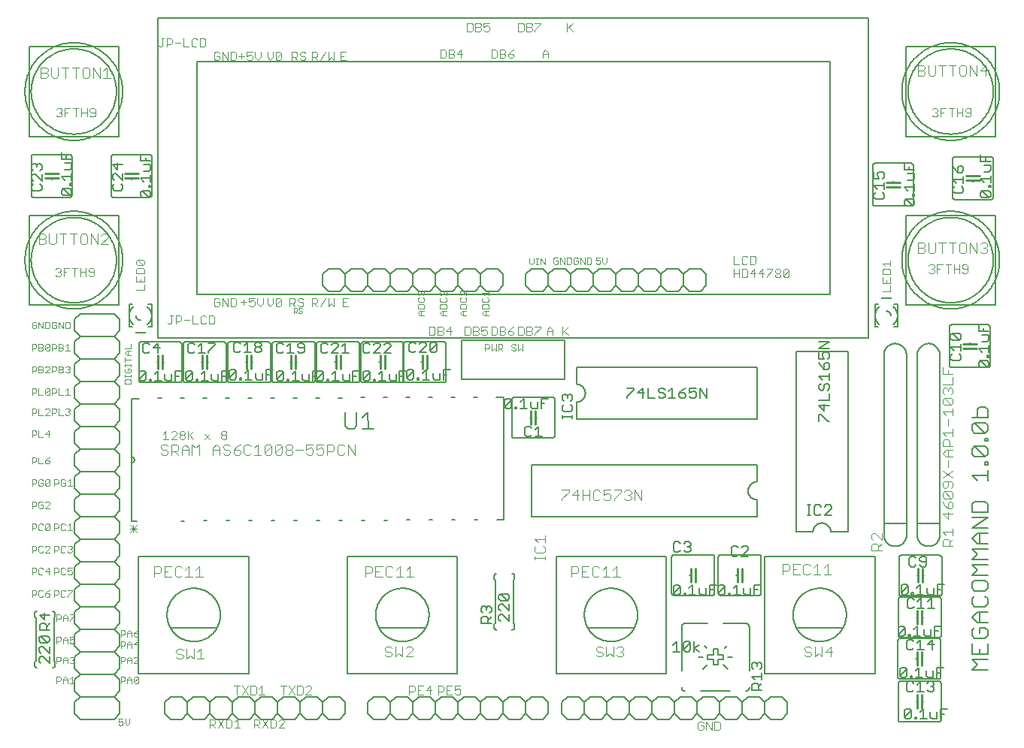
<source format=gto>
G75*
%MOIN*%
%OFA0B0*%
%FSLAX25Y25*%
%IPPOS*%
%LPD*%
%AMOC8*
5,1,8,0,0,1.08239X$1,22.5*
%
%ADD10C,0.00400*%
%ADD11C,0.00300*%
%ADD12C,0.00600*%
%ADD13C,0.00200*%
%ADD14C,0.00800*%
%ADD15C,0.00500*%
%ADD16R,0.05000X0.00500*%
%ADD17C,0.01000*%
D10*
X0068081Y0033369D02*
X0068848Y0032602D01*
X0070383Y0032602D01*
X0071150Y0033369D01*
X0071150Y0034136D01*
X0070383Y0034904D01*
X0068848Y0034904D01*
X0068081Y0035671D01*
X0068081Y0036438D01*
X0068848Y0037205D01*
X0070383Y0037205D01*
X0071150Y0036438D01*
X0072685Y0037205D02*
X0072685Y0032602D01*
X0074220Y0034136D01*
X0075754Y0032602D01*
X0075754Y0037205D01*
X0077289Y0035671D02*
X0078824Y0037205D01*
X0078824Y0032602D01*
X0080358Y0032602D02*
X0077289Y0032602D01*
X0076687Y0069098D02*
X0079756Y0069098D01*
X0078221Y0069098D02*
X0078221Y0073702D01*
X0076687Y0072167D01*
X0075152Y0069098D02*
X0072083Y0069098D01*
X0073617Y0069098D02*
X0073617Y0073702D01*
X0072083Y0072167D01*
X0070548Y0072934D02*
X0069781Y0073702D01*
X0068246Y0073702D01*
X0067479Y0072934D01*
X0067479Y0069865D01*
X0068246Y0069098D01*
X0069781Y0069098D01*
X0070548Y0069865D01*
X0065944Y0069098D02*
X0062875Y0069098D01*
X0062875Y0073702D01*
X0065944Y0073702D01*
X0064409Y0071400D02*
X0062875Y0071400D01*
X0061340Y0071400D02*
X0060573Y0070632D01*
X0058271Y0070632D01*
X0058271Y0069098D02*
X0058271Y0073702D01*
X0060573Y0073702D01*
X0061340Y0072934D01*
X0061340Y0071400D01*
X0061991Y0123231D02*
X0061224Y0123999D01*
X0061991Y0123231D02*
X0063526Y0123231D01*
X0064293Y0123999D01*
X0064293Y0124766D01*
X0063526Y0125533D01*
X0061991Y0125533D01*
X0061224Y0126301D01*
X0061224Y0127068D01*
X0061991Y0127835D01*
X0063526Y0127835D01*
X0064293Y0127068D01*
X0065828Y0127835D02*
X0068130Y0127835D01*
X0068897Y0127068D01*
X0068897Y0125533D01*
X0068130Y0124766D01*
X0065828Y0124766D01*
X0067362Y0124766D02*
X0068897Y0123231D01*
X0070431Y0123231D02*
X0070431Y0126301D01*
X0071966Y0127835D01*
X0073501Y0126301D01*
X0073501Y0123231D01*
X0075035Y0123231D02*
X0075035Y0127835D01*
X0076570Y0126301D01*
X0078105Y0127835D01*
X0078105Y0123231D01*
X0073501Y0125533D02*
X0070431Y0125533D01*
X0065828Y0123231D02*
X0065828Y0127835D01*
X0084243Y0126301D02*
X0085778Y0127835D01*
X0087313Y0126301D01*
X0087313Y0123231D01*
X0088847Y0123999D02*
X0089614Y0123231D01*
X0091149Y0123231D01*
X0091916Y0123999D01*
X0091916Y0124766D01*
X0091149Y0125533D01*
X0089614Y0125533D01*
X0088847Y0126301D01*
X0088847Y0127068D01*
X0089614Y0127835D01*
X0091149Y0127835D01*
X0091916Y0127068D01*
X0093451Y0125533D02*
X0095753Y0125533D01*
X0096520Y0124766D01*
X0096520Y0123999D01*
X0095753Y0123231D01*
X0094218Y0123231D01*
X0093451Y0123999D01*
X0093451Y0125533D01*
X0094986Y0127068D01*
X0096520Y0127835D01*
X0098055Y0127068D02*
X0098055Y0123999D01*
X0098822Y0123231D01*
X0100357Y0123231D01*
X0101124Y0123999D01*
X0102659Y0123231D02*
X0105728Y0123231D01*
X0104194Y0123231D02*
X0104194Y0127835D01*
X0102659Y0126301D01*
X0101124Y0127068D02*
X0100357Y0127835D01*
X0098822Y0127835D01*
X0098055Y0127068D01*
X0107263Y0127068D02*
X0108030Y0127835D01*
X0109565Y0127835D01*
X0110332Y0127068D01*
X0107263Y0123999D01*
X0108030Y0123231D01*
X0109565Y0123231D01*
X0110332Y0123999D01*
X0110332Y0127068D01*
X0111867Y0127068D02*
X0112634Y0127835D01*
X0114169Y0127835D01*
X0114936Y0127068D01*
X0111867Y0123999D01*
X0112634Y0123231D01*
X0114169Y0123231D01*
X0114936Y0123999D01*
X0114936Y0127068D01*
X0116471Y0127068D02*
X0116471Y0126301D01*
X0117238Y0125533D01*
X0118773Y0125533D01*
X0119540Y0124766D01*
X0119540Y0123999D01*
X0118773Y0123231D01*
X0117238Y0123231D01*
X0116471Y0123999D01*
X0116471Y0124766D01*
X0117238Y0125533D01*
X0118773Y0125533D02*
X0119540Y0126301D01*
X0119540Y0127068D01*
X0118773Y0127835D01*
X0117238Y0127835D01*
X0116471Y0127068D01*
X0111867Y0127068D02*
X0111867Y0123999D01*
X0107263Y0123999D02*
X0107263Y0127068D01*
X0121075Y0125533D02*
X0124144Y0125533D01*
X0125679Y0125533D02*
X0127213Y0126301D01*
X0127981Y0126301D01*
X0128748Y0125533D01*
X0128748Y0123999D01*
X0127981Y0123231D01*
X0126446Y0123231D01*
X0125679Y0123999D01*
X0125679Y0125533D02*
X0125679Y0127835D01*
X0128748Y0127835D01*
X0130282Y0127835D02*
X0130282Y0125533D01*
X0131817Y0126301D01*
X0132584Y0126301D01*
X0133352Y0125533D01*
X0133352Y0123999D01*
X0132584Y0123231D01*
X0131050Y0123231D01*
X0130282Y0123999D01*
X0130282Y0127835D02*
X0133352Y0127835D01*
X0134886Y0127835D02*
X0137188Y0127835D01*
X0137956Y0127068D01*
X0137956Y0125533D01*
X0137188Y0124766D01*
X0134886Y0124766D01*
X0134886Y0123231D02*
X0134886Y0127835D01*
X0139490Y0127068D02*
X0139490Y0123999D01*
X0140258Y0123231D01*
X0141792Y0123231D01*
X0142560Y0123999D01*
X0144094Y0123231D02*
X0144094Y0127835D01*
X0147164Y0123231D01*
X0147164Y0127835D01*
X0142560Y0127068D02*
X0141792Y0127835D01*
X0140258Y0127835D01*
X0139490Y0127068D01*
X0151775Y0073702D02*
X0154077Y0073702D01*
X0154844Y0072934D01*
X0154844Y0071400D01*
X0154077Y0070632D01*
X0151775Y0070632D01*
X0151775Y0069098D02*
X0151775Y0073702D01*
X0156379Y0073702D02*
X0156379Y0069098D01*
X0159448Y0069098D01*
X0160983Y0069865D02*
X0161750Y0069098D01*
X0163285Y0069098D01*
X0164052Y0069865D01*
X0165587Y0069098D02*
X0168656Y0069098D01*
X0170191Y0069098D02*
X0173260Y0069098D01*
X0171725Y0069098D02*
X0171725Y0073702D01*
X0170191Y0072167D01*
X0167121Y0073702D02*
X0167121Y0069098D01*
X0165587Y0072167D02*
X0167121Y0073702D01*
X0164052Y0072934D02*
X0163285Y0073702D01*
X0161750Y0073702D01*
X0160983Y0072934D01*
X0160983Y0069865D01*
X0157913Y0071400D02*
X0156379Y0071400D01*
X0156379Y0073702D02*
X0159448Y0073702D01*
X0161368Y0038190D02*
X0160601Y0037422D01*
X0160601Y0036655D01*
X0161368Y0035888D01*
X0162903Y0035888D01*
X0163670Y0035120D01*
X0163670Y0034353D01*
X0162903Y0033586D01*
X0161368Y0033586D01*
X0160601Y0034353D01*
X0161368Y0038190D02*
X0162903Y0038190D01*
X0163670Y0037422D01*
X0165205Y0038190D02*
X0165205Y0033586D01*
X0166739Y0035120D01*
X0168274Y0033586D01*
X0168274Y0038190D01*
X0169809Y0037422D02*
X0170576Y0038190D01*
X0172111Y0038190D01*
X0172878Y0037422D01*
X0172878Y0036655D01*
X0169809Y0033586D01*
X0172878Y0033586D01*
X0226893Y0076695D02*
X0226893Y0078229D01*
X0226893Y0077462D02*
X0231497Y0077462D01*
X0231497Y0076695D02*
X0231497Y0078229D01*
X0230730Y0079764D02*
X0227660Y0079764D01*
X0226893Y0080531D01*
X0226893Y0082066D01*
X0227660Y0082833D01*
X0228428Y0084368D02*
X0226893Y0085902D01*
X0231497Y0085902D01*
X0231497Y0084368D02*
X0231497Y0087437D01*
X0230730Y0082833D02*
X0231497Y0082066D01*
X0231497Y0080531D01*
X0230730Y0079764D01*
X0243310Y0073702D02*
X0243310Y0069098D01*
X0243310Y0070632D02*
X0245612Y0070632D01*
X0246380Y0071400D01*
X0246380Y0072934D01*
X0245612Y0073702D01*
X0243310Y0073702D01*
X0247914Y0073702D02*
X0247914Y0069098D01*
X0250983Y0069098D01*
X0252518Y0069865D02*
X0252518Y0072934D01*
X0253285Y0073702D01*
X0254820Y0073702D01*
X0255587Y0072934D01*
X0257122Y0072167D02*
X0258657Y0073702D01*
X0258657Y0069098D01*
X0260191Y0069098D02*
X0257122Y0069098D01*
X0255587Y0069865D02*
X0254820Y0069098D01*
X0253285Y0069098D01*
X0252518Y0069865D01*
X0249449Y0071400D02*
X0247914Y0071400D01*
X0247914Y0073702D02*
X0250983Y0073702D01*
X0261726Y0072167D02*
X0263261Y0073702D01*
X0263261Y0069098D01*
X0264795Y0069098D02*
X0261726Y0069098D01*
X0261778Y0038190D02*
X0261778Y0033586D01*
X0260243Y0035120D01*
X0258709Y0033586D01*
X0258709Y0038190D01*
X0257174Y0037422D02*
X0256407Y0038190D01*
X0254872Y0038190D01*
X0254105Y0037422D01*
X0254105Y0036655D01*
X0254872Y0035888D01*
X0256407Y0035888D01*
X0257174Y0035120D01*
X0257174Y0034353D01*
X0256407Y0033586D01*
X0254872Y0033586D01*
X0254105Y0034353D01*
X0263313Y0034353D02*
X0264080Y0033586D01*
X0265615Y0033586D01*
X0266382Y0034353D01*
X0266382Y0035120D01*
X0265615Y0035888D01*
X0264847Y0035888D01*
X0265615Y0035888D02*
X0266382Y0036655D01*
X0266382Y0037422D01*
X0265615Y0038190D01*
X0264080Y0038190D01*
X0263313Y0037422D01*
X0262093Y0102999D02*
X0262093Y0103767D01*
X0265162Y0106836D01*
X0265162Y0107603D01*
X0262093Y0107603D01*
X0260558Y0107603D02*
X0257489Y0107603D01*
X0257489Y0105301D01*
X0259024Y0106068D01*
X0259791Y0106068D01*
X0260558Y0105301D01*
X0260558Y0103767D01*
X0259791Y0102999D01*
X0258256Y0102999D01*
X0257489Y0103767D01*
X0255954Y0103767D02*
X0255187Y0102999D01*
X0253652Y0102999D01*
X0252885Y0103767D01*
X0252885Y0106836D01*
X0253652Y0107603D01*
X0255187Y0107603D01*
X0255954Y0106836D01*
X0251350Y0107603D02*
X0251350Y0102999D01*
X0251350Y0105301D02*
X0248281Y0105301D01*
X0246746Y0105301D02*
X0243677Y0105301D01*
X0245979Y0107603D01*
X0245979Y0102999D01*
X0248281Y0102999D02*
X0248281Y0107603D01*
X0242143Y0107603D02*
X0242143Y0106836D01*
X0239073Y0103767D01*
X0239073Y0102999D01*
X0239073Y0107603D02*
X0242143Y0107603D01*
X0266697Y0106836D02*
X0267464Y0107603D01*
X0268999Y0107603D01*
X0269766Y0106836D01*
X0269766Y0106068D01*
X0268999Y0105301D01*
X0269766Y0104534D01*
X0269766Y0103767D01*
X0268999Y0102999D01*
X0267464Y0102999D01*
X0266697Y0103767D01*
X0268231Y0105301D02*
X0268999Y0105301D01*
X0271301Y0102999D02*
X0271301Y0107603D01*
X0274370Y0102999D01*
X0274370Y0107603D01*
X0336814Y0074686D02*
X0336814Y0070082D01*
X0336814Y0071617D02*
X0339116Y0071617D01*
X0339883Y0072384D01*
X0339883Y0073918D01*
X0339116Y0074686D01*
X0336814Y0074686D01*
X0341418Y0074686D02*
X0341418Y0070082D01*
X0344487Y0070082D01*
X0346022Y0070849D02*
X0346789Y0070082D01*
X0348324Y0070082D01*
X0349091Y0070849D01*
X0350626Y0070082D02*
X0353695Y0070082D01*
X0352161Y0070082D02*
X0352161Y0074686D01*
X0350626Y0073151D01*
X0349091Y0073918D02*
X0348324Y0074686D01*
X0346789Y0074686D01*
X0346022Y0073918D01*
X0346022Y0070849D01*
X0342953Y0072384D02*
X0341418Y0072384D01*
X0341418Y0074686D02*
X0344487Y0074686D01*
X0355230Y0073151D02*
X0356765Y0074686D01*
X0356765Y0070082D01*
X0358299Y0070082D02*
X0355230Y0070082D01*
X0354298Y0038190D02*
X0354298Y0033586D01*
X0352763Y0035120D01*
X0351228Y0033586D01*
X0351228Y0038190D01*
X0349694Y0037422D02*
X0348926Y0038190D01*
X0347392Y0038190D01*
X0346624Y0037422D01*
X0346624Y0036655D01*
X0347392Y0035888D01*
X0348926Y0035888D01*
X0349694Y0035120D01*
X0349694Y0034353D01*
X0348926Y0033586D01*
X0347392Y0033586D01*
X0346624Y0034353D01*
X0355832Y0035888D02*
X0358902Y0035888D01*
X0358134Y0038190D02*
X0355832Y0035888D01*
X0358134Y0033586D02*
X0358134Y0038190D01*
X0376291Y0080835D02*
X0376291Y0083137D01*
X0377058Y0083904D01*
X0378593Y0083904D01*
X0379360Y0083137D01*
X0379360Y0080835D01*
X0379360Y0082369D02*
X0380894Y0083904D01*
X0380894Y0085439D02*
X0377825Y0088508D01*
X0377058Y0088508D01*
X0376291Y0087741D01*
X0376291Y0086206D01*
X0377058Y0085439D01*
X0380894Y0085439D02*
X0380894Y0088508D01*
X0380894Y0080835D02*
X0376291Y0080835D01*
X0407787Y0082803D02*
X0407787Y0085105D01*
X0408554Y0085872D01*
X0410089Y0085872D01*
X0410856Y0085105D01*
X0410856Y0082803D01*
X0412391Y0082803D02*
X0407787Y0082803D01*
X0410856Y0084338D02*
X0412391Y0085872D01*
X0412391Y0087407D02*
X0412391Y0090476D01*
X0412391Y0088942D02*
X0407787Y0088942D01*
X0409321Y0087407D01*
X0410089Y0094688D02*
X0410089Y0097757D01*
X0410089Y0099292D02*
X0410089Y0101594D01*
X0410856Y0102361D01*
X0411623Y0102361D01*
X0412391Y0101594D01*
X0412391Y0100059D01*
X0411623Y0099292D01*
X0410089Y0099292D01*
X0408554Y0100827D01*
X0407787Y0102361D01*
X0408554Y0103896D02*
X0407787Y0104663D01*
X0407787Y0106198D01*
X0408554Y0106965D01*
X0411623Y0103896D01*
X0412391Y0104663D01*
X0412391Y0106198D01*
X0411623Y0106965D01*
X0408554Y0106965D01*
X0408554Y0108500D02*
X0409321Y0108500D01*
X0410089Y0109267D01*
X0410089Y0111569D01*
X0411623Y0111569D02*
X0408554Y0111569D01*
X0407787Y0110802D01*
X0407787Y0109267D01*
X0408554Y0108500D01*
X0411623Y0108500D02*
X0412391Y0109267D01*
X0412391Y0110802D01*
X0411623Y0111569D01*
X0412391Y0113104D02*
X0407787Y0116173D01*
X0410089Y0117708D02*
X0410089Y0120777D01*
X0410089Y0122312D02*
X0410089Y0125381D01*
X0409321Y0125381D02*
X0412391Y0125381D01*
X0412391Y0126916D02*
X0407787Y0126916D01*
X0407787Y0129218D01*
X0408554Y0129985D01*
X0410089Y0129985D01*
X0410856Y0129218D01*
X0410856Y0126916D01*
X0409321Y0125381D02*
X0407787Y0123846D01*
X0409321Y0122312D01*
X0412391Y0122312D01*
X0412391Y0116173D02*
X0407787Y0113104D01*
X0408554Y0103896D02*
X0411623Y0103896D01*
X0412391Y0096990D02*
X0407787Y0096990D01*
X0410089Y0094688D01*
X0409321Y0131520D02*
X0407787Y0133054D01*
X0412391Y0133054D01*
X0412391Y0131520D02*
X0412391Y0134589D01*
X0410089Y0136124D02*
X0410089Y0139193D01*
X0409321Y0140727D02*
X0407787Y0142262D01*
X0412391Y0142262D01*
X0412391Y0140727D02*
X0412391Y0143797D01*
X0411623Y0145331D02*
X0408554Y0148401D01*
X0411623Y0148401D01*
X0412391Y0147633D01*
X0412391Y0146099D01*
X0411623Y0145331D01*
X0408554Y0145331D01*
X0407787Y0146099D01*
X0407787Y0147633D01*
X0408554Y0148401D01*
X0408554Y0149935D02*
X0407787Y0150703D01*
X0407787Y0152237D01*
X0408554Y0153005D01*
X0409321Y0153005D01*
X0410089Y0152237D01*
X0410856Y0153005D01*
X0411623Y0153005D01*
X0412391Y0152237D01*
X0412391Y0150703D01*
X0411623Y0149935D01*
X0410089Y0151470D02*
X0410089Y0152237D01*
X0407787Y0154539D02*
X0412391Y0154539D01*
X0412391Y0157608D01*
X0412391Y0159143D02*
X0407787Y0159143D01*
X0407787Y0162212D01*
X0410089Y0160678D02*
X0410089Y0159143D01*
X0384748Y0195887D02*
X0384748Y0198289D01*
X0384748Y0199571D02*
X0384748Y0201973D01*
X0384748Y0203254D02*
X0384748Y0205055D01*
X0384148Y0205656D01*
X0381745Y0205656D01*
X0381145Y0205055D01*
X0381145Y0203254D01*
X0384748Y0203254D01*
X0382946Y0200772D02*
X0382946Y0199571D01*
X0381145Y0199571D02*
X0384748Y0199571D01*
X0381145Y0199571D02*
X0381145Y0201973D01*
X0382346Y0206937D02*
X0381145Y0208138D01*
X0384748Y0208138D01*
X0384748Y0206937D02*
X0384748Y0209339D01*
X0384748Y0195887D02*
X0381145Y0195887D01*
X0396854Y0212798D02*
X0399155Y0212798D01*
X0399923Y0213566D01*
X0399923Y0214333D01*
X0399155Y0215100D01*
X0396854Y0215100D01*
X0399155Y0215100D02*
X0399923Y0215868D01*
X0399923Y0216635D01*
X0399155Y0217402D01*
X0396854Y0217402D01*
X0396854Y0212798D01*
X0401457Y0213566D02*
X0402225Y0212798D01*
X0403759Y0212798D01*
X0404527Y0213566D01*
X0404527Y0217402D01*
X0406061Y0217402D02*
X0409131Y0217402D01*
X0410665Y0217402D02*
X0413735Y0217402D01*
X0412200Y0217402D02*
X0412200Y0212798D01*
X0415269Y0213566D02*
X0416037Y0212798D01*
X0417571Y0212798D01*
X0418339Y0213566D01*
X0418339Y0216635D01*
X0417571Y0217402D01*
X0416037Y0217402D01*
X0415269Y0216635D01*
X0415269Y0213566D01*
X0419873Y0212798D02*
X0419873Y0217402D01*
X0422942Y0212798D01*
X0422942Y0217402D01*
X0424477Y0216635D02*
X0425244Y0217402D01*
X0426779Y0217402D01*
X0427546Y0216635D01*
X0427546Y0215868D01*
X0426779Y0215100D01*
X0427546Y0214333D01*
X0427546Y0213566D01*
X0426779Y0212798D01*
X0425244Y0212798D01*
X0424477Y0213566D01*
X0426012Y0215100D02*
X0426779Y0215100D01*
X0407596Y0212798D02*
X0407596Y0217402D01*
X0401457Y0217402D02*
X0401457Y0213566D01*
X0402225Y0291539D02*
X0403759Y0291539D01*
X0404527Y0292306D01*
X0404527Y0296143D01*
X0406061Y0296143D02*
X0409131Y0296143D01*
X0410665Y0296143D02*
X0413735Y0296143D01*
X0412200Y0296143D02*
X0412200Y0291539D01*
X0415269Y0292306D02*
X0416037Y0291539D01*
X0417571Y0291539D01*
X0418339Y0292306D01*
X0418339Y0295375D01*
X0417571Y0296143D01*
X0416037Y0296143D01*
X0415269Y0295375D01*
X0415269Y0292306D01*
X0419873Y0291539D02*
X0419873Y0296143D01*
X0422942Y0291539D01*
X0422942Y0296143D01*
X0424477Y0293841D02*
X0427546Y0293841D01*
X0426779Y0296143D02*
X0424477Y0293841D01*
X0426779Y0291539D02*
X0426779Y0296143D01*
X0407596Y0296143D02*
X0407596Y0291539D01*
X0402225Y0291539D02*
X0401457Y0292306D01*
X0401457Y0296143D01*
X0399923Y0295375D02*
X0399923Y0294608D01*
X0399155Y0293841D01*
X0396854Y0293841D01*
X0399155Y0293841D02*
X0399923Y0293073D01*
X0399923Y0292306D01*
X0399155Y0291539D01*
X0396854Y0291539D01*
X0396854Y0296143D01*
X0399155Y0296143D01*
X0399923Y0295375D01*
X0087313Y0125533D02*
X0084243Y0125533D01*
X0084243Y0126301D02*
X0084243Y0123231D01*
X0053891Y0196276D02*
X0050288Y0196276D01*
X0053891Y0196276D02*
X0053891Y0198678D01*
X0053891Y0199959D02*
X0053891Y0202361D01*
X0053891Y0203642D02*
X0050288Y0203642D01*
X0050288Y0205444D01*
X0050889Y0206044D01*
X0053291Y0206044D01*
X0053891Y0205444D01*
X0053891Y0203642D01*
X0052090Y0201160D02*
X0052090Y0199959D01*
X0053891Y0199959D02*
X0050288Y0199959D01*
X0050288Y0202361D01*
X0050889Y0207326D02*
X0050288Y0207926D01*
X0050288Y0209127D01*
X0050889Y0209728D01*
X0053291Y0207326D01*
X0053891Y0207926D01*
X0053891Y0209127D01*
X0053291Y0209728D01*
X0050889Y0209728D01*
X0050889Y0207326D02*
X0053291Y0207326D01*
X0037783Y0216735D02*
X0034713Y0216735D01*
X0037783Y0219805D01*
X0037783Y0220572D01*
X0037015Y0221339D01*
X0035481Y0221339D01*
X0034713Y0220572D01*
X0033179Y0221339D02*
X0033179Y0216735D01*
X0030109Y0221339D01*
X0030109Y0216735D01*
X0028575Y0217503D02*
X0028575Y0220572D01*
X0027807Y0221339D01*
X0026273Y0221339D01*
X0025505Y0220572D01*
X0025505Y0217503D01*
X0026273Y0216735D01*
X0027807Y0216735D01*
X0028575Y0217503D01*
X0023971Y0221339D02*
X0020902Y0221339D01*
X0022436Y0221339D02*
X0022436Y0216735D01*
X0017832Y0216735D02*
X0017832Y0221339D01*
X0016298Y0221339D02*
X0019367Y0221339D01*
X0014763Y0221339D02*
X0014763Y0217503D01*
X0013996Y0216735D01*
X0012461Y0216735D01*
X0011694Y0217503D01*
X0011694Y0221339D01*
X0010159Y0220572D02*
X0010159Y0219805D01*
X0009392Y0219037D01*
X0007090Y0219037D01*
X0007090Y0216735D02*
X0009392Y0216735D01*
X0010159Y0217503D01*
X0010159Y0218270D01*
X0009392Y0219037D01*
X0010159Y0220572D02*
X0009392Y0221339D01*
X0007090Y0221339D01*
X0007090Y0216735D01*
X0008074Y0290554D02*
X0010376Y0290554D01*
X0011143Y0291322D01*
X0011143Y0292089D01*
X0010376Y0292856D01*
X0008074Y0292856D01*
X0008074Y0290554D02*
X0008074Y0295158D01*
X0010376Y0295158D01*
X0011143Y0294391D01*
X0011143Y0293624D01*
X0010376Y0292856D01*
X0012678Y0291322D02*
X0013445Y0290554D01*
X0014980Y0290554D01*
X0015747Y0291322D01*
X0015747Y0295158D01*
X0017282Y0295158D02*
X0020351Y0295158D01*
X0018816Y0295158D02*
X0018816Y0290554D01*
X0023420Y0290554D02*
X0023420Y0295158D01*
X0021886Y0295158D02*
X0024955Y0295158D01*
X0026490Y0294391D02*
X0026490Y0291322D01*
X0027257Y0290554D01*
X0028792Y0290554D01*
X0029559Y0291322D01*
X0029559Y0294391D01*
X0028792Y0295158D01*
X0027257Y0295158D01*
X0026490Y0294391D01*
X0031094Y0295158D02*
X0031094Y0290554D01*
X0034163Y0290554D02*
X0031094Y0295158D01*
X0034163Y0295158D02*
X0034163Y0290554D01*
X0035698Y0290554D02*
X0038767Y0290554D01*
X0037232Y0290554D02*
X0037232Y0295158D01*
X0035698Y0293624D01*
X0012678Y0295158D02*
X0012678Y0291322D01*
D11*
X0014914Y0024706D02*
X0014914Y0021804D01*
X0014914Y0022771D02*
X0016365Y0022771D01*
X0016849Y0023255D01*
X0016849Y0024222D01*
X0016365Y0024706D01*
X0014914Y0024706D01*
X0017860Y0023739D02*
X0018828Y0024706D01*
X0019795Y0023739D01*
X0019795Y0021804D01*
X0020807Y0021804D02*
X0022742Y0021804D01*
X0021774Y0021804D02*
X0021774Y0024706D01*
X0020807Y0023739D01*
X0019795Y0023255D02*
X0017860Y0023255D01*
X0017860Y0023739D02*
X0017860Y0021804D01*
X0017860Y0030662D02*
X0017860Y0032597D01*
X0018828Y0033564D01*
X0019795Y0032597D01*
X0019795Y0030662D01*
X0020807Y0031146D02*
X0021291Y0030662D01*
X0022258Y0030662D01*
X0022742Y0031146D01*
X0022742Y0031629D01*
X0022258Y0032113D01*
X0021774Y0032113D01*
X0022258Y0032113D02*
X0022742Y0032597D01*
X0022742Y0033081D01*
X0022258Y0033564D01*
X0021291Y0033564D01*
X0020807Y0033081D01*
X0019795Y0032113D02*
X0017860Y0032113D01*
X0016849Y0032113D02*
X0016365Y0031629D01*
X0014914Y0031629D01*
X0014914Y0030662D02*
X0014914Y0033564D01*
X0016365Y0033564D01*
X0016849Y0033081D01*
X0016849Y0032113D01*
X0017860Y0039520D02*
X0017860Y0041455D01*
X0018828Y0042423D01*
X0019795Y0041455D01*
X0019795Y0039520D01*
X0020807Y0040004D02*
X0021291Y0039520D01*
X0022258Y0039520D01*
X0022742Y0040004D01*
X0022742Y0040971D01*
X0022258Y0041455D01*
X0021774Y0041455D01*
X0020807Y0040971D01*
X0020807Y0042423D01*
X0022742Y0042423D01*
X0019795Y0040971D02*
X0017860Y0040971D01*
X0016849Y0040971D02*
X0016365Y0040488D01*
X0014914Y0040488D01*
X0014914Y0039520D02*
X0014914Y0042423D01*
X0016365Y0042423D01*
X0016849Y0041939D01*
X0016849Y0040971D01*
X0017860Y0049363D02*
X0017860Y0051298D01*
X0018828Y0052265D01*
X0019795Y0051298D01*
X0019795Y0049363D01*
X0020807Y0049363D02*
X0020807Y0049846D01*
X0022742Y0051781D01*
X0022742Y0052265D01*
X0020807Y0052265D01*
X0019795Y0050814D02*
X0017860Y0050814D01*
X0016849Y0050814D02*
X0016365Y0050330D01*
X0014914Y0050330D01*
X0014914Y0049363D02*
X0014914Y0052265D01*
X0016365Y0052265D01*
X0016849Y0051781D01*
X0016849Y0050814D01*
X0017360Y0060189D02*
X0018327Y0060189D01*
X0018811Y0060673D01*
X0019823Y0060673D02*
X0019823Y0060189D01*
X0019823Y0060673D02*
X0021758Y0062608D01*
X0021758Y0063092D01*
X0019823Y0063092D01*
X0018811Y0062608D02*
X0018327Y0063092D01*
X0017360Y0063092D01*
X0016876Y0062608D01*
X0016876Y0060673D01*
X0017360Y0060189D01*
X0015865Y0061641D02*
X0015381Y0061157D01*
X0013930Y0061157D01*
X0013930Y0060189D02*
X0013930Y0063092D01*
X0015381Y0063092D01*
X0015865Y0062608D01*
X0015865Y0061641D01*
X0011915Y0061157D02*
X0011431Y0061641D01*
X0009980Y0061641D01*
X0009980Y0060673D01*
X0010464Y0060189D01*
X0011431Y0060189D01*
X0011915Y0060673D01*
X0011915Y0061157D01*
X0010948Y0062608D02*
X0009980Y0061641D01*
X0010948Y0062608D02*
X0011915Y0063092D01*
X0008969Y0062608D02*
X0008485Y0063092D01*
X0007517Y0063092D01*
X0007034Y0062608D01*
X0007034Y0060673D01*
X0007517Y0060189D01*
X0008485Y0060189D01*
X0008969Y0060673D01*
X0006022Y0061641D02*
X0005538Y0061157D01*
X0004087Y0061157D01*
X0004087Y0060189D02*
X0004087Y0063092D01*
X0005538Y0063092D01*
X0006022Y0062608D01*
X0006022Y0061641D01*
X0007517Y0070032D02*
X0008485Y0070032D01*
X0008969Y0070516D01*
X0009980Y0071483D02*
X0011915Y0071483D01*
X0011431Y0070032D02*
X0011431Y0072934D01*
X0009980Y0071483D01*
X0008969Y0072451D02*
X0008485Y0072934D01*
X0007517Y0072934D01*
X0007034Y0072451D01*
X0007034Y0070516D01*
X0007517Y0070032D01*
X0006022Y0071483D02*
X0005538Y0070999D01*
X0004087Y0070999D01*
X0004087Y0070032D02*
X0004087Y0072934D01*
X0005538Y0072934D01*
X0006022Y0072451D01*
X0006022Y0071483D01*
X0013930Y0070999D02*
X0015381Y0070999D01*
X0015865Y0071483D01*
X0015865Y0072451D01*
X0015381Y0072934D01*
X0013930Y0072934D01*
X0013930Y0070032D01*
X0016876Y0070516D02*
X0016876Y0072451D01*
X0017360Y0072934D01*
X0018327Y0072934D01*
X0018811Y0072451D01*
X0019823Y0072934D02*
X0019823Y0071483D01*
X0020790Y0071967D01*
X0021274Y0071967D01*
X0021758Y0071483D01*
X0021758Y0070516D01*
X0021274Y0070032D01*
X0020306Y0070032D01*
X0019823Y0070516D01*
X0018811Y0070516D02*
X0018327Y0070032D01*
X0017360Y0070032D01*
X0016876Y0070516D01*
X0019823Y0072934D02*
X0021758Y0072934D01*
X0021274Y0079874D02*
X0020306Y0079874D01*
X0019823Y0080358D01*
X0018811Y0080358D02*
X0018327Y0079874D01*
X0017360Y0079874D01*
X0016876Y0080358D01*
X0016876Y0082293D01*
X0017360Y0082777D01*
X0018327Y0082777D01*
X0018811Y0082293D01*
X0019823Y0082293D02*
X0020306Y0082777D01*
X0021274Y0082777D01*
X0021758Y0082293D01*
X0021758Y0081809D01*
X0021274Y0081326D01*
X0021758Y0080842D01*
X0021758Y0080358D01*
X0021274Y0079874D01*
X0021274Y0081326D02*
X0020790Y0081326D01*
X0015865Y0081326D02*
X0015381Y0080842D01*
X0013930Y0080842D01*
X0013930Y0079874D02*
X0013930Y0082777D01*
X0015381Y0082777D01*
X0015865Y0082293D01*
X0015865Y0081326D01*
X0011915Y0081809D02*
X0011915Y0082293D01*
X0011431Y0082777D01*
X0010464Y0082777D01*
X0009980Y0082293D01*
X0008969Y0082293D02*
X0008485Y0082777D01*
X0007517Y0082777D01*
X0007034Y0082293D01*
X0007034Y0080358D01*
X0007517Y0079874D01*
X0008485Y0079874D01*
X0008969Y0080358D01*
X0009980Y0079874D02*
X0011915Y0081809D01*
X0011915Y0079874D02*
X0009980Y0079874D01*
X0006022Y0081326D02*
X0005538Y0080842D01*
X0004087Y0080842D01*
X0004087Y0079874D02*
X0004087Y0082777D01*
X0005538Y0082777D01*
X0006022Y0082293D01*
X0006022Y0081326D01*
X0007517Y0089717D02*
X0008485Y0089717D01*
X0008969Y0090201D01*
X0009980Y0090201D02*
X0011915Y0092136D01*
X0011915Y0090201D01*
X0011431Y0089717D01*
X0010464Y0089717D01*
X0009980Y0090201D01*
X0009980Y0092136D01*
X0010464Y0092619D01*
X0011431Y0092619D01*
X0011915Y0092136D01*
X0013930Y0092619D02*
X0015381Y0092619D01*
X0015865Y0092136D01*
X0015865Y0091168D01*
X0015381Y0090684D01*
X0013930Y0090684D01*
X0013930Y0089717D02*
X0013930Y0092619D01*
X0016876Y0092136D02*
X0016876Y0090201D01*
X0017360Y0089717D01*
X0018327Y0089717D01*
X0018811Y0090201D01*
X0019823Y0089717D02*
X0021758Y0089717D01*
X0020790Y0089717D02*
X0020790Y0092619D01*
X0019823Y0091652D01*
X0018811Y0092136D02*
X0018327Y0092619D01*
X0017360Y0092619D01*
X0016876Y0092136D01*
X0011915Y0099559D02*
X0009980Y0099559D01*
X0011915Y0101494D01*
X0011915Y0101978D01*
X0011431Y0102462D01*
X0010464Y0102462D01*
X0009980Y0101978D01*
X0008969Y0101978D02*
X0008485Y0102462D01*
X0007517Y0102462D01*
X0007034Y0101978D01*
X0007034Y0100043D01*
X0007517Y0099559D01*
X0008485Y0099559D01*
X0008969Y0100043D01*
X0008969Y0101011D01*
X0008001Y0101011D01*
X0006022Y0101011D02*
X0005538Y0100527D01*
X0004087Y0100527D01*
X0004087Y0099559D02*
X0004087Y0102462D01*
X0005538Y0102462D01*
X0006022Y0101978D01*
X0006022Y0101011D01*
X0005538Y0092619D02*
X0006022Y0092136D01*
X0006022Y0091168D01*
X0005538Y0090684D01*
X0004087Y0090684D01*
X0004087Y0089717D02*
X0004087Y0092619D01*
X0005538Y0092619D01*
X0007034Y0092136D02*
X0007034Y0090201D01*
X0007517Y0089717D01*
X0007034Y0092136D02*
X0007517Y0092619D01*
X0008485Y0092619D01*
X0008969Y0092136D01*
X0008485Y0109402D02*
X0008969Y0109886D01*
X0008969Y0110853D01*
X0008001Y0110853D01*
X0007034Y0109886D02*
X0007517Y0109402D01*
X0008485Y0109402D01*
X0007034Y0109886D02*
X0007034Y0111821D01*
X0007517Y0112304D01*
X0008485Y0112304D01*
X0008969Y0111821D01*
X0009980Y0111821D02*
X0010464Y0112304D01*
X0011431Y0112304D01*
X0011915Y0111821D01*
X0009980Y0109886D01*
X0010464Y0109402D01*
X0011431Y0109402D01*
X0011915Y0109886D01*
X0011915Y0111821D01*
X0009980Y0111821D02*
X0009980Y0109886D01*
X0013930Y0110369D02*
X0015381Y0110369D01*
X0015865Y0110853D01*
X0015865Y0111821D01*
X0015381Y0112304D01*
X0013930Y0112304D01*
X0013930Y0109402D01*
X0016876Y0109886D02*
X0017360Y0109402D01*
X0018327Y0109402D01*
X0018811Y0109886D01*
X0018811Y0110853D01*
X0017844Y0110853D01*
X0018811Y0111821D02*
X0018327Y0112304D01*
X0017360Y0112304D01*
X0016876Y0111821D01*
X0016876Y0109886D01*
X0019823Y0109402D02*
X0021758Y0109402D01*
X0020790Y0109402D02*
X0020790Y0112304D01*
X0019823Y0111337D01*
X0011915Y0119728D02*
X0011915Y0120212D01*
X0011431Y0120696D01*
X0009980Y0120696D01*
X0009980Y0119728D01*
X0010464Y0119244D01*
X0011431Y0119244D01*
X0011915Y0119728D01*
X0010948Y0121663D02*
X0009980Y0120696D01*
X0010948Y0121663D02*
X0011915Y0122147D01*
X0008969Y0119244D02*
X0007034Y0119244D01*
X0007034Y0122147D01*
X0006022Y0121663D02*
X0006022Y0120696D01*
X0005538Y0120212D01*
X0004087Y0120212D01*
X0004087Y0119244D02*
X0004087Y0122147D01*
X0005538Y0122147D01*
X0006022Y0121663D01*
X0005538Y0112304D02*
X0006022Y0111821D01*
X0006022Y0110853D01*
X0005538Y0110369D01*
X0004087Y0110369D01*
X0004087Y0109402D02*
X0004087Y0112304D01*
X0005538Y0112304D01*
X0004087Y0131056D02*
X0004087Y0133958D01*
X0005538Y0133958D01*
X0006022Y0133474D01*
X0006022Y0132507D01*
X0005538Y0132023D01*
X0004087Y0132023D01*
X0007034Y0131056D02*
X0008969Y0131056D01*
X0009980Y0132507D02*
X0011915Y0132507D01*
X0011431Y0133958D02*
X0009980Y0132507D01*
X0011431Y0131056D02*
X0011431Y0133958D01*
X0007034Y0133958D02*
X0007034Y0131056D01*
X0007034Y0140898D02*
X0008969Y0140898D01*
X0009980Y0140898D02*
X0011915Y0142833D01*
X0011915Y0143317D01*
X0011431Y0143801D01*
X0010464Y0143801D01*
X0009980Y0143317D01*
X0009980Y0140898D02*
X0011915Y0140898D01*
X0012945Y0140898D02*
X0012945Y0143801D01*
X0014397Y0143801D01*
X0014880Y0143317D01*
X0014880Y0142349D01*
X0014397Y0141866D01*
X0012945Y0141866D01*
X0015892Y0140898D02*
X0017827Y0140898D01*
X0018838Y0141382D02*
X0019322Y0140898D01*
X0020290Y0140898D01*
X0020773Y0141382D01*
X0020773Y0141866D01*
X0020290Y0142349D01*
X0019806Y0142349D01*
X0020290Y0142349D02*
X0020773Y0142833D01*
X0020773Y0143317D01*
X0020290Y0143801D01*
X0019322Y0143801D01*
X0018838Y0143317D01*
X0015892Y0143801D02*
X0015892Y0140898D01*
X0015892Y0149756D02*
X0017827Y0149756D01*
X0018838Y0149756D02*
X0020773Y0149756D01*
X0019806Y0149756D02*
X0019806Y0152659D01*
X0018838Y0151691D01*
X0015892Y0152659D02*
X0015892Y0149756D01*
X0014880Y0151208D02*
X0014397Y0150724D01*
X0012945Y0150724D01*
X0012945Y0149756D02*
X0012945Y0152659D01*
X0014397Y0152659D01*
X0014880Y0152175D01*
X0014880Y0151208D01*
X0011915Y0152175D02*
X0009980Y0150240D01*
X0010464Y0149756D01*
X0011431Y0149756D01*
X0011915Y0150240D01*
X0011915Y0152175D01*
X0011431Y0152659D01*
X0010464Y0152659D01*
X0009980Y0152175D01*
X0009980Y0150240D01*
X0008969Y0149756D02*
X0007034Y0149756D01*
X0007034Y0152659D01*
X0006022Y0152175D02*
X0006022Y0151208D01*
X0005538Y0150724D01*
X0004087Y0150724D01*
X0004087Y0149756D02*
X0004087Y0152659D01*
X0005538Y0152659D01*
X0006022Y0152175D01*
X0007034Y0159599D02*
X0008485Y0159599D01*
X0008969Y0160083D01*
X0008969Y0160566D01*
X0008485Y0161050D01*
X0007034Y0161050D01*
X0006022Y0161050D02*
X0005538Y0160566D01*
X0004087Y0160566D01*
X0004087Y0159599D02*
X0004087Y0162501D01*
X0005538Y0162501D01*
X0006022Y0162018D01*
X0006022Y0161050D01*
X0007034Y0159599D02*
X0007034Y0162501D01*
X0008485Y0162501D01*
X0008969Y0162018D01*
X0008969Y0161534D01*
X0008485Y0161050D01*
X0009980Y0162018D02*
X0010464Y0162501D01*
X0011431Y0162501D01*
X0011915Y0162018D01*
X0011915Y0161534D01*
X0009980Y0159599D01*
X0011915Y0159599D01*
X0012945Y0159599D02*
X0012945Y0162501D01*
X0014397Y0162501D01*
X0014880Y0162018D01*
X0014880Y0161050D01*
X0014397Y0160566D01*
X0012945Y0160566D01*
X0015892Y0161050D02*
X0017343Y0161050D01*
X0017827Y0160566D01*
X0017827Y0160083D01*
X0017343Y0159599D01*
X0015892Y0159599D01*
X0015892Y0162501D01*
X0017343Y0162501D01*
X0017827Y0162018D01*
X0017827Y0161534D01*
X0017343Y0161050D01*
X0018838Y0160083D02*
X0019322Y0159599D01*
X0020290Y0159599D01*
X0020773Y0160083D01*
X0020773Y0160566D01*
X0020290Y0161050D01*
X0019806Y0161050D01*
X0020290Y0161050D02*
X0020773Y0161534D01*
X0020773Y0162018D01*
X0020290Y0162501D01*
X0019322Y0162501D01*
X0018838Y0162018D01*
X0018838Y0169441D02*
X0020773Y0169441D01*
X0019806Y0169441D02*
X0019806Y0172344D01*
X0018838Y0171376D01*
X0017827Y0171376D02*
X0017343Y0170893D01*
X0015892Y0170893D01*
X0014880Y0170893D02*
X0014397Y0170409D01*
X0012945Y0170409D01*
X0012945Y0169441D02*
X0012945Y0172344D01*
X0014397Y0172344D01*
X0014880Y0171860D01*
X0014880Y0170893D01*
X0015892Y0169441D02*
X0015892Y0172344D01*
X0017343Y0172344D01*
X0017827Y0171860D01*
X0017827Y0171376D01*
X0017343Y0170893D02*
X0017827Y0170409D01*
X0017827Y0169925D01*
X0017343Y0169441D01*
X0015892Y0169441D01*
X0011915Y0169925D02*
X0011431Y0169441D01*
X0010464Y0169441D01*
X0009980Y0169925D01*
X0011915Y0171860D01*
X0011915Y0169925D01*
X0009980Y0169925D02*
X0009980Y0171860D01*
X0010464Y0172344D01*
X0011431Y0172344D01*
X0011915Y0171860D01*
X0008969Y0171860D02*
X0008969Y0171376D01*
X0008485Y0170893D01*
X0007034Y0170893D01*
X0006022Y0170893D02*
X0005538Y0170409D01*
X0004087Y0170409D01*
X0004087Y0169441D02*
X0004087Y0172344D01*
X0005538Y0172344D01*
X0006022Y0171860D01*
X0006022Y0170893D01*
X0007034Y0172344D02*
X0008485Y0172344D01*
X0008969Y0171860D01*
X0008485Y0170893D02*
X0008969Y0170409D01*
X0008969Y0169925D01*
X0008485Y0169441D01*
X0007034Y0169441D01*
X0007034Y0172344D01*
X0007034Y0179284D02*
X0007034Y0182186D01*
X0008969Y0179284D01*
X0008969Y0182186D01*
X0009980Y0182186D02*
X0011431Y0182186D01*
X0011915Y0181703D01*
X0011915Y0179768D01*
X0011431Y0179284D01*
X0009980Y0179284D01*
X0009980Y0182186D01*
X0012945Y0181703D02*
X0012945Y0179768D01*
X0013429Y0179284D01*
X0014397Y0179284D01*
X0014880Y0179768D01*
X0014880Y0180735D01*
X0013913Y0180735D01*
X0014880Y0181703D02*
X0014397Y0182186D01*
X0013429Y0182186D01*
X0012945Y0181703D01*
X0015892Y0182186D02*
X0017827Y0179284D01*
X0017827Y0182186D01*
X0018838Y0182186D02*
X0020290Y0182186D01*
X0020773Y0181703D01*
X0020773Y0179768D01*
X0020290Y0179284D01*
X0018838Y0179284D01*
X0018838Y0182186D01*
X0015892Y0182186D02*
X0015892Y0179284D01*
X0006022Y0179768D02*
X0006022Y0180735D01*
X0005054Y0180735D01*
X0004087Y0179768D02*
X0004571Y0179284D01*
X0005538Y0179284D01*
X0006022Y0179768D01*
X0006022Y0181703D02*
X0005538Y0182186D01*
X0004571Y0182186D01*
X0004087Y0181703D01*
X0004087Y0179768D01*
X0015039Y0202414D02*
X0014422Y0203031D01*
X0015039Y0202414D02*
X0016273Y0202414D01*
X0016890Y0203031D01*
X0016890Y0203648D01*
X0016273Y0204265D01*
X0015656Y0204265D01*
X0016273Y0204265D02*
X0016890Y0204883D01*
X0016890Y0205500D01*
X0016273Y0206117D01*
X0015039Y0206117D01*
X0014422Y0205500D01*
X0018105Y0206117D02*
X0018105Y0202414D01*
X0018105Y0204265D02*
X0019339Y0204265D01*
X0018105Y0206117D02*
X0020574Y0206117D01*
X0021788Y0206117D02*
X0024257Y0206117D01*
X0025471Y0206117D02*
X0025471Y0202414D01*
X0025471Y0204265D02*
X0027940Y0204265D01*
X0029154Y0204883D02*
X0029771Y0204265D01*
X0031623Y0204265D01*
X0031623Y0203031D02*
X0031623Y0205500D01*
X0031006Y0206117D01*
X0029771Y0206117D01*
X0029154Y0205500D01*
X0029154Y0204883D01*
X0027940Y0206117D02*
X0027940Y0202414D01*
X0029154Y0203031D02*
X0029771Y0202414D01*
X0031006Y0202414D01*
X0031623Y0203031D01*
X0023022Y0202414D02*
X0023022Y0206117D01*
X0045176Y0170392D02*
X0048078Y0170392D01*
X0048078Y0172327D01*
X0048078Y0170392D01*
X0045176Y0170392D01*
X0046143Y0169381D02*
X0045176Y0168413D01*
X0046143Y0167446D01*
X0048078Y0167446D01*
X0046143Y0167446D01*
X0045176Y0168413D01*
X0046143Y0169381D01*
X0048078Y0169381D01*
X0046143Y0169381D01*
X0046627Y0169381D02*
X0046627Y0167446D01*
X0046627Y0169381D01*
X0045176Y0166434D02*
X0045176Y0164499D01*
X0045176Y0166434D01*
X0045176Y0165467D02*
X0048078Y0165467D01*
X0045176Y0165467D01*
X0045176Y0163502D02*
X0045176Y0162535D01*
X0045176Y0163502D01*
X0045176Y0163019D02*
X0048078Y0163019D01*
X0045176Y0163019D01*
X0045660Y0161523D02*
X0045176Y0161040D01*
X0045176Y0160072D01*
X0045660Y0159588D01*
X0047595Y0159588D01*
X0048078Y0160072D01*
X0048078Y0161040D01*
X0047595Y0161523D01*
X0046627Y0161523D01*
X0046627Y0160556D01*
X0046627Y0161523D01*
X0047595Y0161523D01*
X0048078Y0161040D01*
X0048078Y0160072D01*
X0047595Y0159588D01*
X0045660Y0159588D01*
X0045176Y0160072D01*
X0045176Y0161040D01*
X0045660Y0161523D01*
X0048078Y0162535D02*
X0048078Y0163502D01*
X0048078Y0162535D01*
X0048078Y0158592D02*
X0048078Y0157624D01*
X0048078Y0158592D01*
X0048078Y0158108D02*
X0045176Y0158108D01*
X0048078Y0158108D01*
X0047595Y0156613D02*
X0045660Y0156613D01*
X0045176Y0156129D01*
X0045176Y0154678D01*
X0048078Y0154678D01*
X0048078Y0156129D01*
X0047595Y0156613D01*
X0045660Y0156613D01*
X0045176Y0156129D01*
X0045176Y0154678D01*
X0048078Y0154678D01*
X0048078Y0156129D01*
X0047595Y0156613D01*
X0045176Y0157624D02*
X0045176Y0158592D01*
X0045176Y0157624D01*
X0063392Y0133774D02*
X0063392Y0130071D01*
X0062158Y0130071D02*
X0064627Y0130071D01*
X0065841Y0130071D02*
X0068310Y0132540D01*
X0068310Y0133157D01*
X0067693Y0133774D01*
X0066458Y0133774D01*
X0065841Y0133157D01*
X0063392Y0133774D02*
X0062158Y0132540D01*
X0065841Y0130071D02*
X0068310Y0130071D01*
X0069524Y0130688D02*
X0069524Y0131306D01*
X0070141Y0131923D01*
X0071376Y0131923D01*
X0071993Y0131306D01*
X0071993Y0130688D01*
X0071376Y0130071D01*
X0070141Y0130071D01*
X0069524Y0130688D01*
X0070141Y0131923D02*
X0069524Y0132540D01*
X0069524Y0133157D01*
X0070141Y0133774D01*
X0071376Y0133774D01*
X0071993Y0133157D01*
X0071993Y0132540D01*
X0071376Y0131923D01*
X0073207Y0131306D02*
X0075676Y0133774D01*
X0073207Y0133774D02*
X0073207Y0130071D01*
X0073824Y0131923D02*
X0075676Y0130071D01*
X0080574Y0130071D02*
X0083042Y0132540D01*
X0080574Y0132540D02*
X0083042Y0130071D01*
X0087940Y0130688D02*
X0087940Y0131306D01*
X0088557Y0131923D01*
X0089791Y0131923D01*
X0090409Y0131306D01*
X0090409Y0130688D01*
X0089791Y0130071D01*
X0088557Y0130071D01*
X0087940Y0130688D01*
X0088557Y0131923D02*
X0087940Y0132540D01*
X0087940Y0133157D01*
X0088557Y0133774D01*
X0089791Y0133774D01*
X0090409Y0133157D01*
X0090409Y0132540D01*
X0089791Y0131923D01*
X0084394Y0181252D02*
X0085011Y0181870D01*
X0085011Y0184338D01*
X0084394Y0184956D01*
X0082542Y0184956D01*
X0082542Y0181252D01*
X0084394Y0181252D01*
X0081328Y0181870D02*
X0080711Y0181252D01*
X0079476Y0181252D01*
X0078859Y0181870D01*
X0078859Y0184338D01*
X0079476Y0184956D01*
X0080711Y0184956D01*
X0081328Y0184338D01*
X0077645Y0181252D02*
X0075176Y0181252D01*
X0075176Y0184956D01*
X0073961Y0183104D02*
X0071493Y0183104D01*
X0070278Y0183104D02*
X0069661Y0182487D01*
X0067810Y0182487D01*
X0067810Y0181252D02*
X0067810Y0184956D01*
X0069661Y0184956D01*
X0070278Y0184338D01*
X0070278Y0183104D01*
X0066595Y0184956D02*
X0065361Y0184956D01*
X0065978Y0184956D02*
X0065978Y0181870D01*
X0065361Y0181252D01*
X0064744Y0181252D01*
X0064126Y0181870D01*
X0084796Y0189744D02*
X0085413Y0189126D01*
X0086647Y0189126D01*
X0087264Y0189744D01*
X0087264Y0190978D01*
X0086030Y0190978D01*
X0084796Y0192212D02*
X0084796Y0189744D01*
X0084796Y0192212D02*
X0085413Y0192830D01*
X0086647Y0192830D01*
X0087264Y0192212D01*
X0088479Y0192830D02*
X0090948Y0189126D01*
X0090948Y0192830D01*
X0092162Y0192830D02*
X0094014Y0192830D01*
X0094631Y0192212D01*
X0094631Y0189744D01*
X0094014Y0189126D01*
X0092162Y0189126D01*
X0092162Y0192830D01*
X0088479Y0192830D02*
X0088479Y0189126D01*
X0096607Y0190978D02*
X0099075Y0190978D01*
X0100290Y0190978D02*
X0101524Y0191595D01*
X0102141Y0191595D01*
X0102759Y0190978D01*
X0102759Y0189744D01*
X0102141Y0189126D01*
X0100907Y0189126D01*
X0100290Y0189744D01*
X0100290Y0190978D02*
X0100290Y0192830D01*
X0102759Y0192830D01*
X0103973Y0192830D02*
X0103973Y0190361D01*
X0105207Y0189126D01*
X0106442Y0190361D01*
X0106442Y0192830D01*
X0108418Y0192830D02*
X0108418Y0190361D01*
X0109652Y0189126D01*
X0110886Y0190361D01*
X0110886Y0192830D01*
X0112101Y0192212D02*
X0112718Y0192830D01*
X0113952Y0192830D01*
X0114570Y0192212D01*
X0112101Y0189744D01*
X0112718Y0189126D01*
X0113952Y0189126D01*
X0114570Y0189744D01*
X0114570Y0192212D01*
X0112101Y0192212D02*
X0112101Y0189744D01*
X0118260Y0190361D02*
X0120112Y0190361D01*
X0120729Y0190978D01*
X0120729Y0192212D01*
X0120112Y0192830D01*
X0118260Y0192830D01*
X0118260Y0189126D01*
X0119495Y0190361D02*
X0120729Y0189126D01*
X0121943Y0189744D02*
X0122561Y0189126D01*
X0123795Y0189126D01*
X0124412Y0189744D01*
X0124412Y0190361D01*
X0123795Y0190978D01*
X0122561Y0190978D01*
X0121943Y0191595D01*
X0121943Y0192212D01*
X0122561Y0192830D01*
X0123795Y0192830D01*
X0124412Y0192212D01*
X0128103Y0192830D02*
X0129954Y0192830D01*
X0130572Y0192212D01*
X0130572Y0190978D01*
X0129954Y0190361D01*
X0128103Y0190361D01*
X0129337Y0190361D02*
X0130572Y0189126D01*
X0131786Y0189126D02*
X0134255Y0192830D01*
X0135469Y0192830D02*
X0135469Y0189126D01*
X0136703Y0190361D01*
X0137938Y0189126D01*
X0137938Y0192830D01*
X0141882Y0192830D02*
X0141882Y0189126D01*
X0144351Y0189126D01*
X0143117Y0190978D02*
X0141882Y0190978D01*
X0141882Y0192830D02*
X0144351Y0192830D01*
X0128103Y0192830D02*
X0128103Y0189126D01*
X0097841Y0189744D02*
X0097841Y0192212D01*
X0031498Y0273280D02*
X0032115Y0273897D01*
X0032115Y0276366D01*
X0031498Y0276983D01*
X0030264Y0276983D01*
X0029646Y0276366D01*
X0029646Y0275749D01*
X0030264Y0275131D01*
X0032115Y0275131D01*
X0031498Y0273280D02*
X0030264Y0273280D01*
X0029646Y0273897D01*
X0028432Y0273280D02*
X0028432Y0276983D01*
X0028432Y0275131D02*
X0025963Y0275131D01*
X0025963Y0273280D02*
X0025963Y0276983D01*
X0024749Y0276983D02*
X0022280Y0276983D01*
X0021066Y0276983D02*
X0018597Y0276983D01*
X0018597Y0273280D01*
X0017383Y0273897D02*
X0016765Y0273280D01*
X0015531Y0273280D01*
X0014914Y0273897D01*
X0016148Y0275131D02*
X0016765Y0275131D01*
X0017383Y0274514D01*
X0017383Y0273897D01*
X0016765Y0275131D02*
X0017383Y0275749D01*
X0017383Y0276366D01*
X0016765Y0276983D01*
X0015531Y0276983D01*
X0014914Y0276366D01*
X0018597Y0275131D02*
X0019831Y0275131D01*
X0023514Y0273280D02*
X0023514Y0276983D01*
X0060189Y0304901D02*
X0060807Y0304284D01*
X0061424Y0304284D01*
X0062041Y0304901D01*
X0062041Y0307987D01*
X0061424Y0307987D02*
X0062658Y0307987D01*
X0063873Y0307987D02*
X0065724Y0307987D01*
X0066341Y0307370D01*
X0066341Y0306135D01*
X0065724Y0305518D01*
X0063873Y0305518D01*
X0063873Y0304284D02*
X0063873Y0307987D01*
X0067556Y0306135D02*
X0070024Y0306135D01*
X0071239Y0304284D02*
X0073708Y0304284D01*
X0074922Y0304901D02*
X0075539Y0304284D01*
X0076774Y0304284D01*
X0077391Y0304901D01*
X0078605Y0304284D02*
X0080457Y0304284D01*
X0081074Y0304901D01*
X0081074Y0307370D01*
X0080457Y0307987D01*
X0078605Y0307987D01*
X0078605Y0304284D01*
X0077391Y0307370D02*
X0076774Y0307987D01*
X0075539Y0307987D01*
X0074922Y0307370D01*
X0074922Y0304901D01*
X0071239Y0304284D02*
X0071239Y0307987D01*
X0084796Y0301464D02*
X0084796Y0298996D01*
X0085413Y0298378D01*
X0086647Y0298378D01*
X0087264Y0298996D01*
X0087264Y0300230D01*
X0086030Y0300230D01*
X0084796Y0301464D02*
X0085413Y0302082D01*
X0086647Y0302082D01*
X0087264Y0301464D01*
X0088479Y0302082D02*
X0090948Y0298378D01*
X0090948Y0302082D01*
X0092162Y0302082D02*
X0094014Y0302082D01*
X0094631Y0301464D01*
X0094631Y0298996D01*
X0094014Y0298378D01*
X0092162Y0298378D01*
X0092162Y0302082D01*
X0088479Y0302082D02*
X0088479Y0298378D01*
X0095622Y0300230D02*
X0098091Y0300230D01*
X0099306Y0300230D02*
X0100540Y0300847D01*
X0101157Y0300847D01*
X0101774Y0300230D01*
X0101774Y0298996D01*
X0101157Y0298378D01*
X0099923Y0298378D01*
X0099306Y0298996D01*
X0099306Y0300230D02*
X0099306Y0302082D01*
X0101774Y0302082D01*
X0102989Y0302082D02*
X0102989Y0299613D01*
X0104223Y0298378D01*
X0105458Y0299613D01*
X0105458Y0302082D01*
X0108418Y0302082D02*
X0108418Y0299613D01*
X0109652Y0298378D01*
X0110886Y0299613D01*
X0110886Y0302082D01*
X0112101Y0301464D02*
X0112718Y0302082D01*
X0113952Y0302082D01*
X0114570Y0301464D01*
X0112101Y0298996D01*
X0112718Y0298378D01*
X0113952Y0298378D01*
X0114570Y0298996D01*
X0114570Y0301464D01*
X0112101Y0301464D02*
X0112101Y0298996D01*
X0119244Y0299613D02*
X0121096Y0299613D01*
X0121713Y0300230D01*
X0121713Y0301464D01*
X0121096Y0302082D01*
X0119244Y0302082D01*
X0119244Y0298378D01*
X0120479Y0299613D02*
X0121713Y0298378D01*
X0122928Y0298996D02*
X0123545Y0298378D01*
X0124779Y0298378D01*
X0125396Y0298996D01*
X0125396Y0299613D01*
X0124779Y0300230D01*
X0123545Y0300230D01*
X0122928Y0300847D01*
X0122928Y0301464D01*
X0123545Y0302082D01*
X0124779Y0302082D01*
X0125396Y0301464D01*
X0128103Y0302082D02*
X0128103Y0298378D01*
X0128103Y0299613D02*
X0129954Y0299613D01*
X0130572Y0300230D01*
X0130572Y0301464D01*
X0129954Y0302082D01*
X0128103Y0302082D01*
X0129337Y0299613D02*
X0130572Y0298378D01*
X0131786Y0298378D02*
X0134255Y0302082D01*
X0135469Y0302082D02*
X0135469Y0298378D01*
X0136703Y0299613D01*
X0137938Y0298378D01*
X0137938Y0302082D01*
X0140898Y0302082D02*
X0140898Y0298378D01*
X0143367Y0298378D01*
X0142132Y0300230D02*
X0140898Y0300230D01*
X0140898Y0302082D02*
X0143367Y0302082D01*
X0185189Y0303066D02*
X0185189Y0299363D01*
X0187041Y0299363D01*
X0187658Y0299980D01*
X0187658Y0302449D01*
X0187041Y0303066D01*
X0185189Y0303066D01*
X0188873Y0303066D02*
X0188873Y0299363D01*
X0190724Y0299363D01*
X0191341Y0299980D01*
X0191341Y0300597D01*
X0190724Y0301214D01*
X0188873Y0301214D01*
X0190724Y0301214D02*
X0191341Y0301831D01*
X0191341Y0302449D01*
X0190724Y0303066D01*
X0188873Y0303066D01*
X0192556Y0301214D02*
X0195024Y0301214D01*
X0194407Y0299363D02*
X0194407Y0303066D01*
X0192556Y0301214D01*
X0197000Y0311174D02*
X0198852Y0311174D01*
X0199469Y0311791D01*
X0199469Y0314260D01*
X0198852Y0314877D01*
X0197000Y0314877D01*
X0197000Y0311174D01*
X0200684Y0311174D02*
X0202535Y0311174D01*
X0203152Y0311791D01*
X0203152Y0312408D01*
X0202535Y0313025D01*
X0200684Y0313025D01*
X0202535Y0313025D02*
X0203152Y0313642D01*
X0203152Y0314260D01*
X0202535Y0314877D01*
X0200684Y0314877D01*
X0200684Y0311174D01*
X0204367Y0311791D02*
X0204984Y0311174D01*
X0206218Y0311174D01*
X0206835Y0311791D01*
X0206835Y0313025D01*
X0206218Y0313642D01*
X0205601Y0313642D01*
X0204367Y0313025D01*
X0204367Y0314877D01*
X0206835Y0314877D01*
X0207827Y0303066D02*
X0209679Y0303066D01*
X0210296Y0302449D01*
X0210296Y0299980D01*
X0209679Y0299363D01*
X0207827Y0299363D01*
X0207827Y0303066D01*
X0211510Y0303066D02*
X0211510Y0299363D01*
X0213362Y0299363D01*
X0213979Y0299980D01*
X0213979Y0300597D01*
X0213362Y0301214D01*
X0211510Y0301214D01*
X0211510Y0303066D02*
X0213362Y0303066D01*
X0213979Y0302449D01*
X0213979Y0301831D01*
X0213362Y0301214D01*
X0215193Y0301214D02*
X0217045Y0301214D01*
X0217662Y0300597D01*
X0217662Y0299980D01*
X0217045Y0299363D01*
X0215811Y0299363D01*
X0215193Y0299980D01*
X0215193Y0301214D01*
X0216428Y0302449D01*
X0217662Y0303066D01*
X0219638Y0311174D02*
X0221490Y0311174D01*
X0222107Y0311791D01*
X0222107Y0314260D01*
X0221490Y0314877D01*
X0219638Y0314877D01*
X0219638Y0311174D01*
X0223321Y0311174D02*
X0225173Y0311174D01*
X0225790Y0311791D01*
X0225790Y0312408D01*
X0225173Y0313025D01*
X0223321Y0313025D01*
X0223321Y0311174D02*
X0223321Y0314877D01*
X0225173Y0314877D01*
X0225790Y0314260D01*
X0225790Y0313642D01*
X0225173Y0313025D01*
X0227004Y0311791D02*
X0227004Y0311174D01*
X0227004Y0311791D02*
X0229473Y0314260D01*
X0229473Y0314877D01*
X0227004Y0314877D01*
X0231699Y0303066D02*
X0232934Y0301831D01*
X0232934Y0299363D01*
X0232934Y0301214D02*
X0230465Y0301214D01*
X0230465Y0301831D02*
X0230465Y0299363D01*
X0230465Y0301831D02*
X0231699Y0303066D01*
X0241292Y0311174D02*
X0241292Y0314877D01*
X0241909Y0313025D02*
X0243761Y0311174D01*
X0241292Y0312408D02*
X0243761Y0314877D01*
X0315111Y0211530D02*
X0315111Y0207827D01*
X0317579Y0207827D01*
X0318794Y0208444D02*
X0319411Y0207827D01*
X0320645Y0207827D01*
X0321263Y0208444D01*
X0322477Y0207827D02*
X0324328Y0207827D01*
X0324946Y0208444D01*
X0324946Y0210913D01*
X0324328Y0211530D01*
X0322477Y0211530D01*
X0322477Y0207827D01*
X0320645Y0205625D02*
X0318794Y0205625D01*
X0318794Y0201922D01*
X0320645Y0201922D01*
X0321263Y0202539D01*
X0321263Y0205008D01*
X0320645Y0205625D01*
X0322477Y0203773D02*
X0324946Y0203773D01*
X0326160Y0203773D02*
X0328629Y0203773D01*
X0329843Y0202539D02*
X0329843Y0201922D01*
X0329843Y0202539D02*
X0332312Y0205008D01*
X0332312Y0205625D01*
X0329843Y0205625D01*
X0328012Y0205625D02*
X0326160Y0203773D01*
X0324328Y0201922D02*
X0324328Y0205625D01*
X0322477Y0203773D01*
X0317579Y0203773D02*
X0315111Y0203773D01*
X0315111Y0201922D02*
X0315111Y0205625D01*
X0317579Y0205625D02*
X0317579Y0201922D01*
X0318794Y0208444D02*
X0318794Y0210913D01*
X0319411Y0211530D01*
X0320645Y0211530D01*
X0321263Y0210913D01*
X0328012Y0205625D02*
X0328012Y0201922D01*
X0333526Y0202539D02*
X0333526Y0203156D01*
X0334144Y0203773D01*
X0335378Y0203773D01*
X0335995Y0203156D01*
X0335995Y0202539D01*
X0335378Y0201922D01*
X0334144Y0201922D01*
X0333526Y0202539D01*
X0334144Y0203773D02*
X0333526Y0204390D01*
X0333526Y0205008D01*
X0334144Y0205625D01*
X0335378Y0205625D01*
X0335995Y0205008D01*
X0335995Y0204390D01*
X0335378Y0203773D01*
X0337209Y0202539D02*
X0337209Y0205008D01*
X0337827Y0205625D01*
X0339061Y0205625D01*
X0339678Y0205008D01*
X0337209Y0202539D01*
X0337827Y0201922D01*
X0339061Y0201922D01*
X0339678Y0202539D01*
X0339678Y0205008D01*
X0401725Y0204507D02*
X0402342Y0203890D01*
X0403576Y0203890D01*
X0404194Y0204507D01*
X0404194Y0205125D01*
X0403576Y0205742D01*
X0402959Y0205742D01*
X0403576Y0205742D02*
X0404194Y0206359D01*
X0404194Y0206976D01*
X0403576Y0207593D01*
X0402342Y0207593D01*
X0401725Y0206976D01*
X0405408Y0207593D02*
X0407877Y0207593D01*
X0409091Y0207593D02*
X0411560Y0207593D01*
X0412774Y0207593D02*
X0412774Y0203890D01*
X0412774Y0205742D02*
X0415243Y0205742D01*
X0416457Y0206359D02*
X0417075Y0205742D01*
X0418926Y0205742D01*
X0418926Y0206976D02*
X0418309Y0207593D01*
X0417075Y0207593D01*
X0416457Y0206976D01*
X0416457Y0206359D01*
X0415243Y0207593D02*
X0415243Y0203890D01*
X0416457Y0204507D02*
X0417075Y0203890D01*
X0418309Y0203890D01*
X0418926Y0204507D01*
X0418926Y0206976D01*
X0410325Y0207593D02*
X0410325Y0203890D01*
X0406642Y0205742D02*
X0405408Y0205742D01*
X0405408Y0207593D02*
X0405408Y0203890D01*
X0405053Y0273280D02*
X0403818Y0273280D01*
X0403201Y0273897D01*
X0404436Y0275131D02*
X0405053Y0275131D01*
X0405670Y0274514D01*
X0405670Y0273897D01*
X0405053Y0273280D01*
X0406884Y0273280D02*
X0406884Y0276983D01*
X0409353Y0276983D01*
X0410567Y0276983D02*
X0413036Y0276983D01*
X0414251Y0276983D02*
X0414251Y0273280D01*
X0414251Y0275131D02*
X0416719Y0275131D01*
X0417934Y0275749D02*
X0418551Y0275131D01*
X0420403Y0275131D01*
X0420403Y0273897D02*
X0420403Y0276366D01*
X0419785Y0276983D01*
X0418551Y0276983D01*
X0417934Y0276366D01*
X0417934Y0275749D01*
X0416719Y0276983D02*
X0416719Y0273280D01*
X0417934Y0273897D02*
X0418551Y0273280D01*
X0419785Y0273280D01*
X0420403Y0273897D01*
X0411802Y0273280D02*
X0411802Y0276983D01*
X0408119Y0275131D02*
X0406884Y0275131D01*
X0405670Y0275749D02*
X0405053Y0275131D01*
X0405670Y0275749D02*
X0405670Y0276366D01*
X0405053Y0276983D01*
X0403818Y0276983D01*
X0403201Y0276366D01*
X0258969Y0210730D02*
X0258969Y0208795D01*
X0258001Y0207827D01*
X0257034Y0208795D01*
X0257034Y0210730D01*
X0256022Y0210730D02*
X0254087Y0210730D01*
X0254087Y0209278D01*
X0255054Y0209762D01*
X0255538Y0209762D01*
X0256022Y0209278D01*
X0256022Y0208311D01*
X0255538Y0207827D01*
X0254571Y0207827D01*
X0254087Y0208311D01*
X0252073Y0208311D02*
X0252073Y0210246D01*
X0251589Y0210730D01*
X0250138Y0210730D01*
X0250138Y0207827D01*
X0251589Y0207827D01*
X0252073Y0208311D01*
X0249126Y0207827D02*
X0249126Y0210730D01*
X0247191Y0210730D02*
X0249126Y0207827D01*
X0247191Y0207827D02*
X0247191Y0210730D01*
X0246179Y0210246D02*
X0245696Y0210730D01*
X0244728Y0210730D01*
X0244244Y0210246D01*
X0244244Y0208311D01*
X0244728Y0207827D01*
X0245696Y0207827D01*
X0246179Y0208311D01*
X0246179Y0209278D01*
X0245212Y0209278D01*
X0243214Y0208311D02*
X0243214Y0210246D01*
X0242730Y0210730D01*
X0241279Y0210730D01*
X0241279Y0207827D01*
X0242730Y0207827D01*
X0243214Y0208311D01*
X0240268Y0207827D02*
X0240268Y0210730D01*
X0238333Y0210730D02*
X0240268Y0207827D01*
X0238333Y0207827D02*
X0238333Y0210730D01*
X0237321Y0210246D02*
X0236837Y0210730D01*
X0235870Y0210730D01*
X0235386Y0210246D01*
X0235386Y0208311D01*
X0235870Y0207827D01*
X0236837Y0207827D01*
X0237321Y0208311D01*
X0237321Y0209278D01*
X0236354Y0209278D01*
X0231422Y0210482D02*
X0231422Y0207580D01*
X0229487Y0210482D01*
X0229487Y0207580D01*
X0228490Y0207580D02*
X0227523Y0207580D01*
X0228006Y0207580D02*
X0228006Y0210482D01*
X0227523Y0210482D02*
X0228490Y0210482D01*
X0226511Y0210482D02*
X0226511Y0208547D01*
X0225544Y0207580D01*
X0224576Y0208547D01*
X0224576Y0210482D01*
X0206543Y0195964D02*
X0206543Y0194029D01*
X0206543Y0194996D02*
X0203640Y0194996D01*
X0204608Y0194029D01*
X0204124Y0193017D02*
X0203640Y0192534D01*
X0203640Y0191566D01*
X0204124Y0191082D01*
X0206059Y0191082D01*
X0206543Y0191566D01*
X0206543Y0192534D01*
X0206059Y0193017D01*
X0206059Y0190071D02*
X0204124Y0190071D01*
X0203640Y0189587D01*
X0203640Y0188136D01*
X0206543Y0188136D01*
X0206543Y0189587D01*
X0206059Y0190071D01*
X0206543Y0187124D02*
X0204608Y0187124D01*
X0203640Y0186157D01*
X0204608Y0185189D01*
X0206543Y0185189D01*
X0205092Y0185189D02*
X0205092Y0187124D01*
X0205851Y0180034D02*
X0203382Y0180034D01*
X0203382Y0178183D01*
X0204617Y0178800D01*
X0205234Y0178800D01*
X0205851Y0178183D01*
X0205851Y0176948D01*
X0205234Y0176331D01*
X0204000Y0176331D01*
X0203382Y0176948D01*
X0202168Y0176948D02*
X0201551Y0176331D01*
X0199699Y0176331D01*
X0199699Y0180034D01*
X0201551Y0180034D01*
X0202168Y0179417D01*
X0202168Y0178800D01*
X0201551Y0178183D01*
X0199699Y0178183D01*
X0198485Y0179417D02*
X0197868Y0180034D01*
X0196016Y0180034D01*
X0196016Y0176331D01*
X0197868Y0176331D01*
X0198485Y0176948D01*
X0198485Y0179417D01*
X0201551Y0178183D02*
X0202168Y0177565D01*
X0202168Y0176948D01*
X0204874Y0172344D02*
X0204874Y0169441D01*
X0204874Y0170409D02*
X0206326Y0170409D01*
X0206809Y0170893D01*
X0206809Y0171860D01*
X0206326Y0172344D01*
X0204874Y0172344D01*
X0207821Y0172344D02*
X0207821Y0169441D01*
X0208788Y0170409D01*
X0209756Y0169441D01*
X0209756Y0172344D01*
X0210767Y0172344D02*
X0210767Y0169441D01*
X0210767Y0170409D02*
X0212219Y0170409D01*
X0212702Y0170893D01*
X0212702Y0171860D01*
X0212219Y0172344D01*
X0210767Y0172344D01*
X0211735Y0170409D02*
X0212702Y0169441D01*
X0216660Y0169925D02*
X0217144Y0169441D01*
X0218112Y0169441D01*
X0218595Y0169925D01*
X0218595Y0170409D01*
X0218112Y0170893D01*
X0217144Y0170893D01*
X0216660Y0171376D01*
X0216660Y0171860D01*
X0217144Y0172344D01*
X0218112Y0172344D01*
X0218595Y0171860D01*
X0219607Y0172344D02*
X0219607Y0169441D01*
X0220574Y0170409D01*
X0221542Y0169441D01*
X0221542Y0172344D01*
X0221490Y0176331D02*
X0222107Y0176948D01*
X0222107Y0179417D01*
X0221490Y0180034D01*
X0219638Y0180034D01*
X0219638Y0176331D01*
X0221490Y0176331D01*
X0223321Y0176331D02*
X0223321Y0180034D01*
X0225173Y0180034D01*
X0225790Y0179417D01*
X0225790Y0178800D01*
X0225173Y0178183D01*
X0223321Y0178183D01*
X0223321Y0176331D02*
X0225173Y0176331D01*
X0225790Y0176948D01*
X0225790Y0177565D01*
X0225173Y0178183D01*
X0227004Y0176948D02*
X0227004Y0176331D01*
X0227004Y0176948D02*
X0229473Y0179417D01*
X0229473Y0180034D01*
X0227004Y0180034D01*
X0232433Y0178800D02*
X0232433Y0176331D01*
X0232433Y0178183D02*
X0234902Y0178183D01*
X0234902Y0178800D02*
X0234902Y0176331D01*
X0234902Y0178800D02*
X0233668Y0180034D01*
X0232433Y0178800D01*
X0239323Y0180034D02*
X0239323Y0176331D01*
X0239323Y0177565D02*
X0241792Y0180034D01*
X0239940Y0178183D02*
X0241792Y0176331D01*
X0217662Y0176948D02*
X0217662Y0177565D01*
X0217045Y0178183D01*
X0215193Y0178183D01*
X0215193Y0176948D01*
X0215811Y0176331D01*
X0217045Y0176331D01*
X0217662Y0176948D01*
X0216428Y0179417D02*
X0215193Y0178183D01*
X0213979Y0178800D02*
X0213362Y0178183D01*
X0211510Y0178183D01*
X0210296Y0179417D02*
X0209679Y0180034D01*
X0207827Y0180034D01*
X0207827Y0176331D01*
X0209679Y0176331D01*
X0210296Y0176948D01*
X0210296Y0179417D01*
X0211510Y0180034D02*
X0213362Y0180034D01*
X0213979Y0179417D01*
X0213979Y0178800D01*
X0213362Y0178183D02*
X0213979Y0177565D01*
X0213979Y0176948D01*
X0213362Y0176331D01*
X0211510Y0176331D01*
X0211510Y0180034D01*
X0216428Y0179417D02*
X0217662Y0180034D01*
X0196700Y0185189D02*
X0194765Y0185189D01*
X0193798Y0186157D01*
X0194765Y0187124D01*
X0196700Y0187124D01*
X0196700Y0188136D02*
X0196700Y0189587D01*
X0196217Y0190071D01*
X0194282Y0190071D01*
X0193798Y0189587D01*
X0193798Y0188136D01*
X0196700Y0188136D01*
X0195249Y0187124D02*
X0195249Y0185189D01*
X0194282Y0191082D02*
X0196217Y0191082D01*
X0196700Y0191566D01*
X0196700Y0192534D01*
X0196217Y0193017D01*
X0196700Y0194029D02*
X0194765Y0195964D01*
X0194282Y0195964D01*
X0193798Y0195480D01*
X0193798Y0194513D01*
X0194282Y0194029D01*
X0194282Y0193017D02*
X0193798Y0192534D01*
X0193798Y0191566D01*
X0194282Y0191082D01*
X0196700Y0194029D02*
X0196700Y0195964D01*
X0187842Y0195964D02*
X0187842Y0194029D01*
X0185907Y0195964D01*
X0185423Y0195964D01*
X0184940Y0195480D01*
X0184940Y0194513D01*
X0185423Y0194029D01*
X0185423Y0193017D02*
X0184940Y0192534D01*
X0184940Y0191566D01*
X0185423Y0191082D01*
X0187358Y0191082D01*
X0187842Y0191566D01*
X0187842Y0192534D01*
X0187358Y0193017D01*
X0187358Y0190071D02*
X0185423Y0190071D01*
X0184940Y0189587D01*
X0184940Y0188136D01*
X0187842Y0188136D01*
X0187842Y0189587D01*
X0187358Y0190071D01*
X0187842Y0187124D02*
X0185907Y0187124D01*
X0184940Y0186157D01*
X0185907Y0185189D01*
X0187842Y0185189D01*
X0186391Y0185189D02*
X0186391Y0187124D01*
X0185803Y0180034D02*
X0183951Y0180034D01*
X0183951Y0176331D01*
X0185803Y0176331D01*
X0186420Y0176948D01*
X0186420Y0177565D01*
X0185803Y0178183D01*
X0183951Y0178183D01*
X0182737Y0179417D02*
X0182120Y0180034D01*
X0180268Y0180034D01*
X0180268Y0176331D01*
X0182120Y0176331D01*
X0182737Y0176948D01*
X0182737Y0179417D01*
X0185803Y0180034D02*
X0186420Y0179417D01*
X0186420Y0178800D01*
X0185803Y0178183D01*
X0187634Y0178183D02*
X0190103Y0178183D01*
X0189486Y0180034D02*
X0187634Y0178183D01*
X0189486Y0180034D02*
X0189486Y0176331D01*
X0178000Y0185189D02*
X0176065Y0185189D01*
X0175097Y0186157D01*
X0176065Y0187124D01*
X0178000Y0187124D01*
X0178000Y0188136D02*
X0178000Y0189587D01*
X0177516Y0190071D01*
X0175581Y0190071D01*
X0175097Y0189587D01*
X0175097Y0188136D01*
X0178000Y0188136D01*
X0176548Y0187124D02*
X0176548Y0185189D01*
X0175581Y0191082D02*
X0177516Y0191082D01*
X0178000Y0191566D01*
X0178000Y0192534D01*
X0177516Y0193017D01*
X0177516Y0194029D02*
X0178000Y0194513D01*
X0178000Y0195480D01*
X0177516Y0195964D01*
X0177032Y0195964D01*
X0176548Y0195480D01*
X0176548Y0194996D01*
X0176548Y0195480D02*
X0176065Y0195964D01*
X0175581Y0195964D01*
X0175097Y0195480D01*
X0175097Y0194513D01*
X0175581Y0194029D01*
X0175581Y0193017D02*
X0175097Y0192534D01*
X0175097Y0191566D01*
X0175581Y0191082D01*
X0096857Y0298996D02*
X0096857Y0301464D01*
X0007034Y0143801D02*
X0007034Y0140898D01*
X0006022Y0142349D02*
X0005538Y0141866D01*
X0004087Y0141866D01*
X0004087Y0140898D02*
X0004087Y0143801D01*
X0005538Y0143801D01*
X0006022Y0143317D01*
X0006022Y0142349D01*
X0047446Y0092008D02*
X0050593Y0088883D01*
X0050587Y0090451D02*
X0047451Y0090440D01*
X0047457Y0088872D02*
X0050582Y0092019D01*
X0049014Y0092013D02*
X0049025Y0088877D01*
X0047371Y0045375D02*
X0048339Y0044408D01*
X0048339Y0042473D01*
X0049350Y0042957D02*
X0049834Y0042473D01*
X0050801Y0042473D01*
X0051285Y0042957D01*
X0051285Y0043440D01*
X0050801Y0043924D01*
X0049350Y0043924D01*
X0049350Y0042957D01*
X0049350Y0043924D02*
X0050318Y0044892D01*
X0051285Y0045375D01*
X0048339Y0043924D02*
X0046404Y0043924D01*
X0046404Y0044408D02*
X0047371Y0045375D01*
X0046404Y0044408D02*
X0046404Y0042473D01*
X0045392Y0043924D02*
X0044908Y0043440D01*
X0043457Y0043440D01*
X0043457Y0042473D02*
X0043457Y0045375D01*
X0044908Y0045375D01*
X0045392Y0044892D01*
X0045392Y0043924D01*
X0044908Y0040454D02*
X0045392Y0039970D01*
X0045392Y0039003D01*
X0044908Y0038519D01*
X0043457Y0038519D01*
X0043457Y0037552D02*
X0043457Y0040454D01*
X0044908Y0040454D01*
X0046404Y0039487D02*
X0046404Y0037552D01*
X0046404Y0039003D02*
X0048339Y0039003D01*
X0048339Y0039487D02*
X0048339Y0037552D01*
X0049350Y0039003D02*
X0051285Y0039003D01*
X0050801Y0040454D02*
X0049350Y0039003D01*
X0048339Y0039487D02*
X0047371Y0040454D01*
X0046404Y0039487D01*
X0050801Y0040454D02*
X0050801Y0037552D01*
X0050801Y0033564D02*
X0049834Y0033564D01*
X0049350Y0033081D01*
X0048339Y0032597D02*
X0048339Y0030662D01*
X0049350Y0030662D02*
X0051285Y0032597D01*
X0051285Y0033081D01*
X0050801Y0033564D01*
X0048339Y0032597D02*
X0047371Y0033564D01*
X0046404Y0032597D01*
X0046404Y0030662D01*
X0046404Y0032113D02*
X0048339Y0032113D01*
X0049350Y0030662D02*
X0051285Y0030662D01*
X0050801Y0024706D02*
X0051285Y0024222D01*
X0049350Y0022287D01*
X0049834Y0021804D01*
X0050801Y0021804D01*
X0051285Y0022287D01*
X0051285Y0024222D01*
X0049350Y0022287D01*
X0049350Y0024222D01*
X0049834Y0024706D01*
X0050801Y0024706D01*
X0051285Y0024222D01*
X0051285Y0022287D01*
X0050801Y0021804D01*
X0049834Y0021804D01*
X0049350Y0022287D01*
X0049350Y0024222D01*
X0049834Y0024706D01*
X0050801Y0024706D01*
X0048339Y0023739D02*
X0048339Y0021804D01*
X0048339Y0023739D01*
X0047371Y0024706D01*
X0046404Y0023739D01*
X0046404Y0021804D01*
X0046404Y0023739D01*
X0047371Y0024706D01*
X0048339Y0023739D01*
X0048339Y0023255D02*
X0046404Y0023255D01*
X0048339Y0023255D01*
X0045392Y0023255D02*
X0044908Y0022771D01*
X0043457Y0022771D01*
X0044908Y0022771D01*
X0045392Y0023255D01*
X0045392Y0024222D01*
X0044908Y0024706D01*
X0043457Y0024706D01*
X0043457Y0021804D01*
X0043457Y0024706D01*
X0044908Y0024706D01*
X0045392Y0024222D01*
X0045392Y0023255D01*
X0043457Y0030662D02*
X0043457Y0033564D01*
X0044908Y0033564D01*
X0045392Y0033081D01*
X0045392Y0032113D01*
X0044908Y0031629D01*
X0043457Y0031629D01*
X0044408Y0006005D02*
X0042473Y0006005D01*
X0042473Y0004554D01*
X0043440Y0005038D01*
X0043924Y0005038D01*
X0044408Y0004554D01*
X0044408Y0003586D01*
X0043924Y0003103D01*
X0042957Y0003103D01*
X0042473Y0003586D01*
X0045419Y0004070D02*
X0046387Y0003103D01*
X0047354Y0004070D01*
X0047354Y0006005D01*
X0045419Y0006005D02*
X0045419Y0004070D01*
X0082827Y0003353D02*
X0084679Y0003353D01*
X0085296Y0003970D01*
X0085296Y0005204D01*
X0084679Y0005822D01*
X0082827Y0005822D01*
X0082827Y0002119D01*
X0084062Y0003353D02*
X0085296Y0002119D01*
X0086510Y0002119D02*
X0088979Y0005822D01*
X0090193Y0005822D02*
X0092045Y0005822D01*
X0092662Y0005204D01*
X0092662Y0002736D01*
X0092045Y0002119D01*
X0090193Y0002119D01*
X0090193Y0005822D01*
X0086510Y0005822D02*
X0088979Y0002119D01*
X0093877Y0002119D02*
X0096345Y0002119D01*
X0095111Y0002119D02*
X0095111Y0005822D01*
X0093877Y0004587D01*
X0102512Y0003353D02*
X0104364Y0003353D01*
X0104981Y0003970D01*
X0104981Y0005204D01*
X0104364Y0005822D01*
X0102512Y0005822D01*
X0102512Y0002119D01*
X0103747Y0003353D02*
X0104981Y0002119D01*
X0106195Y0002119D02*
X0108664Y0005822D01*
X0109878Y0005822D02*
X0111730Y0005822D01*
X0112347Y0005204D01*
X0112347Y0002736D01*
X0111730Y0002119D01*
X0109878Y0002119D01*
X0109878Y0005822D01*
X0106195Y0005822D02*
X0108664Y0002119D01*
X0113562Y0002119D02*
X0116030Y0004587D01*
X0116030Y0005204D01*
X0115413Y0005822D01*
X0114179Y0005822D01*
X0113562Y0005204D01*
X0113562Y0002119D02*
X0116030Y0002119D01*
X0115558Y0016882D02*
X0115558Y0020585D01*
X0116792Y0020585D02*
X0114323Y0020585D01*
X0118006Y0020585D02*
X0120475Y0016882D01*
X0121690Y0016882D02*
X0123541Y0016882D01*
X0124158Y0017499D01*
X0124158Y0019968D01*
X0123541Y0020585D01*
X0121690Y0020585D01*
X0121690Y0016882D01*
X0125373Y0016882D02*
X0127841Y0019351D01*
X0127841Y0019968D01*
X0127224Y0020585D01*
X0125990Y0020585D01*
X0125373Y0019968D01*
X0125373Y0016882D02*
X0127841Y0016882D01*
X0120475Y0020585D02*
X0118006Y0016882D01*
X0107172Y0016882D02*
X0104703Y0016882D01*
X0105938Y0016882D02*
X0105938Y0020585D01*
X0104703Y0019351D01*
X0103489Y0019968D02*
X0102872Y0020585D01*
X0101020Y0020585D01*
X0101020Y0016882D01*
X0102872Y0016882D01*
X0103489Y0017499D01*
X0103489Y0019968D01*
X0099806Y0020585D02*
X0097337Y0016882D01*
X0094888Y0016882D02*
X0094888Y0020585D01*
X0093654Y0020585D02*
X0096123Y0020585D01*
X0097337Y0020585D02*
X0099806Y0016882D01*
X0171410Y0016882D02*
X0171410Y0020585D01*
X0173261Y0020585D01*
X0173879Y0019968D01*
X0173879Y0018734D01*
X0173261Y0018117D01*
X0171410Y0018117D01*
X0175093Y0018734D02*
X0176327Y0018734D01*
X0175093Y0020585D02*
X0175093Y0016882D01*
X0177562Y0016882D01*
X0178776Y0018734D02*
X0181245Y0018734D01*
X0180628Y0020585D02*
X0178776Y0018734D01*
X0177562Y0020585D02*
X0175093Y0020585D01*
X0180628Y0020585D02*
X0180628Y0016882D01*
X0184205Y0016882D02*
X0184205Y0020585D01*
X0186057Y0020585D01*
X0186674Y0019968D01*
X0186674Y0018734D01*
X0186057Y0018117D01*
X0184205Y0018117D01*
X0187888Y0018734D02*
X0189123Y0018734D01*
X0190357Y0020585D02*
X0187888Y0020585D01*
X0187888Y0016882D01*
X0190357Y0016882D01*
X0191571Y0017499D02*
X0192189Y0016882D01*
X0193423Y0016882D01*
X0194040Y0017499D01*
X0194040Y0018734D01*
X0193423Y0019351D01*
X0192806Y0019351D01*
X0191571Y0018734D01*
X0191571Y0020585D01*
X0194040Y0020585D01*
X0299363Y0004220D02*
X0299363Y0001751D01*
X0299980Y0001134D01*
X0301214Y0001134D01*
X0301831Y0001751D01*
X0301831Y0002986D01*
X0300597Y0002986D01*
X0301831Y0004220D02*
X0301214Y0004837D01*
X0299980Y0004837D01*
X0299363Y0004220D01*
X0303046Y0004837D02*
X0305515Y0001134D01*
X0305515Y0004837D01*
X0306729Y0004837D02*
X0308580Y0004837D01*
X0309198Y0004220D01*
X0309198Y0001751D01*
X0308580Y0001134D01*
X0306729Y0001134D01*
X0306729Y0004837D01*
X0303046Y0004837D02*
X0303046Y0001134D01*
D12*
X0301571Y0005827D02*
X0299071Y0008327D01*
X0296571Y0005827D01*
X0291571Y0005827D01*
X0289071Y0008327D01*
X0289071Y0013327D01*
X0291571Y0015827D01*
X0296571Y0015827D01*
X0299071Y0013327D01*
X0301571Y0015827D01*
X0306571Y0015827D01*
X0309071Y0013327D01*
X0311571Y0015827D01*
X0316571Y0015827D01*
X0319071Y0013327D01*
X0321571Y0015827D01*
X0326571Y0015827D01*
X0329071Y0013327D01*
X0331571Y0015827D01*
X0336571Y0015827D01*
X0339071Y0013327D01*
X0339071Y0008327D01*
X0336571Y0005827D01*
X0331571Y0005827D01*
X0329071Y0008327D01*
X0326571Y0005827D01*
X0321571Y0005827D01*
X0319071Y0008327D01*
X0319071Y0013327D01*
X0319071Y0008327D02*
X0316571Y0005827D01*
X0311571Y0005827D01*
X0309071Y0008327D01*
X0306571Y0005827D01*
X0301571Y0005827D01*
X0299071Y0008327D02*
X0299071Y0013327D01*
X0300587Y0018465D02*
X0313587Y0018465D01*
X0309071Y0013327D02*
X0309071Y0008327D01*
X0320587Y0018465D02*
X0320663Y0018467D01*
X0320739Y0018473D01*
X0320814Y0018482D01*
X0320889Y0018496D01*
X0320963Y0018513D01*
X0321036Y0018534D01*
X0321108Y0018558D01*
X0321179Y0018587D01*
X0321248Y0018618D01*
X0321315Y0018653D01*
X0321380Y0018692D01*
X0321444Y0018734D01*
X0321505Y0018779D01*
X0321564Y0018827D01*
X0321620Y0018878D01*
X0321674Y0018932D01*
X0321725Y0018988D01*
X0321773Y0019047D01*
X0321818Y0019108D01*
X0321860Y0019172D01*
X0321899Y0019237D01*
X0321934Y0019304D01*
X0321965Y0019373D01*
X0321994Y0019444D01*
X0322018Y0019516D01*
X0322039Y0019589D01*
X0322056Y0019663D01*
X0322070Y0019738D01*
X0322079Y0019813D01*
X0322085Y0019889D01*
X0322087Y0019965D01*
X0322087Y0027465D02*
X0322087Y0046965D01*
X0322085Y0047041D01*
X0322079Y0047117D01*
X0322070Y0047192D01*
X0322056Y0047267D01*
X0322039Y0047341D01*
X0322018Y0047414D01*
X0321994Y0047486D01*
X0321965Y0047557D01*
X0321934Y0047626D01*
X0321899Y0047693D01*
X0321860Y0047758D01*
X0321818Y0047822D01*
X0321773Y0047883D01*
X0321725Y0047942D01*
X0321674Y0047998D01*
X0321620Y0048052D01*
X0321564Y0048103D01*
X0321505Y0048151D01*
X0321444Y0048196D01*
X0321380Y0048238D01*
X0321315Y0048277D01*
X0321248Y0048312D01*
X0321179Y0048343D01*
X0321108Y0048372D01*
X0321036Y0048396D01*
X0320963Y0048417D01*
X0320889Y0048434D01*
X0320814Y0048448D01*
X0320739Y0048457D01*
X0320663Y0048463D01*
X0320587Y0048465D01*
X0310587Y0048465D01*
X0303587Y0048465D02*
X0293587Y0048465D01*
X0293511Y0048463D01*
X0293435Y0048457D01*
X0293360Y0048448D01*
X0293285Y0048434D01*
X0293211Y0048417D01*
X0293138Y0048396D01*
X0293066Y0048372D01*
X0292995Y0048343D01*
X0292926Y0048312D01*
X0292859Y0048277D01*
X0292794Y0048238D01*
X0292730Y0048196D01*
X0292669Y0048151D01*
X0292610Y0048103D01*
X0292554Y0048052D01*
X0292500Y0047998D01*
X0292449Y0047942D01*
X0292401Y0047883D01*
X0292356Y0047822D01*
X0292314Y0047758D01*
X0292275Y0047693D01*
X0292240Y0047626D01*
X0292209Y0047557D01*
X0292180Y0047486D01*
X0292156Y0047414D01*
X0292135Y0047341D01*
X0292118Y0047267D01*
X0292104Y0047192D01*
X0292095Y0047117D01*
X0292089Y0047041D01*
X0292087Y0046965D01*
X0292087Y0027465D01*
X0292087Y0019965D02*
X0292089Y0019889D01*
X0292095Y0019813D01*
X0292104Y0019738D01*
X0292118Y0019663D01*
X0292135Y0019589D01*
X0292156Y0019516D01*
X0292180Y0019444D01*
X0292209Y0019373D01*
X0292240Y0019304D01*
X0292275Y0019237D01*
X0292314Y0019172D01*
X0292356Y0019108D01*
X0292401Y0019047D01*
X0292449Y0018988D01*
X0292500Y0018932D01*
X0292554Y0018878D01*
X0292610Y0018827D01*
X0292669Y0018779D01*
X0292730Y0018734D01*
X0292794Y0018692D01*
X0292859Y0018653D01*
X0292926Y0018618D01*
X0292995Y0018587D01*
X0293066Y0018558D01*
X0293138Y0018534D01*
X0293211Y0018513D01*
X0293285Y0018496D01*
X0293360Y0018482D01*
X0293435Y0018473D01*
X0293511Y0018467D01*
X0293587Y0018465D01*
X0289071Y0013327D02*
X0286571Y0015827D01*
X0281571Y0015827D01*
X0279071Y0013327D01*
X0276571Y0015827D01*
X0271571Y0015827D01*
X0269071Y0013327D01*
X0266571Y0015827D01*
X0261571Y0015827D01*
X0259071Y0013327D01*
X0259071Y0008327D01*
X0261571Y0005827D01*
X0266571Y0005827D01*
X0269071Y0008327D01*
X0269071Y0013327D01*
X0269071Y0008327D02*
X0271571Y0005827D01*
X0276571Y0005827D01*
X0279071Y0008327D01*
X0279071Y0013327D01*
X0279071Y0008327D02*
X0281571Y0005827D01*
X0286571Y0005827D01*
X0289071Y0008327D01*
X0301587Y0027965D02*
X0303587Y0029965D01*
X0303587Y0032465D02*
X0303587Y0034465D01*
X0306087Y0034465D01*
X0306087Y0036965D01*
X0308087Y0036965D01*
X0308087Y0034465D01*
X0310587Y0034465D01*
X0310587Y0032465D01*
X0308087Y0032465D01*
X0308087Y0029965D01*
X0306087Y0029965D01*
X0306087Y0032465D01*
X0303587Y0032465D01*
X0301587Y0033465D02*
X0299587Y0033465D01*
X0303087Y0037465D02*
X0302087Y0038465D01*
X0311087Y0037465D02*
X0312087Y0038465D01*
X0312587Y0033465D02*
X0314587Y0033465D01*
X0310587Y0029965D02*
X0312587Y0027965D01*
X0329071Y0013327D02*
X0329071Y0008327D01*
X0326413Y0060882D02*
X0309413Y0060882D01*
X0309353Y0060884D01*
X0309292Y0060889D01*
X0309233Y0060898D01*
X0309174Y0060911D01*
X0309115Y0060927D01*
X0309058Y0060947D01*
X0309003Y0060970D01*
X0308948Y0060997D01*
X0308896Y0061026D01*
X0308845Y0061059D01*
X0308796Y0061095D01*
X0308750Y0061133D01*
X0308706Y0061175D01*
X0308664Y0061219D01*
X0308626Y0061265D01*
X0308590Y0061314D01*
X0308557Y0061365D01*
X0308528Y0061417D01*
X0308501Y0061472D01*
X0308478Y0061527D01*
X0308458Y0061584D01*
X0308442Y0061643D01*
X0308429Y0061702D01*
X0308420Y0061761D01*
X0308415Y0061822D01*
X0308413Y0061882D01*
X0308413Y0077882D01*
X0308415Y0077942D01*
X0308420Y0078003D01*
X0308429Y0078062D01*
X0308442Y0078121D01*
X0308458Y0078180D01*
X0308478Y0078237D01*
X0308501Y0078292D01*
X0308528Y0078347D01*
X0308557Y0078399D01*
X0308590Y0078450D01*
X0308626Y0078499D01*
X0308664Y0078545D01*
X0308706Y0078589D01*
X0308750Y0078631D01*
X0308796Y0078669D01*
X0308845Y0078705D01*
X0308896Y0078738D01*
X0308948Y0078767D01*
X0309003Y0078794D01*
X0309058Y0078817D01*
X0309115Y0078837D01*
X0309174Y0078853D01*
X0309233Y0078866D01*
X0309292Y0078875D01*
X0309353Y0078880D01*
X0309413Y0078882D01*
X0326413Y0078882D01*
X0326473Y0078880D01*
X0326534Y0078875D01*
X0326593Y0078866D01*
X0326652Y0078853D01*
X0326711Y0078837D01*
X0326768Y0078817D01*
X0326823Y0078794D01*
X0326878Y0078767D01*
X0326930Y0078738D01*
X0326981Y0078705D01*
X0327030Y0078669D01*
X0327076Y0078631D01*
X0327120Y0078589D01*
X0327162Y0078545D01*
X0327200Y0078499D01*
X0327236Y0078450D01*
X0327269Y0078399D01*
X0327298Y0078347D01*
X0327325Y0078292D01*
X0327348Y0078237D01*
X0327368Y0078180D01*
X0327384Y0078121D01*
X0327397Y0078062D01*
X0327406Y0078003D01*
X0327411Y0077942D01*
X0327413Y0077882D01*
X0327413Y0061882D01*
X0327411Y0061822D01*
X0327406Y0061761D01*
X0327397Y0061702D01*
X0327384Y0061643D01*
X0327368Y0061584D01*
X0327348Y0061527D01*
X0327325Y0061472D01*
X0327298Y0061417D01*
X0327269Y0061365D01*
X0327236Y0061314D01*
X0327200Y0061265D01*
X0327162Y0061219D01*
X0327120Y0061175D01*
X0327076Y0061133D01*
X0327030Y0061095D01*
X0326981Y0061059D01*
X0326930Y0061026D01*
X0326878Y0060997D01*
X0326823Y0060970D01*
X0326768Y0060947D01*
X0326711Y0060927D01*
X0326652Y0060911D01*
X0326593Y0060898D01*
X0326534Y0060889D01*
X0326473Y0060884D01*
X0326413Y0060882D01*
X0319413Y0069882D02*
X0318913Y0069882D01*
X0316913Y0069882D02*
X0316413Y0069882D01*
X0306744Y0077882D02*
X0306744Y0061882D01*
X0306742Y0061822D01*
X0306737Y0061761D01*
X0306728Y0061702D01*
X0306715Y0061643D01*
X0306699Y0061584D01*
X0306679Y0061527D01*
X0306656Y0061472D01*
X0306629Y0061417D01*
X0306600Y0061365D01*
X0306567Y0061314D01*
X0306531Y0061265D01*
X0306493Y0061219D01*
X0306451Y0061175D01*
X0306407Y0061133D01*
X0306361Y0061095D01*
X0306312Y0061059D01*
X0306261Y0061026D01*
X0306209Y0060997D01*
X0306154Y0060970D01*
X0306099Y0060947D01*
X0306042Y0060927D01*
X0305983Y0060911D01*
X0305924Y0060898D01*
X0305865Y0060889D01*
X0305804Y0060884D01*
X0305744Y0060882D01*
X0288744Y0060882D01*
X0288684Y0060884D01*
X0288623Y0060889D01*
X0288564Y0060898D01*
X0288505Y0060911D01*
X0288446Y0060927D01*
X0288389Y0060947D01*
X0288334Y0060970D01*
X0288279Y0060997D01*
X0288227Y0061026D01*
X0288176Y0061059D01*
X0288127Y0061095D01*
X0288081Y0061133D01*
X0288037Y0061175D01*
X0287995Y0061219D01*
X0287957Y0061265D01*
X0287921Y0061314D01*
X0287888Y0061365D01*
X0287859Y0061417D01*
X0287832Y0061472D01*
X0287809Y0061527D01*
X0287789Y0061584D01*
X0287773Y0061643D01*
X0287760Y0061702D01*
X0287751Y0061761D01*
X0287746Y0061822D01*
X0287744Y0061882D01*
X0287744Y0077882D01*
X0287746Y0077942D01*
X0287751Y0078003D01*
X0287760Y0078062D01*
X0287773Y0078121D01*
X0287789Y0078180D01*
X0287809Y0078237D01*
X0287832Y0078292D01*
X0287859Y0078347D01*
X0287888Y0078399D01*
X0287921Y0078450D01*
X0287957Y0078499D01*
X0287995Y0078545D01*
X0288037Y0078589D01*
X0288081Y0078631D01*
X0288127Y0078669D01*
X0288176Y0078705D01*
X0288227Y0078738D01*
X0288279Y0078767D01*
X0288334Y0078794D01*
X0288389Y0078817D01*
X0288446Y0078837D01*
X0288505Y0078853D01*
X0288564Y0078866D01*
X0288623Y0078875D01*
X0288684Y0078880D01*
X0288744Y0078882D01*
X0305744Y0078882D01*
X0305804Y0078880D01*
X0305865Y0078875D01*
X0305924Y0078866D01*
X0305983Y0078853D01*
X0306042Y0078837D01*
X0306099Y0078817D01*
X0306154Y0078794D01*
X0306209Y0078767D01*
X0306261Y0078738D01*
X0306312Y0078705D01*
X0306361Y0078669D01*
X0306407Y0078631D01*
X0306451Y0078589D01*
X0306493Y0078545D01*
X0306531Y0078499D01*
X0306567Y0078450D01*
X0306600Y0078399D01*
X0306629Y0078347D01*
X0306656Y0078292D01*
X0306679Y0078237D01*
X0306699Y0078180D01*
X0306715Y0078121D01*
X0306728Y0078062D01*
X0306737Y0078003D01*
X0306742Y0077942D01*
X0306744Y0077882D01*
X0298744Y0069882D02*
X0298244Y0069882D01*
X0296244Y0069882D02*
X0295744Y0069882D01*
X0325591Y0095783D02*
X0325591Y0103283D01*
X0325465Y0103285D01*
X0325340Y0103291D01*
X0325215Y0103301D01*
X0325090Y0103315D01*
X0324965Y0103332D01*
X0324841Y0103354D01*
X0324718Y0103379D01*
X0324596Y0103409D01*
X0324475Y0103442D01*
X0324355Y0103479D01*
X0324236Y0103519D01*
X0324119Y0103564D01*
X0324002Y0103612D01*
X0323888Y0103664D01*
X0323775Y0103719D01*
X0323664Y0103778D01*
X0323555Y0103840D01*
X0323448Y0103906D01*
X0323343Y0103975D01*
X0323240Y0104047D01*
X0323139Y0104122D01*
X0323041Y0104201D01*
X0322946Y0104283D01*
X0322853Y0104367D01*
X0322763Y0104455D01*
X0322675Y0104545D01*
X0322591Y0104638D01*
X0322509Y0104733D01*
X0322430Y0104831D01*
X0322355Y0104932D01*
X0322283Y0105035D01*
X0322214Y0105140D01*
X0322148Y0105247D01*
X0322086Y0105356D01*
X0322027Y0105467D01*
X0321972Y0105580D01*
X0321920Y0105694D01*
X0321872Y0105811D01*
X0321827Y0105928D01*
X0321787Y0106047D01*
X0321750Y0106167D01*
X0321717Y0106288D01*
X0321687Y0106410D01*
X0321662Y0106533D01*
X0321640Y0106657D01*
X0321623Y0106782D01*
X0321609Y0106907D01*
X0321599Y0107032D01*
X0321593Y0107157D01*
X0321591Y0107283D01*
X0321593Y0107409D01*
X0321599Y0107534D01*
X0321609Y0107659D01*
X0321623Y0107784D01*
X0321640Y0107909D01*
X0321662Y0108033D01*
X0321687Y0108156D01*
X0321717Y0108278D01*
X0321750Y0108399D01*
X0321787Y0108519D01*
X0321827Y0108638D01*
X0321872Y0108755D01*
X0321920Y0108872D01*
X0321972Y0108986D01*
X0322027Y0109099D01*
X0322086Y0109210D01*
X0322148Y0109319D01*
X0322214Y0109426D01*
X0322283Y0109531D01*
X0322355Y0109634D01*
X0322430Y0109735D01*
X0322509Y0109833D01*
X0322591Y0109928D01*
X0322675Y0110021D01*
X0322763Y0110111D01*
X0322853Y0110199D01*
X0322946Y0110283D01*
X0323041Y0110365D01*
X0323139Y0110444D01*
X0323240Y0110519D01*
X0323343Y0110591D01*
X0323448Y0110660D01*
X0323555Y0110726D01*
X0323664Y0110788D01*
X0323775Y0110847D01*
X0323888Y0110902D01*
X0324002Y0110954D01*
X0324119Y0111002D01*
X0324236Y0111047D01*
X0324355Y0111087D01*
X0324475Y0111124D01*
X0324596Y0111157D01*
X0324718Y0111187D01*
X0324841Y0111212D01*
X0324965Y0111234D01*
X0325090Y0111251D01*
X0325215Y0111265D01*
X0325340Y0111275D01*
X0325465Y0111281D01*
X0325591Y0111283D01*
X0325591Y0118783D01*
X0225591Y0118783D01*
X0225591Y0095783D01*
X0325591Y0095783D01*
X0342831Y0088937D02*
X0350331Y0088937D01*
X0350333Y0089063D01*
X0350339Y0089188D01*
X0350349Y0089313D01*
X0350363Y0089438D01*
X0350380Y0089563D01*
X0350402Y0089687D01*
X0350427Y0089810D01*
X0350457Y0089932D01*
X0350490Y0090053D01*
X0350527Y0090173D01*
X0350567Y0090292D01*
X0350612Y0090409D01*
X0350660Y0090526D01*
X0350712Y0090640D01*
X0350767Y0090753D01*
X0350826Y0090864D01*
X0350888Y0090973D01*
X0350954Y0091080D01*
X0351023Y0091185D01*
X0351095Y0091288D01*
X0351170Y0091389D01*
X0351249Y0091487D01*
X0351331Y0091582D01*
X0351415Y0091675D01*
X0351503Y0091765D01*
X0351593Y0091853D01*
X0351686Y0091937D01*
X0351781Y0092019D01*
X0351879Y0092098D01*
X0351980Y0092173D01*
X0352083Y0092245D01*
X0352188Y0092314D01*
X0352295Y0092380D01*
X0352404Y0092442D01*
X0352515Y0092501D01*
X0352628Y0092556D01*
X0352742Y0092608D01*
X0352859Y0092656D01*
X0352976Y0092701D01*
X0353095Y0092741D01*
X0353215Y0092778D01*
X0353336Y0092811D01*
X0353458Y0092841D01*
X0353581Y0092866D01*
X0353705Y0092888D01*
X0353830Y0092905D01*
X0353955Y0092919D01*
X0354080Y0092929D01*
X0354205Y0092935D01*
X0354331Y0092937D01*
X0354457Y0092935D01*
X0354582Y0092929D01*
X0354707Y0092919D01*
X0354832Y0092905D01*
X0354957Y0092888D01*
X0355081Y0092866D01*
X0355204Y0092841D01*
X0355326Y0092811D01*
X0355447Y0092778D01*
X0355567Y0092741D01*
X0355686Y0092701D01*
X0355803Y0092656D01*
X0355920Y0092608D01*
X0356034Y0092556D01*
X0356147Y0092501D01*
X0356258Y0092442D01*
X0356367Y0092380D01*
X0356474Y0092314D01*
X0356579Y0092245D01*
X0356682Y0092173D01*
X0356783Y0092098D01*
X0356881Y0092019D01*
X0356976Y0091937D01*
X0357069Y0091853D01*
X0357159Y0091765D01*
X0357247Y0091675D01*
X0357331Y0091582D01*
X0357413Y0091487D01*
X0357492Y0091389D01*
X0357567Y0091288D01*
X0357639Y0091185D01*
X0357708Y0091080D01*
X0357774Y0090973D01*
X0357836Y0090864D01*
X0357895Y0090753D01*
X0357950Y0090640D01*
X0358002Y0090526D01*
X0358050Y0090409D01*
X0358095Y0090292D01*
X0358135Y0090173D01*
X0358172Y0090053D01*
X0358205Y0089932D01*
X0358235Y0089810D01*
X0358260Y0089687D01*
X0358282Y0089563D01*
X0358299Y0089438D01*
X0358313Y0089313D01*
X0358323Y0089188D01*
X0358329Y0089063D01*
X0358331Y0088937D01*
X0365831Y0088937D01*
X0365831Y0168937D01*
X0342831Y0168937D01*
X0342831Y0088937D01*
X0325433Y0139091D02*
X0325433Y0162091D01*
X0245433Y0162091D01*
X0245433Y0154591D01*
X0245559Y0154589D01*
X0245684Y0154583D01*
X0245809Y0154573D01*
X0245934Y0154559D01*
X0246059Y0154542D01*
X0246183Y0154520D01*
X0246306Y0154495D01*
X0246428Y0154465D01*
X0246549Y0154432D01*
X0246669Y0154395D01*
X0246788Y0154355D01*
X0246905Y0154310D01*
X0247022Y0154262D01*
X0247136Y0154210D01*
X0247249Y0154155D01*
X0247360Y0154096D01*
X0247469Y0154034D01*
X0247576Y0153968D01*
X0247681Y0153899D01*
X0247784Y0153827D01*
X0247885Y0153752D01*
X0247983Y0153673D01*
X0248078Y0153591D01*
X0248171Y0153507D01*
X0248261Y0153419D01*
X0248349Y0153329D01*
X0248433Y0153236D01*
X0248515Y0153141D01*
X0248594Y0153043D01*
X0248669Y0152942D01*
X0248741Y0152839D01*
X0248810Y0152734D01*
X0248876Y0152627D01*
X0248938Y0152518D01*
X0248997Y0152407D01*
X0249052Y0152294D01*
X0249104Y0152180D01*
X0249152Y0152063D01*
X0249197Y0151946D01*
X0249237Y0151827D01*
X0249274Y0151707D01*
X0249307Y0151586D01*
X0249337Y0151464D01*
X0249362Y0151341D01*
X0249384Y0151217D01*
X0249401Y0151092D01*
X0249415Y0150967D01*
X0249425Y0150842D01*
X0249431Y0150717D01*
X0249433Y0150591D01*
X0249431Y0150465D01*
X0249425Y0150340D01*
X0249415Y0150215D01*
X0249401Y0150090D01*
X0249384Y0149965D01*
X0249362Y0149841D01*
X0249337Y0149718D01*
X0249307Y0149596D01*
X0249274Y0149475D01*
X0249237Y0149355D01*
X0249197Y0149236D01*
X0249152Y0149119D01*
X0249104Y0149002D01*
X0249052Y0148888D01*
X0248997Y0148775D01*
X0248938Y0148664D01*
X0248876Y0148555D01*
X0248810Y0148448D01*
X0248741Y0148343D01*
X0248669Y0148240D01*
X0248594Y0148139D01*
X0248515Y0148041D01*
X0248433Y0147946D01*
X0248349Y0147853D01*
X0248261Y0147763D01*
X0248171Y0147675D01*
X0248078Y0147591D01*
X0247983Y0147509D01*
X0247885Y0147430D01*
X0247784Y0147355D01*
X0247681Y0147283D01*
X0247576Y0147214D01*
X0247469Y0147148D01*
X0247360Y0147086D01*
X0247249Y0147027D01*
X0247136Y0146972D01*
X0247022Y0146920D01*
X0246905Y0146872D01*
X0246788Y0146827D01*
X0246669Y0146787D01*
X0246549Y0146750D01*
X0246428Y0146717D01*
X0246306Y0146687D01*
X0246183Y0146662D01*
X0246059Y0146640D01*
X0245934Y0146623D01*
X0245809Y0146609D01*
X0245684Y0146599D01*
X0245559Y0146593D01*
X0245433Y0146591D01*
X0245433Y0139091D01*
X0325433Y0139091D01*
X0300571Y0195827D02*
X0303071Y0198327D01*
X0303071Y0203327D01*
X0300571Y0205827D01*
X0295571Y0205827D01*
X0293071Y0203327D01*
X0290571Y0205827D01*
X0285571Y0205827D01*
X0283071Y0203327D01*
X0283071Y0198327D01*
X0285571Y0195827D01*
X0290571Y0195827D01*
X0293071Y0198327D01*
X0293071Y0203327D01*
X0293071Y0198327D02*
X0295571Y0195827D01*
X0300571Y0195827D01*
X0283071Y0198327D02*
X0280571Y0195827D01*
X0275571Y0195827D01*
X0273071Y0198327D01*
X0270571Y0195827D01*
X0265571Y0195827D01*
X0263071Y0198327D01*
X0260571Y0195827D01*
X0255571Y0195827D01*
X0253071Y0198327D01*
X0253071Y0203327D01*
X0255571Y0205827D01*
X0260571Y0205827D01*
X0263071Y0203327D01*
X0265571Y0205827D01*
X0270571Y0205827D01*
X0273071Y0203327D01*
X0275571Y0205827D01*
X0280571Y0205827D01*
X0283071Y0203327D01*
X0273071Y0203327D02*
X0273071Y0198327D01*
X0263071Y0198327D02*
X0263071Y0203327D01*
X0253071Y0203327D02*
X0250571Y0205827D01*
X0245571Y0205827D01*
X0243071Y0203327D01*
X0240571Y0205827D01*
X0235571Y0205827D01*
X0233071Y0203327D01*
X0230571Y0205827D01*
X0225571Y0205827D01*
X0223071Y0203327D01*
X0223071Y0198327D01*
X0225571Y0195827D01*
X0230571Y0195827D01*
X0233071Y0198327D01*
X0233071Y0203327D01*
X0233071Y0198327D02*
X0235571Y0195827D01*
X0240571Y0195827D01*
X0243071Y0198327D01*
X0243071Y0203327D01*
X0243071Y0198327D02*
X0245571Y0195827D01*
X0250571Y0195827D01*
X0253071Y0198327D01*
X0234878Y0148764D02*
X0217878Y0148764D01*
X0217818Y0148762D01*
X0217757Y0148757D01*
X0217698Y0148748D01*
X0217639Y0148735D01*
X0217580Y0148719D01*
X0217523Y0148699D01*
X0217468Y0148676D01*
X0217413Y0148649D01*
X0217361Y0148620D01*
X0217310Y0148587D01*
X0217261Y0148551D01*
X0217215Y0148513D01*
X0217171Y0148471D01*
X0217129Y0148427D01*
X0217091Y0148381D01*
X0217055Y0148332D01*
X0217022Y0148281D01*
X0216993Y0148229D01*
X0216966Y0148174D01*
X0216943Y0148119D01*
X0216923Y0148062D01*
X0216907Y0148003D01*
X0216894Y0147944D01*
X0216885Y0147885D01*
X0216880Y0147824D01*
X0216878Y0147764D01*
X0216878Y0131764D01*
X0216880Y0131704D01*
X0216885Y0131643D01*
X0216894Y0131584D01*
X0216907Y0131525D01*
X0216923Y0131466D01*
X0216943Y0131409D01*
X0216966Y0131354D01*
X0216993Y0131299D01*
X0217022Y0131247D01*
X0217055Y0131196D01*
X0217091Y0131147D01*
X0217129Y0131101D01*
X0217171Y0131057D01*
X0217215Y0131015D01*
X0217261Y0130977D01*
X0217310Y0130941D01*
X0217361Y0130908D01*
X0217413Y0130879D01*
X0217468Y0130852D01*
X0217523Y0130829D01*
X0217580Y0130809D01*
X0217639Y0130793D01*
X0217698Y0130780D01*
X0217757Y0130771D01*
X0217818Y0130766D01*
X0217878Y0130764D01*
X0234878Y0130764D01*
X0234938Y0130766D01*
X0234999Y0130771D01*
X0235058Y0130780D01*
X0235117Y0130793D01*
X0235176Y0130809D01*
X0235233Y0130829D01*
X0235288Y0130852D01*
X0235343Y0130879D01*
X0235395Y0130908D01*
X0235446Y0130941D01*
X0235495Y0130977D01*
X0235541Y0131015D01*
X0235585Y0131057D01*
X0235627Y0131101D01*
X0235665Y0131147D01*
X0235701Y0131196D01*
X0235734Y0131247D01*
X0235763Y0131299D01*
X0235790Y0131354D01*
X0235813Y0131409D01*
X0235833Y0131466D01*
X0235849Y0131525D01*
X0235862Y0131584D01*
X0235871Y0131643D01*
X0235876Y0131704D01*
X0235878Y0131764D01*
X0235878Y0147764D01*
X0235876Y0147824D01*
X0235871Y0147885D01*
X0235862Y0147944D01*
X0235849Y0148003D01*
X0235833Y0148062D01*
X0235813Y0148119D01*
X0235790Y0148174D01*
X0235763Y0148229D01*
X0235734Y0148281D01*
X0235701Y0148332D01*
X0235665Y0148381D01*
X0235627Y0148427D01*
X0235585Y0148471D01*
X0235541Y0148513D01*
X0235495Y0148551D01*
X0235446Y0148587D01*
X0235395Y0148620D01*
X0235343Y0148649D01*
X0235288Y0148676D01*
X0235233Y0148699D01*
X0235176Y0148719D01*
X0235117Y0148735D01*
X0235058Y0148748D01*
X0234999Y0148757D01*
X0234938Y0148762D01*
X0234878Y0148764D01*
X0227878Y0139764D02*
X0227378Y0139764D01*
X0225378Y0139764D02*
X0224878Y0139764D01*
X0213218Y0148801D02*
X0210018Y0148790D01*
X0213218Y0148801D02*
X0213408Y0094401D01*
X0210208Y0094390D01*
X0201608Y0094360D02*
X0200208Y0094355D01*
X0191608Y0094325D02*
X0190208Y0094320D01*
X0181608Y0094290D02*
X0180208Y0094285D01*
X0171609Y0094255D02*
X0170209Y0094251D01*
X0161609Y0094221D02*
X0160209Y0094216D01*
X0151609Y0094186D02*
X0150209Y0094181D01*
X0141609Y0094151D02*
X0140209Y0094146D01*
X0131609Y0094116D02*
X0130209Y0094111D01*
X0121609Y0094081D02*
X0120209Y0094076D01*
X0111609Y0094046D02*
X0110209Y0094041D01*
X0101609Y0094011D02*
X0100209Y0094006D01*
X0091609Y0093976D02*
X0090209Y0093971D01*
X0081609Y0093941D02*
X0080209Y0093936D01*
X0071609Y0093906D02*
X0070209Y0093901D01*
X0050709Y0093833D02*
X0048409Y0093825D01*
X0048319Y0119825D01*
X0048310Y0122225D01*
X0048219Y0148225D01*
X0051419Y0148236D01*
X0052524Y0155370D02*
X0069524Y0155370D01*
X0069584Y0155372D01*
X0069645Y0155377D01*
X0069704Y0155386D01*
X0069763Y0155399D01*
X0069822Y0155415D01*
X0069879Y0155435D01*
X0069934Y0155458D01*
X0069989Y0155485D01*
X0070041Y0155514D01*
X0070092Y0155547D01*
X0070141Y0155583D01*
X0070187Y0155621D01*
X0070231Y0155663D01*
X0070273Y0155707D01*
X0070311Y0155753D01*
X0070347Y0155802D01*
X0070380Y0155853D01*
X0070409Y0155905D01*
X0070436Y0155960D01*
X0070459Y0156015D01*
X0070479Y0156072D01*
X0070495Y0156131D01*
X0070508Y0156190D01*
X0070517Y0156249D01*
X0070522Y0156310D01*
X0070524Y0156370D01*
X0070524Y0172370D01*
X0071209Y0172370D02*
X0071209Y0156370D01*
X0071211Y0156310D01*
X0071216Y0156249D01*
X0071225Y0156190D01*
X0071238Y0156131D01*
X0071254Y0156072D01*
X0071274Y0156015D01*
X0071297Y0155960D01*
X0071324Y0155905D01*
X0071353Y0155853D01*
X0071386Y0155802D01*
X0071422Y0155753D01*
X0071460Y0155707D01*
X0071502Y0155663D01*
X0071546Y0155621D01*
X0071592Y0155583D01*
X0071641Y0155547D01*
X0071692Y0155514D01*
X0071744Y0155485D01*
X0071799Y0155458D01*
X0071854Y0155435D01*
X0071911Y0155415D01*
X0071970Y0155399D01*
X0072029Y0155386D01*
X0072088Y0155377D01*
X0072149Y0155372D01*
X0072209Y0155370D01*
X0089209Y0155370D01*
X0089269Y0155372D01*
X0089330Y0155377D01*
X0089389Y0155386D01*
X0089448Y0155399D01*
X0089507Y0155415D01*
X0089564Y0155435D01*
X0089619Y0155458D01*
X0089674Y0155485D01*
X0089726Y0155514D01*
X0089777Y0155547D01*
X0089826Y0155583D01*
X0089872Y0155621D01*
X0089916Y0155663D01*
X0089958Y0155707D01*
X0089996Y0155753D01*
X0090032Y0155802D01*
X0090065Y0155853D01*
X0090094Y0155905D01*
X0090121Y0155960D01*
X0090144Y0156015D01*
X0090164Y0156072D01*
X0090180Y0156131D01*
X0090193Y0156190D01*
X0090202Y0156249D01*
X0090207Y0156310D01*
X0090209Y0156370D01*
X0090209Y0172370D01*
X0090894Y0172370D02*
X0090894Y0156370D01*
X0090896Y0156310D01*
X0090901Y0156249D01*
X0090910Y0156190D01*
X0090923Y0156131D01*
X0090939Y0156072D01*
X0090959Y0156015D01*
X0090982Y0155960D01*
X0091009Y0155905D01*
X0091038Y0155853D01*
X0091071Y0155802D01*
X0091107Y0155753D01*
X0091145Y0155707D01*
X0091187Y0155663D01*
X0091231Y0155621D01*
X0091277Y0155583D01*
X0091326Y0155547D01*
X0091377Y0155514D01*
X0091429Y0155485D01*
X0091484Y0155458D01*
X0091539Y0155435D01*
X0091596Y0155415D01*
X0091655Y0155399D01*
X0091714Y0155386D01*
X0091773Y0155377D01*
X0091834Y0155372D01*
X0091894Y0155370D01*
X0108894Y0155370D01*
X0108954Y0155372D01*
X0109015Y0155377D01*
X0109074Y0155386D01*
X0109133Y0155399D01*
X0109192Y0155415D01*
X0109249Y0155435D01*
X0109304Y0155458D01*
X0109359Y0155485D01*
X0109411Y0155514D01*
X0109462Y0155547D01*
X0109511Y0155583D01*
X0109557Y0155621D01*
X0109601Y0155663D01*
X0109643Y0155707D01*
X0109681Y0155753D01*
X0109717Y0155802D01*
X0109750Y0155853D01*
X0109779Y0155905D01*
X0109806Y0155960D01*
X0109829Y0156015D01*
X0109849Y0156072D01*
X0109865Y0156131D01*
X0109878Y0156190D01*
X0109887Y0156249D01*
X0109892Y0156310D01*
X0109894Y0156370D01*
X0109894Y0172370D01*
X0110579Y0172370D02*
X0110579Y0156370D01*
X0110581Y0156310D01*
X0110586Y0156249D01*
X0110595Y0156190D01*
X0110608Y0156131D01*
X0110624Y0156072D01*
X0110644Y0156015D01*
X0110667Y0155960D01*
X0110694Y0155905D01*
X0110723Y0155853D01*
X0110756Y0155802D01*
X0110792Y0155753D01*
X0110830Y0155707D01*
X0110872Y0155663D01*
X0110916Y0155621D01*
X0110962Y0155583D01*
X0111011Y0155547D01*
X0111062Y0155514D01*
X0111114Y0155485D01*
X0111169Y0155458D01*
X0111224Y0155435D01*
X0111281Y0155415D01*
X0111340Y0155399D01*
X0111399Y0155386D01*
X0111458Y0155377D01*
X0111519Y0155372D01*
X0111579Y0155370D01*
X0128579Y0155370D01*
X0128639Y0155372D01*
X0128700Y0155377D01*
X0128759Y0155386D01*
X0128818Y0155399D01*
X0128877Y0155415D01*
X0128934Y0155435D01*
X0128989Y0155458D01*
X0129044Y0155485D01*
X0129096Y0155514D01*
X0129147Y0155547D01*
X0129196Y0155583D01*
X0129242Y0155621D01*
X0129286Y0155663D01*
X0129328Y0155707D01*
X0129366Y0155753D01*
X0129402Y0155802D01*
X0129435Y0155853D01*
X0129464Y0155905D01*
X0129491Y0155960D01*
X0129514Y0156015D01*
X0129534Y0156072D01*
X0129550Y0156131D01*
X0129563Y0156190D01*
X0129572Y0156249D01*
X0129577Y0156310D01*
X0129579Y0156370D01*
X0129579Y0172370D01*
X0130264Y0172370D02*
X0130264Y0156370D01*
X0130266Y0156310D01*
X0130271Y0156249D01*
X0130280Y0156190D01*
X0130293Y0156131D01*
X0130309Y0156072D01*
X0130329Y0156015D01*
X0130352Y0155960D01*
X0130379Y0155905D01*
X0130408Y0155853D01*
X0130441Y0155802D01*
X0130477Y0155753D01*
X0130515Y0155707D01*
X0130557Y0155663D01*
X0130601Y0155621D01*
X0130647Y0155583D01*
X0130696Y0155547D01*
X0130747Y0155514D01*
X0130799Y0155485D01*
X0130854Y0155458D01*
X0130909Y0155435D01*
X0130966Y0155415D01*
X0131025Y0155399D01*
X0131084Y0155386D01*
X0131143Y0155377D01*
X0131204Y0155372D01*
X0131264Y0155370D01*
X0148264Y0155370D01*
X0148324Y0155372D01*
X0148385Y0155377D01*
X0148444Y0155386D01*
X0148503Y0155399D01*
X0148562Y0155415D01*
X0148619Y0155435D01*
X0148674Y0155458D01*
X0148729Y0155485D01*
X0148781Y0155514D01*
X0148832Y0155547D01*
X0148881Y0155583D01*
X0148927Y0155621D01*
X0148971Y0155663D01*
X0149013Y0155707D01*
X0149051Y0155753D01*
X0149087Y0155802D01*
X0149120Y0155853D01*
X0149149Y0155905D01*
X0149176Y0155960D01*
X0149199Y0156015D01*
X0149219Y0156072D01*
X0149235Y0156131D01*
X0149248Y0156190D01*
X0149257Y0156249D01*
X0149262Y0156310D01*
X0149264Y0156370D01*
X0149264Y0172370D01*
X0149949Y0172370D02*
X0149949Y0156370D01*
X0149951Y0156310D01*
X0149956Y0156249D01*
X0149965Y0156190D01*
X0149978Y0156131D01*
X0149994Y0156072D01*
X0150014Y0156015D01*
X0150037Y0155960D01*
X0150064Y0155905D01*
X0150093Y0155853D01*
X0150126Y0155802D01*
X0150162Y0155753D01*
X0150200Y0155707D01*
X0150242Y0155663D01*
X0150286Y0155621D01*
X0150332Y0155583D01*
X0150381Y0155547D01*
X0150432Y0155514D01*
X0150484Y0155485D01*
X0150539Y0155458D01*
X0150594Y0155435D01*
X0150651Y0155415D01*
X0150710Y0155399D01*
X0150769Y0155386D01*
X0150828Y0155377D01*
X0150889Y0155372D01*
X0150949Y0155370D01*
X0167949Y0155370D01*
X0168009Y0155372D01*
X0168070Y0155377D01*
X0168129Y0155386D01*
X0168188Y0155399D01*
X0168247Y0155415D01*
X0168304Y0155435D01*
X0168359Y0155458D01*
X0168414Y0155485D01*
X0168466Y0155514D01*
X0168517Y0155547D01*
X0168566Y0155583D01*
X0168612Y0155621D01*
X0168656Y0155663D01*
X0168698Y0155707D01*
X0168736Y0155753D01*
X0168772Y0155802D01*
X0168805Y0155853D01*
X0168834Y0155905D01*
X0168861Y0155960D01*
X0168884Y0156015D01*
X0168904Y0156072D01*
X0168920Y0156131D01*
X0168933Y0156190D01*
X0168942Y0156249D01*
X0168947Y0156310D01*
X0168949Y0156370D01*
X0168949Y0172370D01*
X0168650Y0172370D02*
X0168650Y0156370D01*
X0168652Y0156310D01*
X0168657Y0156249D01*
X0168666Y0156190D01*
X0168679Y0156131D01*
X0168695Y0156072D01*
X0168715Y0156015D01*
X0168738Y0155960D01*
X0168765Y0155905D01*
X0168794Y0155853D01*
X0168827Y0155802D01*
X0168863Y0155753D01*
X0168901Y0155707D01*
X0168943Y0155663D01*
X0168987Y0155621D01*
X0169033Y0155583D01*
X0169082Y0155547D01*
X0169133Y0155514D01*
X0169185Y0155485D01*
X0169240Y0155458D01*
X0169295Y0155435D01*
X0169352Y0155415D01*
X0169411Y0155399D01*
X0169470Y0155386D01*
X0169529Y0155377D01*
X0169590Y0155372D01*
X0169650Y0155370D01*
X0186650Y0155370D01*
X0186710Y0155372D01*
X0186771Y0155377D01*
X0186830Y0155386D01*
X0186889Y0155399D01*
X0186948Y0155415D01*
X0187005Y0155435D01*
X0187060Y0155458D01*
X0187115Y0155485D01*
X0187167Y0155514D01*
X0187218Y0155547D01*
X0187267Y0155583D01*
X0187313Y0155621D01*
X0187357Y0155663D01*
X0187399Y0155707D01*
X0187437Y0155753D01*
X0187473Y0155802D01*
X0187506Y0155853D01*
X0187535Y0155905D01*
X0187562Y0155960D01*
X0187585Y0156015D01*
X0187605Y0156072D01*
X0187621Y0156131D01*
X0187634Y0156190D01*
X0187643Y0156249D01*
X0187648Y0156310D01*
X0187650Y0156370D01*
X0187650Y0172370D01*
X0187648Y0172430D01*
X0187643Y0172491D01*
X0187634Y0172550D01*
X0187621Y0172609D01*
X0187605Y0172668D01*
X0187585Y0172725D01*
X0187562Y0172780D01*
X0187535Y0172835D01*
X0187506Y0172887D01*
X0187473Y0172938D01*
X0187437Y0172987D01*
X0187399Y0173033D01*
X0187357Y0173077D01*
X0187313Y0173119D01*
X0187267Y0173157D01*
X0187218Y0173193D01*
X0187167Y0173226D01*
X0187115Y0173255D01*
X0187060Y0173282D01*
X0187005Y0173305D01*
X0186948Y0173325D01*
X0186889Y0173341D01*
X0186830Y0173354D01*
X0186771Y0173363D01*
X0186710Y0173368D01*
X0186650Y0173370D01*
X0169650Y0173370D01*
X0169590Y0173368D01*
X0169529Y0173363D01*
X0169470Y0173354D01*
X0169411Y0173341D01*
X0169352Y0173325D01*
X0169295Y0173305D01*
X0169240Y0173282D01*
X0169185Y0173255D01*
X0169133Y0173226D01*
X0169082Y0173193D01*
X0169033Y0173157D01*
X0168987Y0173119D01*
X0168943Y0173077D01*
X0168901Y0173033D01*
X0168863Y0172987D01*
X0168827Y0172938D01*
X0168794Y0172887D01*
X0168765Y0172835D01*
X0168738Y0172780D01*
X0168715Y0172725D01*
X0168695Y0172668D01*
X0168679Y0172609D01*
X0168666Y0172550D01*
X0168657Y0172491D01*
X0168652Y0172430D01*
X0168650Y0172370D01*
X0168949Y0172370D02*
X0168947Y0172430D01*
X0168942Y0172491D01*
X0168933Y0172550D01*
X0168920Y0172609D01*
X0168904Y0172668D01*
X0168884Y0172725D01*
X0168861Y0172780D01*
X0168834Y0172835D01*
X0168805Y0172887D01*
X0168772Y0172938D01*
X0168736Y0172987D01*
X0168698Y0173033D01*
X0168656Y0173077D01*
X0168612Y0173119D01*
X0168566Y0173157D01*
X0168517Y0173193D01*
X0168466Y0173226D01*
X0168414Y0173255D01*
X0168359Y0173282D01*
X0168304Y0173305D01*
X0168247Y0173325D01*
X0168188Y0173341D01*
X0168129Y0173354D01*
X0168070Y0173363D01*
X0168009Y0173368D01*
X0167949Y0173370D01*
X0150949Y0173370D01*
X0150889Y0173368D01*
X0150828Y0173363D01*
X0150769Y0173354D01*
X0150710Y0173341D01*
X0150651Y0173325D01*
X0150594Y0173305D01*
X0150539Y0173282D01*
X0150484Y0173255D01*
X0150432Y0173226D01*
X0150381Y0173193D01*
X0150332Y0173157D01*
X0150286Y0173119D01*
X0150242Y0173077D01*
X0150200Y0173033D01*
X0150162Y0172987D01*
X0150126Y0172938D01*
X0150093Y0172887D01*
X0150064Y0172835D01*
X0150037Y0172780D01*
X0150014Y0172725D01*
X0149994Y0172668D01*
X0149978Y0172609D01*
X0149965Y0172550D01*
X0149956Y0172491D01*
X0149951Y0172430D01*
X0149949Y0172370D01*
X0149264Y0172370D02*
X0149262Y0172430D01*
X0149257Y0172491D01*
X0149248Y0172550D01*
X0149235Y0172609D01*
X0149219Y0172668D01*
X0149199Y0172725D01*
X0149176Y0172780D01*
X0149149Y0172835D01*
X0149120Y0172887D01*
X0149087Y0172938D01*
X0149051Y0172987D01*
X0149013Y0173033D01*
X0148971Y0173077D01*
X0148927Y0173119D01*
X0148881Y0173157D01*
X0148832Y0173193D01*
X0148781Y0173226D01*
X0148729Y0173255D01*
X0148674Y0173282D01*
X0148619Y0173305D01*
X0148562Y0173325D01*
X0148503Y0173341D01*
X0148444Y0173354D01*
X0148385Y0173363D01*
X0148324Y0173368D01*
X0148264Y0173370D01*
X0131264Y0173370D01*
X0131204Y0173368D01*
X0131143Y0173363D01*
X0131084Y0173354D01*
X0131025Y0173341D01*
X0130966Y0173325D01*
X0130909Y0173305D01*
X0130854Y0173282D01*
X0130799Y0173255D01*
X0130747Y0173226D01*
X0130696Y0173193D01*
X0130647Y0173157D01*
X0130601Y0173119D01*
X0130557Y0173077D01*
X0130515Y0173033D01*
X0130477Y0172987D01*
X0130441Y0172938D01*
X0130408Y0172887D01*
X0130379Y0172835D01*
X0130352Y0172780D01*
X0130329Y0172725D01*
X0130309Y0172668D01*
X0130293Y0172609D01*
X0130280Y0172550D01*
X0130271Y0172491D01*
X0130266Y0172430D01*
X0130264Y0172370D01*
X0129579Y0172370D02*
X0129577Y0172430D01*
X0129572Y0172491D01*
X0129563Y0172550D01*
X0129550Y0172609D01*
X0129534Y0172668D01*
X0129514Y0172725D01*
X0129491Y0172780D01*
X0129464Y0172835D01*
X0129435Y0172887D01*
X0129402Y0172938D01*
X0129366Y0172987D01*
X0129328Y0173033D01*
X0129286Y0173077D01*
X0129242Y0173119D01*
X0129196Y0173157D01*
X0129147Y0173193D01*
X0129096Y0173226D01*
X0129044Y0173255D01*
X0128989Y0173282D01*
X0128934Y0173305D01*
X0128877Y0173325D01*
X0128818Y0173341D01*
X0128759Y0173354D01*
X0128700Y0173363D01*
X0128639Y0173368D01*
X0128579Y0173370D01*
X0111579Y0173370D01*
X0111519Y0173368D01*
X0111458Y0173363D01*
X0111399Y0173354D01*
X0111340Y0173341D01*
X0111281Y0173325D01*
X0111224Y0173305D01*
X0111169Y0173282D01*
X0111114Y0173255D01*
X0111062Y0173226D01*
X0111011Y0173193D01*
X0110962Y0173157D01*
X0110916Y0173119D01*
X0110872Y0173077D01*
X0110830Y0173033D01*
X0110792Y0172987D01*
X0110756Y0172938D01*
X0110723Y0172887D01*
X0110694Y0172835D01*
X0110667Y0172780D01*
X0110644Y0172725D01*
X0110624Y0172668D01*
X0110608Y0172609D01*
X0110595Y0172550D01*
X0110586Y0172491D01*
X0110581Y0172430D01*
X0110579Y0172370D01*
X0109894Y0172370D02*
X0109892Y0172430D01*
X0109887Y0172491D01*
X0109878Y0172550D01*
X0109865Y0172609D01*
X0109849Y0172668D01*
X0109829Y0172725D01*
X0109806Y0172780D01*
X0109779Y0172835D01*
X0109750Y0172887D01*
X0109717Y0172938D01*
X0109681Y0172987D01*
X0109643Y0173033D01*
X0109601Y0173077D01*
X0109557Y0173119D01*
X0109511Y0173157D01*
X0109462Y0173193D01*
X0109411Y0173226D01*
X0109359Y0173255D01*
X0109304Y0173282D01*
X0109249Y0173305D01*
X0109192Y0173325D01*
X0109133Y0173341D01*
X0109074Y0173354D01*
X0109015Y0173363D01*
X0108954Y0173368D01*
X0108894Y0173370D01*
X0091894Y0173370D01*
X0091834Y0173368D01*
X0091773Y0173363D01*
X0091714Y0173354D01*
X0091655Y0173341D01*
X0091596Y0173325D01*
X0091539Y0173305D01*
X0091484Y0173282D01*
X0091429Y0173255D01*
X0091377Y0173226D01*
X0091326Y0173193D01*
X0091277Y0173157D01*
X0091231Y0173119D01*
X0091187Y0173077D01*
X0091145Y0173033D01*
X0091107Y0172987D01*
X0091071Y0172938D01*
X0091038Y0172887D01*
X0091009Y0172835D01*
X0090982Y0172780D01*
X0090959Y0172725D01*
X0090939Y0172668D01*
X0090923Y0172609D01*
X0090910Y0172550D01*
X0090901Y0172491D01*
X0090896Y0172430D01*
X0090894Y0172370D01*
X0090209Y0172370D02*
X0090207Y0172430D01*
X0090202Y0172491D01*
X0090193Y0172550D01*
X0090180Y0172609D01*
X0090164Y0172668D01*
X0090144Y0172725D01*
X0090121Y0172780D01*
X0090094Y0172835D01*
X0090065Y0172887D01*
X0090032Y0172938D01*
X0089996Y0172987D01*
X0089958Y0173033D01*
X0089916Y0173077D01*
X0089872Y0173119D01*
X0089826Y0173157D01*
X0089777Y0173193D01*
X0089726Y0173226D01*
X0089674Y0173255D01*
X0089619Y0173282D01*
X0089564Y0173305D01*
X0089507Y0173325D01*
X0089448Y0173341D01*
X0089389Y0173354D01*
X0089330Y0173363D01*
X0089269Y0173368D01*
X0089209Y0173370D01*
X0072209Y0173370D01*
X0072149Y0173368D01*
X0072088Y0173363D01*
X0072029Y0173354D01*
X0071970Y0173341D01*
X0071911Y0173325D01*
X0071854Y0173305D01*
X0071799Y0173282D01*
X0071744Y0173255D01*
X0071692Y0173226D01*
X0071641Y0173193D01*
X0071592Y0173157D01*
X0071546Y0173119D01*
X0071502Y0173077D01*
X0071460Y0173033D01*
X0071422Y0172987D01*
X0071386Y0172938D01*
X0071353Y0172887D01*
X0071324Y0172835D01*
X0071297Y0172780D01*
X0071274Y0172725D01*
X0071254Y0172668D01*
X0071238Y0172609D01*
X0071225Y0172550D01*
X0071216Y0172491D01*
X0071211Y0172430D01*
X0071209Y0172370D01*
X0070524Y0172370D02*
X0070522Y0172430D01*
X0070517Y0172491D01*
X0070508Y0172550D01*
X0070495Y0172609D01*
X0070479Y0172668D01*
X0070459Y0172725D01*
X0070436Y0172780D01*
X0070409Y0172835D01*
X0070380Y0172887D01*
X0070347Y0172938D01*
X0070311Y0172987D01*
X0070273Y0173033D01*
X0070231Y0173077D01*
X0070187Y0173119D01*
X0070141Y0173157D01*
X0070092Y0173193D01*
X0070041Y0173226D01*
X0069989Y0173255D01*
X0069934Y0173282D01*
X0069879Y0173305D01*
X0069822Y0173325D01*
X0069763Y0173341D01*
X0069704Y0173354D01*
X0069645Y0173363D01*
X0069584Y0173368D01*
X0069524Y0173370D01*
X0052524Y0173370D01*
X0052464Y0173368D01*
X0052403Y0173363D01*
X0052344Y0173354D01*
X0052285Y0173341D01*
X0052226Y0173325D01*
X0052169Y0173305D01*
X0052114Y0173282D01*
X0052059Y0173255D01*
X0052007Y0173226D01*
X0051956Y0173193D01*
X0051907Y0173157D01*
X0051861Y0173119D01*
X0051817Y0173077D01*
X0051775Y0173033D01*
X0051737Y0172987D01*
X0051701Y0172938D01*
X0051668Y0172887D01*
X0051639Y0172835D01*
X0051612Y0172780D01*
X0051589Y0172725D01*
X0051569Y0172668D01*
X0051553Y0172609D01*
X0051540Y0172550D01*
X0051531Y0172491D01*
X0051526Y0172430D01*
X0051524Y0172370D01*
X0051524Y0156370D01*
X0051526Y0156310D01*
X0051531Y0156249D01*
X0051540Y0156190D01*
X0051553Y0156131D01*
X0051569Y0156072D01*
X0051589Y0156015D01*
X0051612Y0155960D01*
X0051639Y0155905D01*
X0051668Y0155853D01*
X0051701Y0155802D01*
X0051737Y0155753D01*
X0051775Y0155707D01*
X0051817Y0155663D01*
X0051861Y0155621D01*
X0051907Y0155583D01*
X0051956Y0155547D01*
X0052007Y0155514D01*
X0052059Y0155485D01*
X0052114Y0155458D01*
X0052169Y0155435D01*
X0052226Y0155415D01*
X0052285Y0155399D01*
X0052344Y0155386D01*
X0052403Y0155377D01*
X0052464Y0155372D01*
X0052524Y0155370D01*
X0060019Y0148266D02*
X0061419Y0148271D01*
X0070019Y0148301D02*
X0071419Y0148306D01*
X0080019Y0148336D02*
X0081419Y0148341D01*
X0090019Y0148371D02*
X0091419Y0148376D01*
X0100019Y0148406D02*
X0101419Y0148411D01*
X0110019Y0148441D02*
X0111419Y0148446D01*
X0120019Y0148476D02*
X0121419Y0148481D01*
X0130019Y0148511D02*
X0131419Y0148515D01*
X0140019Y0148545D02*
X0141419Y0148550D01*
X0150019Y0148580D02*
X0151419Y0148585D01*
X0160019Y0148615D02*
X0161419Y0148620D01*
X0170019Y0148650D02*
X0171419Y0148655D01*
X0180019Y0148685D02*
X0181419Y0148690D01*
X0190019Y0148720D02*
X0191419Y0148725D01*
X0200018Y0148755D02*
X0201418Y0148760D01*
X0179650Y0164370D02*
X0179150Y0164370D01*
X0177150Y0164370D02*
X0176650Y0164370D01*
X0160949Y0164370D02*
X0160449Y0164370D01*
X0158449Y0164370D02*
X0157949Y0164370D01*
X0141264Y0164370D02*
X0140764Y0164370D01*
X0138764Y0164370D02*
X0138264Y0164370D01*
X0121579Y0164370D02*
X0121079Y0164370D01*
X0119079Y0164370D02*
X0118579Y0164370D01*
X0101894Y0164370D02*
X0101394Y0164370D01*
X0099394Y0164370D02*
X0098894Y0164370D01*
X0082209Y0164370D02*
X0081709Y0164370D01*
X0079709Y0164370D02*
X0079209Y0164370D01*
X0062524Y0164370D02*
X0062024Y0164370D01*
X0060024Y0164370D02*
X0059524Y0164370D01*
X0057165Y0180039D02*
X0055665Y0180039D01*
X0057165Y0180039D02*
X0057165Y0185039D01*
X0057165Y0190039D01*
X0055665Y0190039D01*
X0049041Y0188943D02*
X0048933Y0188854D01*
X0048828Y0188762D01*
X0048725Y0188667D01*
X0048625Y0188570D01*
X0048527Y0188469D01*
X0048433Y0188366D01*
X0048341Y0188260D01*
X0048252Y0188152D01*
X0048167Y0188041D01*
X0048084Y0187928D01*
X0048005Y0187813D01*
X0047929Y0187695D01*
X0047856Y0187575D01*
X0047787Y0187454D01*
X0047721Y0187330D01*
X0047658Y0187205D01*
X0047600Y0187078D01*
X0047544Y0186949D01*
X0047493Y0186819D01*
X0047445Y0186688D01*
X0047400Y0186555D01*
X0047360Y0186421D01*
X0047323Y0186286D01*
X0047290Y0186150D01*
X0047261Y0186013D01*
X0047235Y0185875D01*
X0047214Y0185737D01*
X0047196Y0185598D01*
X0047183Y0185458D01*
X0047173Y0185319D01*
X0047167Y0185179D01*
X0047165Y0185039D01*
X0047165Y0180039D01*
X0048665Y0180039D01*
X0047165Y0185039D02*
X0047165Y0190039D01*
X0048665Y0190039D01*
X0055289Y0188943D02*
X0055397Y0188854D01*
X0055502Y0188762D01*
X0055605Y0188667D01*
X0055705Y0188570D01*
X0055803Y0188469D01*
X0055897Y0188366D01*
X0055989Y0188260D01*
X0056078Y0188152D01*
X0056163Y0188041D01*
X0056246Y0187928D01*
X0056325Y0187813D01*
X0056401Y0187695D01*
X0056474Y0187575D01*
X0056543Y0187454D01*
X0056609Y0187330D01*
X0056672Y0187205D01*
X0056730Y0187078D01*
X0056786Y0186949D01*
X0056837Y0186819D01*
X0056885Y0186688D01*
X0056930Y0186555D01*
X0056970Y0186421D01*
X0057007Y0186286D01*
X0057040Y0186150D01*
X0057069Y0186013D01*
X0057095Y0185875D01*
X0057116Y0185737D01*
X0057134Y0185598D01*
X0057147Y0185458D01*
X0057157Y0185319D01*
X0057163Y0185179D01*
X0057165Y0185039D01*
X0052165Y0183039D02*
X0052078Y0183041D01*
X0051991Y0183047D01*
X0051904Y0183056D01*
X0051818Y0183069D01*
X0051732Y0183086D01*
X0051647Y0183107D01*
X0051564Y0183132D01*
X0051481Y0183160D01*
X0051400Y0183191D01*
X0051320Y0183226D01*
X0051242Y0183265D01*
X0051165Y0183307D01*
X0051090Y0183352D01*
X0051018Y0183401D01*
X0050947Y0183452D01*
X0050879Y0183507D01*
X0050814Y0183564D01*
X0050751Y0183625D01*
X0050690Y0183688D01*
X0050633Y0183753D01*
X0050578Y0183821D01*
X0050527Y0183892D01*
X0050478Y0183964D01*
X0050433Y0184039D01*
X0050391Y0184116D01*
X0050352Y0184194D01*
X0050317Y0184274D01*
X0050286Y0184355D01*
X0050258Y0184438D01*
X0050233Y0184521D01*
X0050212Y0184606D01*
X0050195Y0184692D01*
X0050182Y0184778D01*
X0050173Y0184865D01*
X0050167Y0184952D01*
X0050165Y0185039D01*
X0055289Y0181135D02*
X0055397Y0181224D01*
X0055502Y0181316D01*
X0055605Y0181411D01*
X0055705Y0181508D01*
X0055803Y0181609D01*
X0055897Y0181712D01*
X0055989Y0181818D01*
X0056078Y0181926D01*
X0056163Y0182037D01*
X0056246Y0182150D01*
X0056325Y0182265D01*
X0056401Y0182383D01*
X0056474Y0182503D01*
X0056543Y0182624D01*
X0056609Y0182748D01*
X0056672Y0182873D01*
X0056730Y0183000D01*
X0056786Y0183129D01*
X0056837Y0183259D01*
X0056885Y0183390D01*
X0056930Y0183523D01*
X0056970Y0183657D01*
X0057007Y0183792D01*
X0057040Y0183928D01*
X0057069Y0184065D01*
X0057095Y0184203D01*
X0057116Y0184341D01*
X0057134Y0184480D01*
X0057147Y0184620D01*
X0057157Y0184759D01*
X0057163Y0184899D01*
X0057165Y0185039D01*
X0049041Y0181135D02*
X0048933Y0181224D01*
X0048828Y0181316D01*
X0048725Y0181411D01*
X0048625Y0181508D01*
X0048527Y0181609D01*
X0048433Y0181712D01*
X0048341Y0181818D01*
X0048252Y0181926D01*
X0048167Y0182037D01*
X0048084Y0182150D01*
X0048005Y0182265D01*
X0047929Y0182383D01*
X0047856Y0182503D01*
X0047787Y0182624D01*
X0047721Y0182748D01*
X0047658Y0182873D01*
X0047600Y0183000D01*
X0047544Y0183129D01*
X0047493Y0183259D01*
X0047445Y0183390D01*
X0047400Y0183523D01*
X0047360Y0183657D01*
X0047323Y0183792D01*
X0047290Y0183928D01*
X0047261Y0184065D01*
X0047235Y0184203D01*
X0047214Y0184341D01*
X0047196Y0184480D01*
X0047183Y0184620D01*
X0047173Y0184759D01*
X0047167Y0184899D01*
X0047165Y0185039D01*
X0043071Y0183327D02*
X0043071Y0178327D01*
X0040571Y0175827D01*
X0025571Y0175827D01*
X0023071Y0178327D01*
X0023071Y0183327D01*
X0025571Y0185827D01*
X0040571Y0185827D01*
X0043071Y0183327D01*
X0040571Y0175827D02*
X0043071Y0173327D01*
X0043071Y0168327D01*
X0040571Y0165827D01*
X0025571Y0165827D01*
X0023071Y0168327D01*
X0023071Y0173327D01*
X0025571Y0175827D01*
X0025571Y0165827D02*
X0023071Y0163327D01*
X0023071Y0158327D01*
X0025571Y0155827D01*
X0040571Y0155827D01*
X0043071Y0153327D01*
X0043071Y0148327D01*
X0040571Y0145827D01*
X0025571Y0145827D01*
X0023071Y0148327D01*
X0023071Y0153327D01*
X0025571Y0155827D01*
X0025571Y0145827D02*
X0023071Y0143327D01*
X0023071Y0138327D01*
X0025571Y0135827D01*
X0040571Y0135827D01*
X0043071Y0133327D01*
X0043071Y0128327D01*
X0040571Y0125827D01*
X0025571Y0125827D01*
X0023071Y0128327D01*
X0023071Y0133327D01*
X0025571Y0135827D01*
X0025571Y0125827D02*
X0023071Y0123327D01*
X0023071Y0118327D01*
X0025571Y0115827D01*
X0040571Y0115827D01*
X0043071Y0113327D01*
X0043071Y0108327D01*
X0040571Y0105827D01*
X0025571Y0105827D01*
X0023071Y0108327D01*
X0023071Y0113327D01*
X0025571Y0115827D01*
X0025571Y0105827D02*
X0023071Y0103327D01*
X0023071Y0098327D01*
X0025571Y0095827D01*
X0040571Y0095827D01*
X0043071Y0093327D01*
X0043071Y0088327D01*
X0040571Y0085827D01*
X0025571Y0085827D01*
X0023071Y0088327D01*
X0023071Y0093327D01*
X0025571Y0095827D01*
X0025571Y0085827D02*
X0023071Y0083327D01*
X0023071Y0078327D01*
X0025571Y0075827D01*
X0040571Y0075827D01*
X0043071Y0073327D01*
X0043071Y0068327D01*
X0040571Y0065827D01*
X0025571Y0065827D01*
X0023071Y0068327D01*
X0023071Y0073327D01*
X0025571Y0075827D01*
X0025571Y0065827D02*
X0023071Y0063327D01*
X0023071Y0058327D01*
X0025571Y0055827D01*
X0040571Y0055827D01*
X0043071Y0058327D01*
X0043071Y0063327D01*
X0040571Y0065827D01*
X0040571Y0075827D02*
X0043071Y0078327D01*
X0043071Y0083327D01*
X0040571Y0085827D01*
X0040571Y0095827D02*
X0043071Y0098327D01*
X0043071Y0103327D01*
X0040571Y0105827D01*
X0040571Y0115827D02*
X0043071Y0118327D01*
X0043071Y0123327D01*
X0040571Y0125827D01*
X0048310Y0122225D02*
X0048378Y0122223D01*
X0048447Y0122218D01*
X0048514Y0122208D01*
X0048582Y0122195D01*
X0048648Y0122178D01*
X0048713Y0122157D01*
X0048777Y0122132D01*
X0048840Y0122104D01*
X0048900Y0122072D01*
X0048959Y0122037D01*
X0049016Y0121998D01*
X0049070Y0121957D01*
X0049122Y0121912D01*
X0049172Y0121864D01*
X0049218Y0121814D01*
X0049262Y0121761D01*
X0049302Y0121706D01*
X0049339Y0121648D01*
X0049373Y0121589D01*
X0049404Y0121527D01*
X0049431Y0121464D01*
X0049454Y0121400D01*
X0049474Y0121334D01*
X0049489Y0121267D01*
X0049501Y0121200D01*
X0049509Y0121132D01*
X0049513Y0121063D01*
X0049514Y0120995D01*
X0049510Y0120926D01*
X0049502Y0120858D01*
X0049491Y0120791D01*
X0049476Y0120724D01*
X0049457Y0120658D01*
X0049434Y0120594D01*
X0049407Y0120530D01*
X0049377Y0120469D01*
X0049344Y0120409D01*
X0049307Y0120351D01*
X0049267Y0120296D01*
X0049224Y0120242D01*
X0049177Y0120192D01*
X0049128Y0120144D01*
X0049077Y0120099D01*
X0049023Y0120057D01*
X0048966Y0120018D01*
X0048908Y0119982D01*
X0048847Y0119950D01*
X0048785Y0119921D01*
X0048721Y0119896D01*
X0048656Y0119875D01*
X0048590Y0119857D01*
X0048523Y0119843D01*
X0048455Y0119833D01*
X0048387Y0119827D01*
X0048318Y0119825D01*
X0040571Y0135827D02*
X0043071Y0138327D01*
X0043071Y0143327D01*
X0040571Y0145827D01*
X0040571Y0155827D02*
X0043071Y0158327D01*
X0043071Y0163327D01*
X0040571Y0165827D01*
X0040228Y0237547D02*
X0056228Y0237547D01*
X0056288Y0237549D01*
X0056349Y0237554D01*
X0056408Y0237563D01*
X0056467Y0237576D01*
X0056526Y0237592D01*
X0056583Y0237612D01*
X0056638Y0237635D01*
X0056693Y0237662D01*
X0056745Y0237691D01*
X0056796Y0237724D01*
X0056845Y0237760D01*
X0056891Y0237798D01*
X0056935Y0237840D01*
X0056977Y0237884D01*
X0057015Y0237930D01*
X0057051Y0237979D01*
X0057084Y0238030D01*
X0057113Y0238082D01*
X0057140Y0238137D01*
X0057163Y0238192D01*
X0057183Y0238249D01*
X0057199Y0238308D01*
X0057212Y0238367D01*
X0057221Y0238426D01*
X0057226Y0238487D01*
X0057228Y0238547D01*
X0057228Y0255547D01*
X0057226Y0255607D01*
X0057221Y0255668D01*
X0057212Y0255727D01*
X0057199Y0255786D01*
X0057183Y0255845D01*
X0057163Y0255902D01*
X0057140Y0255957D01*
X0057113Y0256012D01*
X0057084Y0256064D01*
X0057051Y0256115D01*
X0057015Y0256164D01*
X0056977Y0256210D01*
X0056935Y0256254D01*
X0056891Y0256296D01*
X0056845Y0256334D01*
X0056796Y0256370D01*
X0056745Y0256403D01*
X0056693Y0256432D01*
X0056638Y0256459D01*
X0056583Y0256482D01*
X0056526Y0256502D01*
X0056467Y0256518D01*
X0056408Y0256531D01*
X0056349Y0256540D01*
X0056288Y0256545D01*
X0056228Y0256547D01*
X0040228Y0256547D01*
X0040168Y0256545D01*
X0040107Y0256540D01*
X0040048Y0256531D01*
X0039989Y0256518D01*
X0039930Y0256502D01*
X0039873Y0256482D01*
X0039818Y0256459D01*
X0039763Y0256432D01*
X0039711Y0256403D01*
X0039660Y0256370D01*
X0039611Y0256334D01*
X0039565Y0256296D01*
X0039521Y0256254D01*
X0039479Y0256210D01*
X0039441Y0256164D01*
X0039405Y0256115D01*
X0039372Y0256064D01*
X0039343Y0256012D01*
X0039316Y0255957D01*
X0039293Y0255902D01*
X0039273Y0255845D01*
X0039257Y0255786D01*
X0039244Y0255727D01*
X0039235Y0255668D01*
X0039230Y0255607D01*
X0039228Y0255547D01*
X0039228Y0238547D01*
X0039230Y0238487D01*
X0039235Y0238426D01*
X0039244Y0238367D01*
X0039257Y0238308D01*
X0039273Y0238249D01*
X0039293Y0238192D01*
X0039316Y0238137D01*
X0039343Y0238082D01*
X0039372Y0238030D01*
X0039405Y0237979D01*
X0039441Y0237930D01*
X0039479Y0237884D01*
X0039521Y0237840D01*
X0039565Y0237798D01*
X0039611Y0237760D01*
X0039660Y0237724D01*
X0039711Y0237691D01*
X0039763Y0237662D01*
X0039818Y0237635D01*
X0039873Y0237612D01*
X0039930Y0237592D01*
X0039989Y0237576D01*
X0040048Y0237563D01*
X0040107Y0237554D01*
X0040168Y0237549D01*
X0040228Y0237547D01*
X0048228Y0245547D02*
X0048228Y0246047D01*
X0048228Y0248047D02*
X0048228Y0248547D01*
X0021795Y0255547D02*
X0021795Y0238547D01*
X0021793Y0238487D01*
X0021788Y0238426D01*
X0021779Y0238367D01*
X0021766Y0238308D01*
X0021750Y0238249D01*
X0021730Y0238192D01*
X0021707Y0238137D01*
X0021680Y0238082D01*
X0021651Y0238030D01*
X0021618Y0237979D01*
X0021582Y0237930D01*
X0021544Y0237884D01*
X0021502Y0237840D01*
X0021458Y0237798D01*
X0021412Y0237760D01*
X0021363Y0237724D01*
X0021312Y0237691D01*
X0021260Y0237662D01*
X0021205Y0237635D01*
X0021150Y0237612D01*
X0021093Y0237592D01*
X0021034Y0237576D01*
X0020975Y0237563D01*
X0020916Y0237554D01*
X0020855Y0237549D01*
X0020795Y0237547D01*
X0004795Y0237547D01*
X0004735Y0237549D01*
X0004674Y0237554D01*
X0004615Y0237563D01*
X0004556Y0237576D01*
X0004497Y0237592D01*
X0004440Y0237612D01*
X0004385Y0237635D01*
X0004330Y0237662D01*
X0004278Y0237691D01*
X0004227Y0237724D01*
X0004178Y0237760D01*
X0004132Y0237798D01*
X0004088Y0237840D01*
X0004046Y0237884D01*
X0004008Y0237930D01*
X0003972Y0237979D01*
X0003939Y0238030D01*
X0003910Y0238082D01*
X0003883Y0238137D01*
X0003860Y0238192D01*
X0003840Y0238249D01*
X0003824Y0238308D01*
X0003811Y0238367D01*
X0003802Y0238426D01*
X0003797Y0238487D01*
X0003795Y0238547D01*
X0003795Y0255547D01*
X0003797Y0255607D01*
X0003802Y0255668D01*
X0003811Y0255727D01*
X0003824Y0255786D01*
X0003840Y0255845D01*
X0003860Y0255902D01*
X0003883Y0255957D01*
X0003910Y0256012D01*
X0003939Y0256064D01*
X0003972Y0256115D01*
X0004008Y0256164D01*
X0004046Y0256210D01*
X0004088Y0256254D01*
X0004132Y0256296D01*
X0004178Y0256334D01*
X0004227Y0256370D01*
X0004278Y0256403D01*
X0004330Y0256432D01*
X0004385Y0256459D01*
X0004440Y0256482D01*
X0004497Y0256502D01*
X0004556Y0256518D01*
X0004615Y0256531D01*
X0004674Y0256540D01*
X0004735Y0256545D01*
X0004795Y0256547D01*
X0020795Y0256547D01*
X0020855Y0256545D01*
X0020916Y0256540D01*
X0020975Y0256531D01*
X0021034Y0256518D01*
X0021093Y0256502D01*
X0021150Y0256482D01*
X0021205Y0256459D01*
X0021260Y0256432D01*
X0021312Y0256403D01*
X0021363Y0256370D01*
X0021412Y0256334D01*
X0021458Y0256296D01*
X0021502Y0256254D01*
X0021544Y0256210D01*
X0021582Y0256164D01*
X0021618Y0256115D01*
X0021651Y0256064D01*
X0021680Y0256012D01*
X0021707Y0255957D01*
X0021730Y0255902D01*
X0021750Y0255845D01*
X0021766Y0255786D01*
X0021779Y0255727D01*
X0021788Y0255668D01*
X0021793Y0255607D01*
X0021795Y0255547D01*
X0012795Y0248547D02*
X0012795Y0248047D01*
X0012795Y0246047D02*
X0012795Y0245547D01*
X0133071Y0203327D02*
X0133071Y0198327D01*
X0135571Y0195827D01*
X0140571Y0195827D01*
X0143071Y0198327D01*
X0143071Y0203327D01*
X0140571Y0205827D01*
X0135571Y0205827D01*
X0133071Y0203327D01*
X0143071Y0203327D02*
X0145571Y0205827D01*
X0150571Y0205827D01*
X0153071Y0203327D01*
X0155571Y0205827D01*
X0160571Y0205827D01*
X0163071Y0203327D01*
X0165571Y0205827D01*
X0170571Y0205827D01*
X0173071Y0203327D01*
X0175571Y0205827D01*
X0180571Y0205827D01*
X0183071Y0203327D01*
X0185571Y0205827D01*
X0190571Y0205827D01*
X0193071Y0203327D01*
X0195571Y0205827D01*
X0200571Y0205827D01*
X0203071Y0203327D01*
X0205571Y0205827D01*
X0210571Y0205827D01*
X0213071Y0203327D01*
X0213071Y0198327D01*
X0210571Y0195827D01*
X0205571Y0195827D01*
X0203071Y0198327D01*
X0200571Y0195827D01*
X0195571Y0195827D01*
X0193071Y0198327D01*
X0193071Y0203327D01*
X0193071Y0198327D02*
X0190571Y0195827D01*
X0185571Y0195827D01*
X0183071Y0198327D01*
X0180571Y0195827D01*
X0175571Y0195827D01*
X0173071Y0198327D01*
X0170571Y0195827D01*
X0165571Y0195827D01*
X0163071Y0198327D01*
X0163071Y0203327D01*
X0163071Y0198327D02*
X0160571Y0195827D01*
X0155571Y0195827D01*
X0153071Y0198327D01*
X0150571Y0195827D01*
X0145571Y0195827D01*
X0143071Y0198327D01*
X0153071Y0198327D02*
X0153071Y0203327D01*
X0173071Y0203327D02*
X0173071Y0198327D01*
X0183071Y0198327D02*
X0183071Y0203327D01*
X0203071Y0203327D02*
X0203071Y0198327D01*
X0209083Y0069571D02*
X0209083Y0068071D01*
X0209583Y0067571D01*
X0209583Y0048571D01*
X0209083Y0048071D01*
X0209083Y0046571D01*
X0209085Y0046511D01*
X0209090Y0046450D01*
X0209099Y0046391D01*
X0209112Y0046332D01*
X0209128Y0046273D01*
X0209148Y0046216D01*
X0209171Y0046161D01*
X0209198Y0046106D01*
X0209227Y0046054D01*
X0209260Y0046003D01*
X0209296Y0045954D01*
X0209334Y0045908D01*
X0209376Y0045864D01*
X0209420Y0045822D01*
X0209466Y0045784D01*
X0209515Y0045748D01*
X0209566Y0045715D01*
X0209618Y0045686D01*
X0209673Y0045659D01*
X0209728Y0045636D01*
X0209785Y0045616D01*
X0209844Y0045600D01*
X0209903Y0045587D01*
X0209962Y0045578D01*
X0210023Y0045573D01*
X0210083Y0045571D01*
X0217083Y0045571D02*
X0217143Y0045573D01*
X0217204Y0045578D01*
X0217263Y0045587D01*
X0217322Y0045600D01*
X0217381Y0045616D01*
X0217438Y0045636D01*
X0217493Y0045659D01*
X0217548Y0045686D01*
X0217600Y0045715D01*
X0217651Y0045748D01*
X0217700Y0045784D01*
X0217746Y0045822D01*
X0217790Y0045864D01*
X0217832Y0045908D01*
X0217870Y0045954D01*
X0217906Y0046003D01*
X0217939Y0046054D01*
X0217968Y0046106D01*
X0217995Y0046161D01*
X0218018Y0046216D01*
X0218038Y0046273D01*
X0218054Y0046332D01*
X0218067Y0046391D01*
X0218076Y0046450D01*
X0218081Y0046511D01*
X0218083Y0046571D01*
X0218083Y0048071D01*
X0217583Y0048571D01*
X0217583Y0067571D01*
X0218083Y0068071D01*
X0218083Y0069571D01*
X0218081Y0069631D01*
X0218076Y0069692D01*
X0218067Y0069751D01*
X0218054Y0069810D01*
X0218038Y0069869D01*
X0218018Y0069926D01*
X0217995Y0069981D01*
X0217968Y0070036D01*
X0217939Y0070088D01*
X0217906Y0070139D01*
X0217870Y0070188D01*
X0217832Y0070234D01*
X0217790Y0070278D01*
X0217746Y0070320D01*
X0217700Y0070358D01*
X0217651Y0070394D01*
X0217600Y0070427D01*
X0217548Y0070456D01*
X0217493Y0070483D01*
X0217438Y0070506D01*
X0217381Y0070526D01*
X0217322Y0070542D01*
X0217263Y0070555D01*
X0217204Y0070564D01*
X0217143Y0070569D01*
X0217083Y0070571D01*
X0210083Y0070571D02*
X0210023Y0070569D01*
X0209962Y0070564D01*
X0209903Y0070555D01*
X0209844Y0070542D01*
X0209785Y0070526D01*
X0209728Y0070506D01*
X0209673Y0070483D01*
X0209618Y0070456D01*
X0209566Y0070427D01*
X0209515Y0070394D01*
X0209466Y0070358D01*
X0209420Y0070320D01*
X0209376Y0070278D01*
X0209334Y0070234D01*
X0209296Y0070188D01*
X0209260Y0070139D01*
X0209227Y0070088D01*
X0209198Y0070036D01*
X0209171Y0069981D01*
X0209148Y0069926D01*
X0209128Y0069869D01*
X0209112Y0069810D01*
X0209099Y0069751D01*
X0209090Y0069692D01*
X0209085Y0069631D01*
X0209083Y0069571D01*
X0210571Y0015827D02*
X0205571Y0015827D01*
X0203071Y0013327D01*
X0203071Y0008327D01*
X0200571Y0005827D01*
X0195571Y0005827D01*
X0193071Y0008327D01*
X0190571Y0005827D01*
X0185571Y0005827D01*
X0183071Y0008327D01*
X0180571Y0005827D01*
X0175571Y0005827D01*
X0173071Y0008327D01*
X0170571Y0005827D01*
X0165571Y0005827D01*
X0163071Y0008327D01*
X0160571Y0005827D01*
X0155571Y0005827D01*
X0153071Y0008327D01*
X0153071Y0013327D01*
X0155571Y0015827D01*
X0160571Y0015827D01*
X0163071Y0013327D01*
X0165571Y0015827D01*
X0170571Y0015827D01*
X0173071Y0013327D01*
X0173071Y0008327D01*
X0173071Y0013327D02*
X0175571Y0015827D01*
X0180571Y0015827D01*
X0183071Y0013327D01*
X0185571Y0015827D01*
X0190571Y0015827D01*
X0193071Y0013327D01*
X0195571Y0015827D01*
X0200571Y0015827D01*
X0203071Y0013327D01*
X0203071Y0008327D02*
X0205571Y0005827D01*
X0210571Y0005827D01*
X0213071Y0008327D01*
X0215571Y0005827D01*
X0220571Y0005827D01*
X0223071Y0008327D01*
X0225571Y0005827D01*
X0230571Y0005827D01*
X0233071Y0008327D01*
X0233071Y0013327D01*
X0230571Y0015827D01*
X0225571Y0015827D01*
X0223071Y0013327D01*
X0223071Y0008327D01*
X0223071Y0013327D02*
X0220571Y0015827D01*
X0215571Y0015827D01*
X0213071Y0013327D01*
X0213071Y0008327D01*
X0213071Y0013327D02*
X0210571Y0015827D01*
X0193071Y0013327D02*
X0193071Y0008327D01*
X0183071Y0008327D02*
X0183071Y0013327D01*
X0163071Y0013327D02*
X0163071Y0008327D01*
X0143071Y0008327D02*
X0140571Y0005827D01*
X0135571Y0005827D01*
X0133071Y0008327D01*
X0130571Y0005827D01*
X0125571Y0005827D01*
X0123071Y0008327D01*
X0120571Y0005827D01*
X0115571Y0005827D01*
X0113071Y0008327D01*
X0110571Y0005827D01*
X0105571Y0005827D01*
X0103071Y0008327D01*
X0100571Y0005827D01*
X0095571Y0005827D01*
X0093071Y0008327D01*
X0090571Y0005827D01*
X0085571Y0005827D01*
X0083071Y0008327D01*
X0080571Y0005827D01*
X0075571Y0005827D01*
X0073071Y0008327D01*
X0070571Y0005827D01*
X0065571Y0005827D01*
X0063071Y0008327D01*
X0063071Y0013327D01*
X0065571Y0015827D01*
X0070571Y0015827D01*
X0073071Y0013327D01*
X0075571Y0015827D01*
X0080571Y0015827D01*
X0083071Y0013327D01*
X0083071Y0008327D01*
X0083071Y0013327D02*
X0085571Y0015827D01*
X0090571Y0015827D01*
X0093071Y0013327D01*
X0095571Y0015827D01*
X0100571Y0015827D01*
X0103071Y0013327D01*
X0105571Y0015827D01*
X0110571Y0015827D01*
X0113071Y0013327D01*
X0113071Y0008327D01*
X0113071Y0013327D02*
X0115571Y0015827D01*
X0120571Y0015827D01*
X0123071Y0013327D01*
X0125571Y0015827D01*
X0130571Y0015827D01*
X0133071Y0013327D01*
X0135571Y0015827D01*
X0140571Y0015827D01*
X0143071Y0013327D01*
X0143071Y0008327D01*
X0133071Y0008327D02*
X0133071Y0013327D01*
X0123071Y0013327D02*
X0123071Y0008327D01*
X0103071Y0008327D02*
X0103071Y0013327D01*
X0093071Y0013327D02*
X0093071Y0008327D01*
X0073071Y0008327D02*
X0073071Y0013327D01*
X0043071Y0013327D02*
X0043071Y0008327D01*
X0040571Y0005827D01*
X0025571Y0005827D01*
X0023071Y0008327D01*
X0023071Y0013327D01*
X0025571Y0015827D01*
X0040571Y0015827D01*
X0043071Y0018327D01*
X0043071Y0023327D01*
X0040571Y0025827D01*
X0025571Y0025827D01*
X0023071Y0028327D01*
X0023071Y0033327D01*
X0025571Y0035827D01*
X0040571Y0035827D01*
X0043071Y0038327D01*
X0043071Y0043327D01*
X0040571Y0045827D01*
X0025571Y0045827D01*
X0023071Y0048327D01*
X0023071Y0053327D01*
X0025571Y0055827D01*
X0025571Y0045827D02*
X0023071Y0043327D01*
X0023071Y0038327D01*
X0025571Y0035827D01*
X0025571Y0025827D02*
X0023071Y0023327D01*
X0023071Y0018327D01*
X0025571Y0015827D01*
X0014343Y0029839D02*
X0014343Y0031339D01*
X0013843Y0031839D01*
X0013843Y0050839D01*
X0014343Y0051339D01*
X0014343Y0052839D01*
X0014341Y0052899D01*
X0014336Y0052960D01*
X0014327Y0053019D01*
X0014314Y0053078D01*
X0014298Y0053137D01*
X0014278Y0053194D01*
X0014255Y0053249D01*
X0014228Y0053304D01*
X0014199Y0053356D01*
X0014166Y0053407D01*
X0014130Y0053456D01*
X0014092Y0053502D01*
X0014050Y0053546D01*
X0014006Y0053588D01*
X0013960Y0053626D01*
X0013911Y0053662D01*
X0013860Y0053695D01*
X0013808Y0053724D01*
X0013753Y0053751D01*
X0013698Y0053774D01*
X0013641Y0053794D01*
X0013582Y0053810D01*
X0013523Y0053823D01*
X0013464Y0053832D01*
X0013403Y0053837D01*
X0013343Y0053839D01*
X0006343Y0053839D02*
X0006283Y0053837D01*
X0006222Y0053832D01*
X0006163Y0053823D01*
X0006104Y0053810D01*
X0006045Y0053794D01*
X0005988Y0053774D01*
X0005933Y0053751D01*
X0005878Y0053724D01*
X0005826Y0053695D01*
X0005775Y0053662D01*
X0005726Y0053626D01*
X0005680Y0053588D01*
X0005636Y0053546D01*
X0005594Y0053502D01*
X0005556Y0053456D01*
X0005520Y0053407D01*
X0005487Y0053356D01*
X0005458Y0053304D01*
X0005431Y0053249D01*
X0005408Y0053194D01*
X0005388Y0053137D01*
X0005372Y0053078D01*
X0005359Y0053019D01*
X0005350Y0052960D01*
X0005345Y0052899D01*
X0005343Y0052839D01*
X0005343Y0051339D01*
X0005843Y0050839D01*
X0005843Y0031839D01*
X0005343Y0031339D01*
X0005343Y0029839D01*
X0005345Y0029779D01*
X0005350Y0029718D01*
X0005359Y0029659D01*
X0005372Y0029600D01*
X0005388Y0029541D01*
X0005408Y0029484D01*
X0005431Y0029429D01*
X0005458Y0029374D01*
X0005487Y0029322D01*
X0005520Y0029271D01*
X0005556Y0029222D01*
X0005594Y0029176D01*
X0005636Y0029132D01*
X0005680Y0029090D01*
X0005726Y0029052D01*
X0005775Y0029016D01*
X0005826Y0028983D01*
X0005878Y0028954D01*
X0005933Y0028927D01*
X0005988Y0028904D01*
X0006045Y0028884D01*
X0006104Y0028868D01*
X0006163Y0028855D01*
X0006222Y0028846D01*
X0006283Y0028841D01*
X0006343Y0028839D01*
X0013343Y0028839D02*
X0013403Y0028841D01*
X0013464Y0028846D01*
X0013523Y0028855D01*
X0013582Y0028868D01*
X0013641Y0028884D01*
X0013698Y0028904D01*
X0013753Y0028927D01*
X0013808Y0028954D01*
X0013860Y0028983D01*
X0013911Y0029016D01*
X0013960Y0029052D01*
X0014006Y0029090D01*
X0014050Y0029132D01*
X0014092Y0029176D01*
X0014130Y0029222D01*
X0014166Y0029271D01*
X0014199Y0029322D01*
X0014228Y0029374D01*
X0014255Y0029429D01*
X0014278Y0029484D01*
X0014298Y0029541D01*
X0014314Y0029600D01*
X0014327Y0029659D01*
X0014336Y0029718D01*
X0014341Y0029779D01*
X0014343Y0029839D01*
X0040571Y0025827D02*
X0043071Y0028327D01*
X0043071Y0033327D01*
X0040571Y0035827D01*
X0040571Y0045827D02*
X0043071Y0048327D01*
X0043071Y0053327D01*
X0040571Y0055827D01*
X0040571Y0015827D02*
X0043071Y0013327D01*
X0239071Y0013327D02*
X0239071Y0008327D01*
X0241571Y0005827D01*
X0246571Y0005827D01*
X0249071Y0008327D01*
X0249071Y0013327D01*
X0246571Y0015827D01*
X0241571Y0015827D01*
X0239071Y0013327D01*
X0249071Y0013327D02*
X0251571Y0015827D01*
X0256571Y0015827D01*
X0259071Y0013327D01*
X0259071Y0008327D02*
X0256571Y0005827D01*
X0251571Y0005827D01*
X0249071Y0008327D01*
X0377874Y0180039D02*
X0379374Y0180039D01*
X0377874Y0180039D02*
X0377874Y0185039D01*
X0377874Y0190039D01*
X0379374Y0190039D01*
X0385998Y0188943D02*
X0386106Y0188854D01*
X0386211Y0188762D01*
X0386314Y0188667D01*
X0386414Y0188570D01*
X0386512Y0188469D01*
X0386606Y0188366D01*
X0386698Y0188260D01*
X0386787Y0188152D01*
X0386872Y0188041D01*
X0386955Y0187928D01*
X0387034Y0187813D01*
X0387110Y0187695D01*
X0387183Y0187575D01*
X0387252Y0187454D01*
X0387318Y0187330D01*
X0387381Y0187205D01*
X0387439Y0187078D01*
X0387495Y0186949D01*
X0387546Y0186819D01*
X0387594Y0186688D01*
X0387639Y0186555D01*
X0387679Y0186421D01*
X0387716Y0186286D01*
X0387749Y0186150D01*
X0387778Y0186013D01*
X0387804Y0185875D01*
X0387825Y0185737D01*
X0387843Y0185598D01*
X0387856Y0185458D01*
X0387866Y0185319D01*
X0387872Y0185179D01*
X0387874Y0185039D01*
X0387874Y0190039D01*
X0386374Y0190039D01*
X0387874Y0185039D02*
X0387874Y0180039D01*
X0386374Y0180039D01*
X0385998Y0181135D02*
X0386106Y0181224D01*
X0386211Y0181316D01*
X0386314Y0181411D01*
X0386414Y0181508D01*
X0386512Y0181609D01*
X0386606Y0181712D01*
X0386698Y0181818D01*
X0386787Y0181926D01*
X0386872Y0182037D01*
X0386955Y0182150D01*
X0387034Y0182265D01*
X0387110Y0182383D01*
X0387183Y0182503D01*
X0387252Y0182624D01*
X0387318Y0182748D01*
X0387381Y0182873D01*
X0387439Y0183000D01*
X0387495Y0183129D01*
X0387546Y0183259D01*
X0387594Y0183390D01*
X0387639Y0183523D01*
X0387679Y0183657D01*
X0387716Y0183792D01*
X0387749Y0183928D01*
X0387778Y0184065D01*
X0387804Y0184203D01*
X0387825Y0184341D01*
X0387843Y0184480D01*
X0387856Y0184620D01*
X0387866Y0184759D01*
X0387872Y0184899D01*
X0387874Y0185039D01*
X0384874Y0185039D02*
X0384872Y0185126D01*
X0384866Y0185213D01*
X0384857Y0185300D01*
X0384844Y0185386D01*
X0384827Y0185472D01*
X0384806Y0185557D01*
X0384781Y0185640D01*
X0384753Y0185723D01*
X0384722Y0185804D01*
X0384687Y0185884D01*
X0384648Y0185962D01*
X0384606Y0186039D01*
X0384561Y0186114D01*
X0384512Y0186186D01*
X0384461Y0186257D01*
X0384406Y0186325D01*
X0384349Y0186390D01*
X0384288Y0186453D01*
X0384225Y0186514D01*
X0384160Y0186571D01*
X0384092Y0186626D01*
X0384021Y0186677D01*
X0383949Y0186726D01*
X0383874Y0186771D01*
X0383797Y0186813D01*
X0383719Y0186852D01*
X0383639Y0186887D01*
X0383558Y0186918D01*
X0383475Y0186946D01*
X0383392Y0186971D01*
X0383307Y0186992D01*
X0383221Y0187009D01*
X0383135Y0187022D01*
X0383048Y0187031D01*
X0382961Y0187037D01*
X0382874Y0187039D01*
X0379750Y0188943D02*
X0379642Y0188854D01*
X0379537Y0188762D01*
X0379434Y0188667D01*
X0379334Y0188570D01*
X0379236Y0188469D01*
X0379142Y0188366D01*
X0379050Y0188260D01*
X0378961Y0188152D01*
X0378876Y0188041D01*
X0378793Y0187928D01*
X0378714Y0187813D01*
X0378638Y0187695D01*
X0378565Y0187575D01*
X0378496Y0187454D01*
X0378430Y0187330D01*
X0378367Y0187205D01*
X0378309Y0187078D01*
X0378253Y0186949D01*
X0378202Y0186819D01*
X0378154Y0186688D01*
X0378109Y0186555D01*
X0378069Y0186421D01*
X0378032Y0186286D01*
X0377999Y0186150D01*
X0377970Y0186013D01*
X0377944Y0185875D01*
X0377923Y0185737D01*
X0377905Y0185598D01*
X0377892Y0185458D01*
X0377882Y0185319D01*
X0377876Y0185179D01*
X0377874Y0185039D01*
X0377876Y0184899D01*
X0377882Y0184759D01*
X0377892Y0184620D01*
X0377905Y0184480D01*
X0377923Y0184341D01*
X0377944Y0184203D01*
X0377970Y0184065D01*
X0377999Y0183928D01*
X0378032Y0183792D01*
X0378069Y0183657D01*
X0378109Y0183523D01*
X0378154Y0183390D01*
X0378202Y0183259D01*
X0378253Y0183129D01*
X0378309Y0183000D01*
X0378367Y0182873D01*
X0378430Y0182748D01*
X0378496Y0182624D01*
X0378565Y0182503D01*
X0378638Y0182383D01*
X0378714Y0182265D01*
X0378793Y0182150D01*
X0378876Y0182037D01*
X0378961Y0181926D01*
X0379050Y0181818D01*
X0379142Y0181712D01*
X0379236Y0181609D01*
X0379334Y0181508D01*
X0379434Y0181411D01*
X0379537Y0181316D01*
X0379642Y0181224D01*
X0379750Y0181135D01*
X0410826Y0179956D02*
X0410826Y0162956D01*
X0410828Y0162896D01*
X0410833Y0162835D01*
X0410842Y0162776D01*
X0410855Y0162717D01*
X0410871Y0162658D01*
X0410891Y0162601D01*
X0410914Y0162546D01*
X0410941Y0162491D01*
X0410970Y0162439D01*
X0411003Y0162388D01*
X0411039Y0162339D01*
X0411077Y0162293D01*
X0411119Y0162249D01*
X0411163Y0162207D01*
X0411209Y0162169D01*
X0411258Y0162133D01*
X0411309Y0162100D01*
X0411361Y0162071D01*
X0411416Y0162044D01*
X0411471Y0162021D01*
X0411528Y0162001D01*
X0411587Y0161985D01*
X0411646Y0161972D01*
X0411705Y0161963D01*
X0411766Y0161958D01*
X0411826Y0161956D01*
X0427826Y0161956D01*
X0427886Y0161958D01*
X0427947Y0161963D01*
X0428006Y0161972D01*
X0428065Y0161985D01*
X0428124Y0162001D01*
X0428181Y0162021D01*
X0428236Y0162044D01*
X0428291Y0162071D01*
X0428343Y0162100D01*
X0428394Y0162133D01*
X0428443Y0162169D01*
X0428489Y0162207D01*
X0428533Y0162249D01*
X0428575Y0162293D01*
X0428613Y0162339D01*
X0428649Y0162388D01*
X0428682Y0162439D01*
X0428711Y0162491D01*
X0428738Y0162546D01*
X0428761Y0162601D01*
X0428781Y0162658D01*
X0428797Y0162717D01*
X0428810Y0162776D01*
X0428819Y0162835D01*
X0428824Y0162896D01*
X0428826Y0162956D01*
X0428826Y0179956D01*
X0428824Y0180016D01*
X0428819Y0180077D01*
X0428810Y0180136D01*
X0428797Y0180195D01*
X0428781Y0180254D01*
X0428761Y0180311D01*
X0428738Y0180366D01*
X0428711Y0180421D01*
X0428682Y0180473D01*
X0428649Y0180524D01*
X0428613Y0180573D01*
X0428575Y0180619D01*
X0428533Y0180663D01*
X0428489Y0180705D01*
X0428443Y0180743D01*
X0428394Y0180779D01*
X0428343Y0180812D01*
X0428291Y0180841D01*
X0428236Y0180868D01*
X0428181Y0180891D01*
X0428124Y0180911D01*
X0428065Y0180927D01*
X0428006Y0180940D01*
X0427947Y0180949D01*
X0427886Y0180954D01*
X0427826Y0180956D01*
X0411826Y0180956D01*
X0411766Y0180954D01*
X0411705Y0180949D01*
X0411646Y0180940D01*
X0411587Y0180927D01*
X0411528Y0180911D01*
X0411471Y0180891D01*
X0411416Y0180868D01*
X0411361Y0180841D01*
X0411309Y0180812D01*
X0411258Y0180779D01*
X0411209Y0180743D01*
X0411163Y0180705D01*
X0411119Y0180663D01*
X0411077Y0180619D01*
X0411039Y0180573D01*
X0411003Y0180524D01*
X0410970Y0180473D01*
X0410941Y0180421D01*
X0410914Y0180366D01*
X0410891Y0180311D01*
X0410871Y0180254D01*
X0410855Y0180195D01*
X0410842Y0180136D01*
X0410833Y0180077D01*
X0410828Y0180016D01*
X0410826Y0179956D01*
X0419826Y0172956D02*
X0419826Y0172456D01*
X0419826Y0170456D02*
X0419826Y0169956D01*
X0424347Y0144497D02*
X0423179Y0143330D01*
X0423179Y0139827D01*
X0420844Y0139827D02*
X0427850Y0139827D01*
X0427850Y0143330D01*
X0426682Y0144497D01*
X0424347Y0144497D01*
X0426682Y0137499D02*
X0427850Y0136332D01*
X0427850Y0133996D01*
X0426682Y0132829D01*
X0422011Y0137499D01*
X0426682Y0137499D01*
X0426682Y0132829D02*
X0422011Y0132829D01*
X0420844Y0133996D01*
X0420844Y0136332D01*
X0422011Y0137499D01*
X0426682Y0130497D02*
X0427850Y0130497D01*
X0427850Y0129330D01*
X0426682Y0129330D01*
X0426682Y0130497D01*
X0426682Y0127002D02*
X0422011Y0127002D01*
X0426682Y0122332D01*
X0427850Y0123499D01*
X0427850Y0125835D01*
X0426682Y0127002D01*
X0426682Y0122332D02*
X0422011Y0122332D01*
X0420844Y0123499D01*
X0420844Y0125835D01*
X0422011Y0127002D01*
X0426682Y0120000D02*
X0427850Y0120000D01*
X0427850Y0118833D01*
X0426682Y0118833D01*
X0426682Y0120000D01*
X0427850Y0116505D02*
X0427850Y0111835D01*
X0427850Y0114170D02*
X0420844Y0114170D01*
X0423179Y0111835D01*
X0422011Y0102509D02*
X0420844Y0101342D01*
X0420844Y0097839D01*
X0427850Y0097839D01*
X0427850Y0101342D01*
X0426682Y0102509D01*
X0422011Y0102509D01*
X0420844Y0095511D02*
X0427850Y0095511D01*
X0420844Y0090841D01*
X0427850Y0090841D01*
X0427850Y0088513D02*
X0423179Y0088513D01*
X0420844Y0086178D01*
X0423179Y0083843D01*
X0427850Y0083843D01*
X0427850Y0081516D02*
X0420844Y0081516D01*
X0423179Y0079180D01*
X0420844Y0076845D01*
X0427850Y0076845D01*
X0427850Y0074518D02*
X0420844Y0074518D01*
X0423179Y0072182D01*
X0420844Y0069847D01*
X0427850Y0069847D01*
X0426682Y0067520D02*
X0422011Y0067520D01*
X0420844Y0066352D01*
X0420844Y0064017D01*
X0422011Y0062849D01*
X0426682Y0062849D01*
X0427850Y0064017D01*
X0427850Y0066352D01*
X0426682Y0067520D01*
X0426682Y0060522D02*
X0427850Y0059354D01*
X0427850Y0057019D01*
X0426682Y0055851D01*
X0422011Y0055851D01*
X0420844Y0057019D01*
X0420844Y0059354D01*
X0422011Y0060522D01*
X0423179Y0053524D02*
X0420844Y0051188D01*
X0423179Y0048853D01*
X0427850Y0048853D01*
X0426682Y0046526D02*
X0424347Y0046526D01*
X0424347Y0044190D01*
X0426682Y0041855D02*
X0427850Y0043023D01*
X0427850Y0045358D01*
X0426682Y0046526D01*
X0424347Y0048853D02*
X0424347Y0053524D01*
X0423179Y0053524D02*
X0427850Y0053524D01*
X0422011Y0046526D02*
X0420844Y0045358D01*
X0420844Y0043023D01*
X0422011Y0041855D01*
X0426682Y0041855D01*
X0427850Y0039528D02*
X0427850Y0034857D01*
X0420844Y0034857D01*
X0420844Y0039528D01*
X0424347Y0037192D02*
X0424347Y0034857D01*
X0420844Y0032530D02*
X0427850Y0032530D01*
X0427850Y0027859D02*
X0420844Y0027859D01*
X0423179Y0030194D01*
X0420844Y0032530D01*
X0406995Y0024750D02*
X0406995Y0040750D01*
X0406993Y0040810D01*
X0406988Y0040871D01*
X0406979Y0040930D01*
X0406966Y0040989D01*
X0406950Y0041048D01*
X0406930Y0041105D01*
X0406907Y0041160D01*
X0406880Y0041215D01*
X0406851Y0041267D01*
X0406818Y0041318D01*
X0406782Y0041367D01*
X0406744Y0041413D01*
X0406702Y0041457D01*
X0406658Y0041499D01*
X0406612Y0041537D01*
X0406563Y0041573D01*
X0406512Y0041606D01*
X0406460Y0041635D01*
X0406405Y0041662D01*
X0406350Y0041685D01*
X0406293Y0041705D01*
X0406234Y0041721D01*
X0406175Y0041734D01*
X0406116Y0041743D01*
X0406055Y0041748D01*
X0405995Y0041750D01*
X0388995Y0041750D01*
X0389138Y0042181D02*
X0406138Y0042181D01*
X0406198Y0042183D01*
X0406259Y0042188D01*
X0406318Y0042197D01*
X0406377Y0042210D01*
X0406436Y0042226D01*
X0406493Y0042246D01*
X0406548Y0042269D01*
X0406603Y0042296D01*
X0406655Y0042325D01*
X0406706Y0042358D01*
X0406755Y0042394D01*
X0406801Y0042432D01*
X0406845Y0042474D01*
X0406887Y0042518D01*
X0406925Y0042564D01*
X0406961Y0042613D01*
X0406994Y0042664D01*
X0407023Y0042716D01*
X0407050Y0042771D01*
X0407073Y0042826D01*
X0407093Y0042883D01*
X0407109Y0042942D01*
X0407122Y0043001D01*
X0407131Y0043060D01*
X0407136Y0043121D01*
X0407138Y0043181D01*
X0407138Y0059181D01*
X0407136Y0059241D01*
X0407131Y0059302D01*
X0407122Y0059361D01*
X0407109Y0059420D01*
X0407093Y0059479D01*
X0407073Y0059536D01*
X0407050Y0059591D01*
X0407023Y0059646D01*
X0406994Y0059698D01*
X0406961Y0059749D01*
X0406925Y0059798D01*
X0406887Y0059844D01*
X0406845Y0059888D01*
X0406801Y0059930D01*
X0406755Y0059968D01*
X0406706Y0060004D01*
X0406655Y0060037D01*
X0406603Y0060066D01*
X0406548Y0060093D01*
X0406493Y0060116D01*
X0406436Y0060136D01*
X0406377Y0060152D01*
X0406318Y0060165D01*
X0406259Y0060174D01*
X0406198Y0060179D01*
X0406138Y0060181D01*
X0389138Y0060181D01*
X0389450Y0060612D02*
X0406450Y0060612D01*
X0406510Y0060614D01*
X0406571Y0060619D01*
X0406630Y0060628D01*
X0406689Y0060641D01*
X0406748Y0060657D01*
X0406805Y0060677D01*
X0406860Y0060700D01*
X0406915Y0060727D01*
X0406967Y0060756D01*
X0407018Y0060789D01*
X0407067Y0060825D01*
X0407113Y0060863D01*
X0407157Y0060905D01*
X0407199Y0060949D01*
X0407237Y0060995D01*
X0407273Y0061044D01*
X0407306Y0061095D01*
X0407335Y0061147D01*
X0407362Y0061202D01*
X0407385Y0061257D01*
X0407405Y0061314D01*
X0407421Y0061373D01*
X0407434Y0061432D01*
X0407443Y0061491D01*
X0407448Y0061552D01*
X0407450Y0061612D01*
X0407450Y0077612D01*
X0407448Y0077672D01*
X0407443Y0077733D01*
X0407434Y0077792D01*
X0407421Y0077851D01*
X0407405Y0077910D01*
X0407385Y0077967D01*
X0407362Y0078022D01*
X0407335Y0078077D01*
X0407306Y0078129D01*
X0407273Y0078180D01*
X0407237Y0078229D01*
X0407199Y0078275D01*
X0407157Y0078319D01*
X0407113Y0078361D01*
X0407067Y0078399D01*
X0407018Y0078435D01*
X0406967Y0078468D01*
X0406915Y0078497D01*
X0406860Y0078524D01*
X0406805Y0078547D01*
X0406748Y0078567D01*
X0406689Y0078583D01*
X0406630Y0078596D01*
X0406571Y0078605D01*
X0406510Y0078610D01*
X0406450Y0078612D01*
X0389450Y0078612D01*
X0389390Y0078610D01*
X0389329Y0078605D01*
X0389270Y0078596D01*
X0389211Y0078583D01*
X0389152Y0078567D01*
X0389095Y0078547D01*
X0389040Y0078524D01*
X0388985Y0078497D01*
X0388933Y0078468D01*
X0388882Y0078435D01*
X0388833Y0078399D01*
X0388787Y0078361D01*
X0388743Y0078319D01*
X0388701Y0078275D01*
X0388663Y0078229D01*
X0388627Y0078180D01*
X0388594Y0078129D01*
X0388565Y0078077D01*
X0388538Y0078022D01*
X0388515Y0077967D01*
X0388495Y0077910D01*
X0388479Y0077851D01*
X0388466Y0077792D01*
X0388457Y0077733D01*
X0388452Y0077672D01*
X0388450Y0077612D01*
X0388450Y0061612D01*
X0388452Y0061552D01*
X0388457Y0061491D01*
X0388466Y0061432D01*
X0388479Y0061373D01*
X0388495Y0061314D01*
X0388515Y0061257D01*
X0388538Y0061202D01*
X0388565Y0061147D01*
X0388594Y0061095D01*
X0388627Y0061044D01*
X0388663Y0060995D01*
X0388701Y0060949D01*
X0388743Y0060905D01*
X0388787Y0060863D01*
X0388833Y0060825D01*
X0388882Y0060789D01*
X0388933Y0060756D01*
X0388985Y0060727D01*
X0389040Y0060700D01*
X0389095Y0060677D01*
X0389152Y0060657D01*
X0389211Y0060641D01*
X0389270Y0060628D01*
X0389329Y0060619D01*
X0389390Y0060614D01*
X0389450Y0060612D01*
X0389138Y0060181D02*
X0389078Y0060179D01*
X0389017Y0060174D01*
X0388958Y0060165D01*
X0388899Y0060152D01*
X0388840Y0060136D01*
X0388783Y0060116D01*
X0388728Y0060093D01*
X0388673Y0060066D01*
X0388621Y0060037D01*
X0388570Y0060004D01*
X0388521Y0059968D01*
X0388475Y0059930D01*
X0388431Y0059888D01*
X0388389Y0059844D01*
X0388351Y0059798D01*
X0388315Y0059749D01*
X0388282Y0059698D01*
X0388253Y0059646D01*
X0388226Y0059591D01*
X0388203Y0059536D01*
X0388183Y0059479D01*
X0388167Y0059420D01*
X0388154Y0059361D01*
X0388145Y0059302D01*
X0388140Y0059241D01*
X0388138Y0059181D01*
X0388138Y0043181D01*
X0388140Y0043121D01*
X0388145Y0043060D01*
X0388154Y0043001D01*
X0388167Y0042942D01*
X0388183Y0042883D01*
X0388203Y0042826D01*
X0388226Y0042771D01*
X0388253Y0042716D01*
X0388282Y0042664D01*
X0388315Y0042613D01*
X0388351Y0042564D01*
X0388389Y0042518D01*
X0388431Y0042474D01*
X0388475Y0042432D01*
X0388521Y0042394D01*
X0388570Y0042358D01*
X0388621Y0042325D01*
X0388673Y0042296D01*
X0388728Y0042269D01*
X0388783Y0042246D01*
X0388840Y0042226D01*
X0388899Y0042210D01*
X0388958Y0042197D01*
X0389017Y0042188D01*
X0389078Y0042183D01*
X0389138Y0042181D01*
X0388995Y0041750D02*
X0388935Y0041748D01*
X0388874Y0041743D01*
X0388815Y0041734D01*
X0388756Y0041721D01*
X0388697Y0041705D01*
X0388640Y0041685D01*
X0388585Y0041662D01*
X0388530Y0041635D01*
X0388478Y0041606D01*
X0388427Y0041573D01*
X0388378Y0041537D01*
X0388332Y0041499D01*
X0388288Y0041457D01*
X0388246Y0041413D01*
X0388208Y0041367D01*
X0388172Y0041318D01*
X0388139Y0041267D01*
X0388110Y0041215D01*
X0388083Y0041160D01*
X0388060Y0041105D01*
X0388040Y0041048D01*
X0388024Y0040989D01*
X0388011Y0040930D01*
X0388002Y0040871D01*
X0387997Y0040810D01*
X0387995Y0040750D01*
X0387995Y0024750D01*
X0387997Y0024690D01*
X0388002Y0024629D01*
X0388011Y0024570D01*
X0388024Y0024511D01*
X0388040Y0024452D01*
X0388060Y0024395D01*
X0388083Y0024340D01*
X0388110Y0024285D01*
X0388139Y0024233D01*
X0388172Y0024182D01*
X0388208Y0024133D01*
X0388246Y0024087D01*
X0388288Y0024043D01*
X0388332Y0024001D01*
X0388378Y0023963D01*
X0388427Y0023927D01*
X0388478Y0023894D01*
X0388530Y0023865D01*
X0388585Y0023838D01*
X0388640Y0023815D01*
X0388697Y0023795D01*
X0388756Y0023779D01*
X0388815Y0023766D01*
X0388874Y0023757D01*
X0388935Y0023752D01*
X0388995Y0023750D01*
X0405995Y0023750D01*
X0406138Y0022780D02*
X0389138Y0022780D01*
X0389078Y0022778D01*
X0389017Y0022773D01*
X0388958Y0022764D01*
X0388899Y0022751D01*
X0388840Y0022735D01*
X0388783Y0022715D01*
X0388728Y0022692D01*
X0388673Y0022665D01*
X0388621Y0022636D01*
X0388570Y0022603D01*
X0388521Y0022567D01*
X0388475Y0022529D01*
X0388431Y0022487D01*
X0388389Y0022443D01*
X0388351Y0022397D01*
X0388315Y0022348D01*
X0388282Y0022297D01*
X0388253Y0022245D01*
X0388226Y0022190D01*
X0388203Y0022135D01*
X0388183Y0022078D01*
X0388167Y0022019D01*
X0388154Y0021960D01*
X0388145Y0021901D01*
X0388140Y0021840D01*
X0388138Y0021780D01*
X0388138Y0005780D01*
X0388140Y0005720D01*
X0388145Y0005659D01*
X0388154Y0005600D01*
X0388167Y0005541D01*
X0388183Y0005482D01*
X0388203Y0005425D01*
X0388226Y0005370D01*
X0388253Y0005315D01*
X0388282Y0005263D01*
X0388315Y0005212D01*
X0388351Y0005163D01*
X0388389Y0005117D01*
X0388431Y0005073D01*
X0388475Y0005031D01*
X0388521Y0004993D01*
X0388570Y0004957D01*
X0388621Y0004924D01*
X0388673Y0004895D01*
X0388728Y0004868D01*
X0388783Y0004845D01*
X0388840Y0004825D01*
X0388899Y0004809D01*
X0388958Y0004796D01*
X0389017Y0004787D01*
X0389078Y0004782D01*
X0389138Y0004780D01*
X0406138Y0004780D01*
X0406198Y0004782D01*
X0406259Y0004787D01*
X0406318Y0004796D01*
X0406377Y0004809D01*
X0406436Y0004825D01*
X0406493Y0004845D01*
X0406548Y0004868D01*
X0406603Y0004895D01*
X0406655Y0004924D01*
X0406706Y0004957D01*
X0406755Y0004993D01*
X0406801Y0005031D01*
X0406845Y0005073D01*
X0406887Y0005117D01*
X0406925Y0005163D01*
X0406961Y0005212D01*
X0406994Y0005263D01*
X0407023Y0005315D01*
X0407050Y0005370D01*
X0407073Y0005425D01*
X0407093Y0005482D01*
X0407109Y0005541D01*
X0407122Y0005600D01*
X0407131Y0005659D01*
X0407136Y0005720D01*
X0407138Y0005780D01*
X0407138Y0021780D01*
X0407136Y0021840D01*
X0407131Y0021901D01*
X0407122Y0021960D01*
X0407109Y0022019D01*
X0407093Y0022078D01*
X0407073Y0022135D01*
X0407050Y0022190D01*
X0407023Y0022245D01*
X0406994Y0022297D01*
X0406961Y0022348D01*
X0406925Y0022397D01*
X0406887Y0022443D01*
X0406845Y0022487D01*
X0406801Y0022529D01*
X0406755Y0022567D01*
X0406706Y0022603D01*
X0406655Y0022636D01*
X0406603Y0022665D01*
X0406548Y0022692D01*
X0406493Y0022715D01*
X0406436Y0022735D01*
X0406377Y0022751D01*
X0406318Y0022764D01*
X0406259Y0022773D01*
X0406198Y0022778D01*
X0406138Y0022780D01*
X0405995Y0023750D02*
X0406055Y0023752D01*
X0406116Y0023757D01*
X0406175Y0023766D01*
X0406234Y0023779D01*
X0406293Y0023795D01*
X0406350Y0023815D01*
X0406405Y0023838D01*
X0406460Y0023865D01*
X0406512Y0023894D01*
X0406563Y0023927D01*
X0406612Y0023963D01*
X0406658Y0024001D01*
X0406702Y0024043D01*
X0406744Y0024087D01*
X0406782Y0024133D01*
X0406818Y0024182D01*
X0406851Y0024233D01*
X0406880Y0024285D01*
X0406907Y0024340D01*
X0406930Y0024395D01*
X0406950Y0024452D01*
X0406966Y0024511D01*
X0406979Y0024570D01*
X0406988Y0024629D01*
X0406993Y0024690D01*
X0406995Y0024750D01*
X0398995Y0032750D02*
X0398495Y0032750D01*
X0396495Y0032750D02*
X0395995Y0032750D01*
X0396138Y0051181D02*
X0396638Y0051181D01*
X0398638Y0051181D02*
X0399138Y0051181D01*
X0398950Y0069612D02*
X0399450Y0069612D01*
X0396950Y0069612D02*
X0396450Y0069612D01*
X0424347Y0083843D02*
X0424347Y0088513D01*
X0399138Y0013780D02*
X0398638Y0013780D01*
X0396638Y0013780D02*
X0396138Y0013780D01*
X0393827Y0233610D02*
X0377827Y0233610D01*
X0377767Y0233612D01*
X0377706Y0233617D01*
X0377647Y0233626D01*
X0377588Y0233639D01*
X0377529Y0233655D01*
X0377472Y0233675D01*
X0377417Y0233698D01*
X0377362Y0233725D01*
X0377310Y0233754D01*
X0377259Y0233787D01*
X0377210Y0233823D01*
X0377164Y0233861D01*
X0377120Y0233903D01*
X0377078Y0233947D01*
X0377040Y0233993D01*
X0377004Y0234042D01*
X0376971Y0234093D01*
X0376942Y0234145D01*
X0376915Y0234200D01*
X0376892Y0234255D01*
X0376872Y0234312D01*
X0376856Y0234371D01*
X0376843Y0234430D01*
X0376834Y0234489D01*
X0376829Y0234550D01*
X0376827Y0234610D01*
X0376827Y0251610D01*
X0376829Y0251670D01*
X0376834Y0251731D01*
X0376843Y0251790D01*
X0376856Y0251849D01*
X0376872Y0251908D01*
X0376892Y0251965D01*
X0376915Y0252020D01*
X0376942Y0252075D01*
X0376971Y0252127D01*
X0377004Y0252178D01*
X0377040Y0252227D01*
X0377078Y0252273D01*
X0377120Y0252317D01*
X0377164Y0252359D01*
X0377210Y0252397D01*
X0377259Y0252433D01*
X0377310Y0252466D01*
X0377362Y0252495D01*
X0377417Y0252522D01*
X0377472Y0252545D01*
X0377529Y0252565D01*
X0377588Y0252581D01*
X0377647Y0252594D01*
X0377706Y0252603D01*
X0377767Y0252608D01*
X0377827Y0252610D01*
X0393827Y0252610D01*
X0393887Y0252608D01*
X0393948Y0252603D01*
X0394007Y0252594D01*
X0394066Y0252581D01*
X0394125Y0252565D01*
X0394182Y0252545D01*
X0394237Y0252522D01*
X0394292Y0252495D01*
X0394344Y0252466D01*
X0394395Y0252433D01*
X0394444Y0252397D01*
X0394490Y0252359D01*
X0394534Y0252317D01*
X0394576Y0252273D01*
X0394614Y0252227D01*
X0394650Y0252178D01*
X0394683Y0252127D01*
X0394712Y0252075D01*
X0394739Y0252020D01*
X0394762Y0251965D01*
X0394782Y0251908D01*
X0394798Y0251849D01*
X0394811Y0251790D01*
X0394820Y0251731D01*
X0394825Y0251670D01*
X0394827Y0251610D01*
X0394827Y0234610D01*
X0394825Y0234550D01*
X0394820Y0234489D01*
X0394811Y0234430D01*
X0394798Y0234371D01*
X0394782Y0234312D01*
X0394762Y0234255D01*
X0394739Y0234200D01*
X0394712Y0234145D01*
X0394683Y0234093D01*
X0394650Y0234042D01*
X0394614Y0233993D01*
X0394576Y0233947D01*
X0394534Y0233903D01*
X0394490Y0233861D01*
X0394444Y0233823D01*
X0394395Y0233787D01*
X0394344Y0233754D01*
X0394292Y0233725D01*
X0394237Y0233698D01*
X0394182Y0233675D01*
X0394125Y0233655D01*
X0394066Y0233639D01*
X0394007Y0233626D01*
X0393948Y0233617D01*
X0393887Y0233612D01*
X0393827Y0233610D01*
X0385827Y0241610D02*
X0385827Y0242110D01*
X0385827Y0244110D02*
X0385827Y0244610D01*
X0412260Y0237563D02*
X0412260Y0254563D01*
X0412262Y0254623D01*
X0412267Y0254684D01*
X0412276Y0254743D01*
X0412289Y0254802D01*
X0412305Y0254861D01*
X0412325Y0254918D01*
X0412348Y0254973D01*
X0412375Y0255028D01*
X0412404Y0255080D01*
X0412437Y0255131D01*
X0412473Y0255180D01*
X0412511Y0255226D01*
X0412553Y0255270D01*
X0412597Y0255312D01*
X0412643Y0255350D01*
X0412692Y0255386D01*
X0412743Y0255419D01*
X0412795Y0255448D01*
X0412850Y0255475D01*
X0412905Y0255498D01*
X0412962Y0255518D01*
X0413021Y0255534D01*
X0413080Y0255547D01*
X0413139Y0255556D01*
X0413200Y0255561D01*
X0413260Y0255563D01*
X0429260Y0255563D01*
X0429320Y0255561D01*
X0429381Y0255556D01*
X0429440Y0255547D01*
X0429499Y0255534D01*
X0429558Y0255518D01*
X0429615Y0255498D01*
X0429670Y0255475D01*
X0429725Y0255448D01*
X0429777Y0255419D01*
X0429828Y0255386D01*
X0429877Y0255350D01*
X0429923Y0255312D01*
X0429967Y0255270D01*
X0430009Y0255226D01*
X0430047Y0255180D01*
X0430083Y0255131D01*
X0430116Y0255080D01*
X0430145Y0255028D01*
X0430172Y0254973D01*
X0430195Y0254918D01*
X0430215Y0254861D01*
X0430231Y0254802D01*
X0430244Y0254743D01*
X0430253Y0254684D01*
X0430258Y0254623D01*
X0430260Y0254563D01*
X0430260Y0237563D01*
X0430258Y0237503D01*
X0430253Y0237442D01*
X0430244Y0237383D01*
X0430231Y0237324D01*
X0430215Y0237265D01*
X0430195Y0237208D01*
X0430172Y0237153D01*
X0430145Y0237098D01*
X0430116Y0237046D01*
X0430083Y0236995D01*
X0430047Y0236946D01*
X0430009Y0236900D01*
X0429967Y0236856D01*
X0429923Y0236814D01*
X0429877Y0236776D01*
X0429828Y0236740D01*
X0429777Y0236707D01*
X0429725Y0236678D01*
X0429670Y0236651D01*
X0429615Y0236628D01*
X0429558Y0236608D01*
X0429499Y0236592D01*
X0429440Y0236579D01*
X0429381Y0236570D01*
X0429320Y0236565D01*
X0429260Y0236563D01*
X0413260Y0236563D01*
X0413200Y0236565D01*
X0413139Y0236570D01*
X0413080Y0236579D01*
X0413021Y0236592D01*
X0412962Y0236608D01*
X0412905Y0236628D01*
X0412850Y0236651D01*
X0412795Y0236678D01*
X0412743Y0236707D01*
X0412692Y0236740D01*
X0412643Y0236776D01*
X0412597Y0236814D01*
X0412553Y0236856D01*
X0412511Y0236900D01*
X0412473Y0236946D01*
X0412437Y0236995D01*
X0412404Y0237046D01*
X0412375Y0237098D01*
X0412348Y0237153D01*
X0412325Y0237208D01*
X0412305Y0237265D01*
X0412289Y0237324D01*
X0412276Y0237383D01*
X0412267Y0237442D01*
X0412262Y0237503D01*
X0412260Y0237563D01*
X0421260Y0244563D02*
X0421260Y0245063D01*
X0421260Y0247063D02*
X0421260Y0247563D01*
D13*
X0123857Y0187959D02*
X0123490Y0188325D01*
X0122756Y0188325D01*
X0122389Y0187959D01*
X0122389Y0187592D01*
X0122756Y0187225D01*
X0123490Y0187225D01*
X0123857Y0186858D01*
X0123857Y0186491D01*
X0123490Y0186124D01*
X0122756Y0186124D01*
X0122389Y0186491D01*
X0121647Y0186124D02*
X0120913Y0186858D01*
X0121280Y0186858D02*
X0120179Y0186858D01*
X0120179Y0186124D02*
X0120179Y0188325D01*
X0121280Y0188325D01*
X0121647Y0187959D01*
X0121647Y0187225D01*
X0121280Y0186858D01*
D14*
X0143047Y0142108D02*
X0143069Y0135936D01*
X0144308Y0134706D01*
X0146776Y0134714D01*
X0148007Y0135953D01*
X0147985Y0142125D01*
X0150607Y0139665D02*
X0153067Y0142143D01*
X0153092Y0134736D01*
X0150624Y0134728D02*
X0155561Y0134745D01*
X0194626Y0156791D02*
X0240413Y0156791D01*
X0240413Y0173917D01*
X0194626Y0173917D01*
X0194626Y0156791D01*
X0077165Y0194291D02*
X0077165Y0297835D01*
X0357874Y0297835D01*
X0357874Y0194291D01*
X0077165Y0194291D01*
X0060039Y0175197D02*
X0060039Y0316929D01*
X0375000Y0316929D01*
X0375000Y0175197D01*
X0060039Y0175197D01*
X0381811Y0167598D02*
X0381811Y0092598D01*
X0391811Y0092598D01*
X0391811Y0167598D01*
X0396575Y0167598D02*
X0396575Y0092598D01*
X0406575Y0092598D01*
X0406575Y0167598D01*
X0406573Y0167738D01*
X0406567Y0167878D01*
X0406557Y0168018D01*
X0406544Y0168158D01*
X0406526Y0168297D01*
X0406504Y0168436D01*
X0406479Y0168573D01*
X0406450Y0168711D01*
X0406417Y0168847D01*
X0406380Y0168982D01*
X0406339Y0169116D01*
X0406294Y0169249D01*
X0406246Y0169381D01*
X0406194Y0169511D01*
X0406139Y0169640D01*
X0406080Y0169767D01*
X0406017Y0169893D01*
X0405951Y0170017D01*
X0405882Y0170138D01*
X0405809Y0170258D01*
X0405732Y0170376D01*
X0405653Y0170491D01*
X0405570Y0170605D01*
X0405484Y0170715D01*
X0405395Y0170824D01*
X0405303Y0170930D01*
X0405208Y0171033D01*
X0405111Y0171134D01*
X0405010Y0171231D01*
X0404907Y0171326D01*
X0404801Y0171418D01*
X0404692Y0171507D01*
X0404582Y0171593D01*
X0404468Y0171676D01*
X0404353Y0171755D01*
X0404235Y0171832D01*
X0404115Y0171905D01*
X0403994Y0171974D01*
X0403870Y0172040D01*
X0403744Y0172103D01*
X0403617Y0172162D01*
X0403488Y0172217D01*
X0403358Y0172269D01*
X0403226Y0172317D01*
X0403093Y0172362D01*
X0402959Y0172403D01*
X0402824Y0172440D01*
X0402688Y0172473D01*
X0402550Y0172502D01*
X0402413Y0172527D01*
X0402274Y0172549D01*
X0402135Y0172567D01*
X0401995Y0172580D01*
X0401855Y0172590D01*
X0401715Y0172596D01*
X0401575Y0172598D01*
X0401435Y0172596D01*
X0401295Y0172590D01*
X0401155Y0172580D01*
X0401015Y0172567D01*
X0400876Y0172549D01*
X0400737Y0172527D01*
X0400600Y0172502D01*
X0400462Y0172473D01*
X0400326Y0172440D01*
X0400191Y0172403D01*
X0400057Y0172362D01*
X0399924Y0172317D01*
X0399792Y0172269D01*
X0399662Y0172217D01*
X0399533Y0172162D01*
X0399406Y0172103D01*
X0399280Y0172040D01*
X0399156Y0171974D01*
X0399035Y0171905D01*
X0398915Y0171832D01*
X0398797Y0171755D01*
X0398682Y0171676D01*
X0398568Y0171593D01*
X0398458Y0171507D01*
X0398349Y0171418D01*
X0398243Y0171326D01*
X0398140Y0171231D01*
X0398039Y0171134D01*
X0397942Y0171033D01*
X0397847Y0170930D01*
X0397755Y0170824D01*
X0397666Y0170715D01*
X0397580Y0170605D01*
X0397497Y0170491D01*
X0397418Y0170376D01*
X0397341Y0170258D01*
X0397268Y0170138D01*
X0397199Y0170017D01*
X0397133Y0169893D01*
X0397070Y0169767D01*
X0397011Y0169640D01*
X0396956Y0169511D01*
X0396904Y0169381D01*
X0396856Y0169249D01*
X0396811Y0169116D01*
X0396770Y0168982D01*
X0396733Y0168847D01*
X0396700Y0168711D01*
X0396671Y0168573D01*
X0396646Y0168436D01*
X0396624Y0168297D01*
X0396606Y0168158D01*
X0396593Y0168018D01*
X0396583Y0167878D01*
X0396577Y0167738D01*
X0396575Y0167598D01*
X0391811Y0167598D02*
X0391809Y0167738D01*
X0391803Y0167878D01*
X0391793Y0168018D01*
X0391780Y0168158D01*
X0391762Y0168297D01*
X0391740Y0168436D01*
X0391715Y0168573D01*
X0391686Y0168711D01*
X0391653Y0168847D01*
X0391616Y0168982D01*
X0391575Y0169116D01*
X0391530Y0169249D01*
X0391482Y0169381D01*
X0391430Y0169511D01*
X0391375Y0169640D01*
X0391316Y0169767D01*
X0391253Y0169893D01*
X0391187Y0170017D01*
X0391118Y0170138D01*
X0391045Y0170258D01*
X0390968Y0170376D01*
X0390889Y0170491D01*
X0390806Y0170605D01*
X0390720Y0170715D01*
X0390631Y0170824D01*
X0390539Y0170930D01*
X0390444Y0171033D01*
X0390347Y0171134D01*
X0390246Y0171231D01*
X0390143Y0171326D01*
X0390037Y0171418D01*
X0389928Y0171507D01*
X0389818Y0171593D01*
X0389704Y0171676D01*
X0389589Y0171755D01*
X0389471Y0171832D01*
X0389351Y0171905D01*
X0389230Y0171974D01*
X0389106Y0172040D01*
X0388980Y0172103D01*
X0388853Y0172162D01*
X0388724Y0172217D01*
X0388594Y0172269D01*
X0388462Y0172317D01*
X0388329Y0172362D01*
X0388195Y0172403D01*
X0388060Y0172440D01*
X0387924Y0172473D01*
X0387786Y0172502D01*
X0387649Y0172527D01*
X0387510Y0172549D01*
X0387371Y0172567D01*
X0387231Y0172580D01*
X0387091Y0172590D01*
X0386951Y0172596D01*
X0386811Y0172598D01*
X0386671Y0172596D01*
X0386531Y0172590D01*
X0386391Y0172580D01*
X0386251Y0172567D01*
X0386112Y0172549D01*
X0385973Y0172527D01*
X0385836Y0172502D01*
X0385698Y0172473D01*
X0385562Y0172440D01*
X0385427Y0172403D01*
X0385293Y0172362D01*
X0385160Y0172317D01*
X0385028Y0172269D01*
X0384898Y0172217D01*
X0384769Y0172162D01*
X0384642Y0172103D01*
X0384516Y0172040D01*
X0384392Y0171974D01*
X0384271Y0171905D01*
X0384151Y0171832D01*
X0384033Y0171755D01*
X0383918Y0171676D01*
X0383804Y0171593D01*
X0383694Y0171507D01*
X0383585Y0171418D01*
X0383479Y0171326D01*
X0383376Y0171231D01*
X0383275Y0171134D01*
X0383178Y0171033D01*
X0383083Y0170930D01*
X0382991Y0170824D01*
X0382902Y0170715D01*
X0382816Y0170605D01*
X0382733Y0170491D01*
X0382654Y0170376D01*
X0382577Y0170258D01*
X0382504Y0170138D01*
X0382435Y0170017D01*
X0382369Y0169893D01*
X0382306Y0169767D01*
X0382247Y0169640D01*
X0382192Y0169511D01*
X0382140Y0169381D01*
X0382092Y0169249D01*
X0382047Y0169116D01*
X0382006Y0168982D01*
X0381969Y0168847D01*
X0381936Y0168711D01*
X0381907Y0168573D01*
X0381882Y0168436D01*
X0381860Y0168297D01*
X0381842Y0168158D01*
X0381829Y0168018D01*
X0381819Y0167878D01*
X0381813Y0167738D01*
X0381811Y0167598D01*
X0381811Y0092598D02*
X0381811Y0087598D01*
X0381813Y0087458D01*
X0381819Y0087318D01*
X0381829Y0087178D01*
X0381842Y0087038D01*
X0381860Y0086899D01*
X0381882Y0086760D01*
X0381907Y0086623D01*
X0381936Y0086485D01*
X0381969Y0086349D01*
X0382006Y0086214D01*
X0382047Y0086080D01*
X0382092Y0085947D01*
X0382140Y0085815D01*
X0382192Y0085685D01*
X0382247Y0085556D01*
X0382306Y0085429D01*
X0382369Y0085303D01*
X0382435Y0085179D01*
X0382504Y0085058D01*
X0382577Y0084938D01*
X0382654Y0084820D01*
X0382733Y0084705D01*
X0382816Y0084591D01*
X0382902Y0084481D01*
X0382991Y0084372D01*
X0383083Y0084266D01*
X0383178Y0084163D01*
X0383275Y0084062D01*
X0383376Y0083965D01*
X0383479Y0083870D01*
X0383585Y0083778D01*
X0383694Y0083689D01*
X0383804Y0083603D01*
X0383918Y0083520D01*
X0384033Y0083441D01*
X0384151Y0083364D01*
X0384271Y0083291D01*
X0384392Y0083222D01*
X0384516Y0083156D01*
X0384642Y0083093D01*
X0384769Y0083034D01*
X0384898Y0082979D01*
X0385028Y0082927D01*
X0385160Y0082879D01*
X0385293Y0082834D01*
X0385427Y0082793D01*
X0385562Y0082756D01*
X0385698Y0082723D01*
X0385836Y0082694D01*
X0385973Y0082669D01*
X0386112Y0082647D01*
X0386251Y0082629D01*
X0386391Y0082616D01*
X0386531Y0082606D01*
X0386671Y0082600D01*
X0386811Y0082598D01*
X0386951Y0082600D01*
X0387091Y0082606D01*
X0387231Y0082616D01*
X0387371Y0082629D01*
X0387510Y0082647D01*
X0387649Y0082669D01*
X0387786Y0082694D01*
X0387924Y0082723D01*
X0388060Y0082756D01*
X0388195Y0082793D01*
X0388329Y0082834D01*
X0388462Y0082879D01*
X0388594Y0082927D01*
X0388724Y0082979D01*
X0388853Y0083034D01*
X0388980Y0083093D01*
X0389106Y0083156D01*
X0389230Y0083222D01*
X0389351Y0083291D01*
X0389471Y0083364D01*
X0389589Y0083441D01*
X0389704Y0083520D01*
X0389818Y0083603D01*
X0389928Y0083689D01*
X0390037Y0083778D01*
X0390143Y0083870D01*
X0390246Y0083965D01*
X0390347Y0084062D01*
X0390444Y0084163D01*
X0390539Y0084266D01*
X0390631Y0084372D01*
X0390720Y0084481D01*
X0390806Y0084591D01*
X0390889Y0084705D01*
X0390968Y0084820D01*
X0391045Y0084938D01*
X0391118Y0085058D01*
X0391187Y0085179D01*
X0391253Y0085303D01*
X0391316Y0085429D01*
X0391375Y0085556D01*
X0391430Y0085685D01*
X0391482Y0085815D01*
X0391530Y0085947D01*
X0391575Y0086080D01*
X0391616Y0086214D01*
X0391653Y0086349D01*
X0391686Y0086485D01*
X0391715Y0086623D01*
X0391740Y0086760D01*
X0391762Y0086899D01*
X0391780Y0087038D01*
X0391793Y0087178D01*
X0391803Y0087318D01*
X0391809Y0087458D01*
X0391811Y0087598D01*
X0391811Y0092598D01*
X0396575Y0092598D02*
X0396575Y0087598D01*
X0396577Y0087458D01*
X0396583Y0087318D01*
X0396593Y0087178D01*
X0396606Y0087038D01*
X0396624Y0086899D01*
X0396646Y0086760D01*
X0396671Y0086623D01*
X0396700Y0086485D01*
X0396733Y0086349D01*
X0396770Y0086214D01*
X0396811Y0086080D01*
X0396856Y0085947D01*
X0396904Y0085815D01*
X0396956Y0085685D01*
X0397011Y0085556D01*
X0397070Y0085429D01*
X0397133Y0085303D01*
X0397199Y0085179D01*
X0397268Y0085058D01*
X0397341Y0084938D01*
X0397418Y0084820D01*
X0397497Y0084705D01*
X0397580Y0084591D01*
X0397666Y0084481D01*
X0397755Y0084372D01*
X0397847Y0084266D01*
X0397942Y0084163D01*
X0398039Y0084062D01*
X0398140Y0083965D01*
X0398243Y0083870D01*
X0398349Y0083778D01*
X0398458Y0083689D01*
X0398568Y0083603D01*
X0398682Y0083520D01*
X0398797Y0083441D01*
X0398915Y0083364D01*
X0399035Y0083291D01*
X0399156Y0083222D01*
X0399280Y0083156D01*
X0399406Y0083093D01*
X0399533Y0083034D01*
X0399662Y0082979D01*
X0399792Y0082927D01*
X0399924Y0082879D01*
X0400057Y0082834D01*
X0400191Y0082793D01*
X0400326Y0082756D01*
X0400462Y0082723D01*
X0400600Y0082694D01*
X0400737Y0082669D01*
X0400876Y0082647D01*
X0401015Y0082629D01*
X0401155Y0082616D01*
X0401295Y0082606D01*
X0401435Y0082600D01*
X0401575Y0082598D01*
X0401715Y0082600D01*
X0401855Y0082606D01*
X0401995Y0082616D01*
X0402135Y0082629D01*
X0402274Y0082647D01*
X0402413Y0082669D01*
X0402550Y0082694D01*
X0402688Y0082723D01*
X0402824Y0082756D01*
X0402959Y0082793D01*
X0403093Y0082834D01*
X0403226Y0082879D01*
X0403358Y0082927D01*
X0403488Y0082979D01*
X0403617Y0083034D01*
X0403744Y0083093D01*
X0403870Y0083156D01*
X0403994Y0083222D01*
X0404115Y0083291D01*
X0404235Y0083364D01*
X0404353Y0083441D01*
X0404468Y0083520D01*
X0404582Y0083603D01*
X0404692Y0083689D01*
X0404801Y0083778D01*
X0404907Y0083870D01*
X0405010Y0083965D01*
X0405111Y0084062D01*
X0405208Y0084163D01*
X0405303Y0084266D01*
X0405395Y0084372D01*
X0405484Y0084481D01*
X0405570Y0084591D01*
X0405653Y0084705D01*
X0405732Y0084820D01*
X0405809Y0084938D01*
X0405882Y0085058D01*
X0405951Y0085179D01*
X0406017Y0085303D01*
X0406080Y0085429D01*
X0406139Y0085556D01*
X0406194Y0085685D01*
X0406246Y0085815D01*
X0406294Y0085947D01*
X0406339Y0086080D01*
X0406380Y0086214D01*
X0406417Y0086349D01*
X0406450Y0086485D01*
X0406479Y0086623D01*
X0406504Y0086760D01*
X0406526Y0086899D01*
X0406544Y0087038D01*
X0406557Y0087178D01*
X0406567Y0087318D01*
X0406573Y0087458D01*
X0406575Y0087598D01*
X0406575Y0092598D01*
D15*
X0399927Y0078067D02*
X0398426Y0078067D01*
X0397675Y0077316D01*
X0397675Y0076565D01*
X0398426Y0075815D01*
X0400677Y0075815D01*
X0400677Y0077316D02*
X0399927Y0078067D01*
X0400677Y0077316D02*
X0400677Y0074313D01*
X0399927Y0073563D01*
X0398426Y0073563D01*
X0397675Y0074313D01*
X0396074Y0074313D02*
X0395323Y0073563D01*
X0393822Y0073563D01*
X0393071Y0074313D01*
X0393071Y0077316D01*
X0393822Y0078067D01*
X0395323Y0078067D01*
X0396074Y0077316D01*
X0397842Y0065665D02*
X0397842Y0061161D01*
X0396341Y0061161D02*
X0399344Y0061161D01*
X0400945Y0061912D02*
X0401696Y0061161D01*
X0403948Y0061161D01*
X0403948Y0064164D01*
X0405549Y0063413D02*
X0407050Y0063413D01*
X0405549Y0061161D02*
X0405549Y0065665D01*
X0408551Y0065665D01*
X0400945Y0064164D02*
X0400945Y0061912D01*
X0402801Y0059636D02*
X0402801Y0055132D01*
X0401300Y0055132D02*
X0404302Y0055132D01*
X0401300Y0058134D02*
X0402801Y0059636D01*
X0398197Y0059636D02*
X0398197Y0055132D01*
X0396696Y0055132D02*
X0399698Y0055132D01*
X0396696Y0058134D02*
X0398197Y0059636D01*
X0395094Y0058885D02*
X0394344Y0059636D01*
X0392842Y0059636D01*
X0392092Y0058885D01*
X0392092Y0055883D01*
X0392842Y0055132D01*
X0394344Y0055132D01*
X0395094Y0055883D01*
X0394790Y0061161D02*
X0394039Y0061161D01*
X0394039Y0061912D01*
X0394790Y0061912D01*
X0394790Y0061161D01*
X0392438Y0061912D02*
X0391687Y0061161D01*
X0390186Y0061161D01*
X0389435Y0061912D01*
X0392438Y0064914D01*
X0392438Y0061912D01*
X0392438Y0064914D02*
X0391687Y0065665D01*
X0390186Y0065665D01*
X0389435Y0064914D01*
X0389435Y0061912D01*
X0396341Y0064164D02*
X0397842Y0065665D01*
X0396546Y0047234D02*
X0396546Y0042730D01*
X0398047Y0042730D02*
X0395044Y0042730D01*
X0393493Y0042730D02*
X0392743Y0042730D01*
X0392743Y0043481D01*
X0393493Y0043481D01*
X0393493Y0042730D01*
X0394201Y0041205D02*
X0392699Y0041205D01*
X0391949Y0040454D01*
X0391949Y0037452D01*
X0392699Y0036701D01*
X0394201Y0036701D01*
X0394951Y0037452D01*
X0396553Y0036701D02*
X0399555Y0036701D01*
X0398054Y0036701D02*
X0398054Y0041205D01*
X0396553Y0039703D01*
X0394951Y0040454D02*
X0394201Y0041205D01*
X0391141Y0043481D02*
X0391141Y0046484D01*
X0388139Y0043481D01*
X0388889Y0042730D01*
X0390391Y0042730D01*
X0391141Y0043481D01*
X0388139Y0043481D02*
X0388139Y0046484D01*
X0388889Y0047234D01*
X0390391Y0047234D01*
X0391141Y0046484D01*
X0395044Y0045733D02*
X0396546Y0047234D01*
X0399648Y0045733D02*
X0399648Y0043481D01*
X0400399Y0042730D01*
X0402651Y0042730D01*
X0402651Y0045733D01*
X0404252Y0044982D02*
X0405754Y0044982D01*
X0404252Y0047234D02*
X0407255Y0047234D01*
X0404252Y0047234D02*
X0404252Y0042730D01*
X0403409Y0041205D02*
X0401157Y0038953D01*
X0404159Y0038953D01*
X0403409Y0036701D02*
X0403409Y0041205D01*
X0405094Y0028803D02*
X0408096Y0028803D01*
X0406595Y0026551D02*
X0405094Y0026551D01*
X0403492Y0027302D02*
X0403492Y0024299D01*
X0401240Y0024299D01*
X0400490Y0025050D01*
X0400490Y0027302D01*
X0398888Y0024299D02*
X0395886Y0024299D01*
X0397387Y0024299D02*
X0397387Y0028803D01*
X0395886Y0027302D01*
X0394334Y0025050D02*
X0394334Y0024299D01*
X0393584Y0024299D01*
X0393584Y0025050D01*
X0394334Y0025050D01*
X0391982Y0025050D02*
X0391232Y0024299D01*
X0389731Y0024299D01*
X0388980Y0025050D01*
X0391982Y0028053D01*
X0391982Y0025050D01*
X0392591Y0022628D02*
X0391841Y0021877D01*
X0391841Y0018875D01*
X0392591Y0018124D01*
X0394092Y0018124D01*
X0394843Y0018875D01*
X0396444Y0018124D02*
X0399447Y0018124D01*
X0397946Y0018124D02*
X0397946Y0022628D01*
X0396444Y0021127D01*
X0394843Y0021877D02*
X0394092Y0022628D01*
X0392591Y0022628D01*
X0388980Y0025050D02*
X0388980Y0028053D01*
X0389731Y0028803D01*
X0391232Y0028803D01*
X0391982Y0028053D01*
X0401048Y0021877D02*
X0401799Y0022628D01*
X0403300Y0022628D01*
X0404051Y0021877D01*
X0404051Y0021127D01*
X0403300Y0020376D01*
X0404051Y0019625D01*
X0404051Y0018875D01*
X0403300Y0018124D01*
X0401799Y0018124D01*
X0401048Y0018875D01*
X0402550Y0020376D02*
X0403300Y0020376D01*
X0405094Y0024299D02*
X0405094Y0028803D01*
X0406970Y0010423D02*
X0409973Y0010423D01*
X0408471Y0008171D02*
X0406970Y0008171D01*
X0405369Y0008922D02*
X0405369Y0005919D01*
X0403117Y0005919D01*
X0402366Y0006670D01*
X0402366Y0008922D01*
X0400765Y0005919D02*
X0397762Y0005919D01*
X0399263Y0005919D02*
X0399263Y0010423D01*
X0397762Y0008922D01*
X0396211Y0006670D02*
X0396211Y0005919D01*
X0395460Y0005919D01*
X0395460Y0006670D01*
X0396211Y0006670D01*
X0393859Y0006670D02*
X0393108Y0005919D01*
X0391607Y0005919D01*
X0390856Y0006670D01*
X0393859Y0009672D01*
X0393859Y0006670D01*
X0393859Y0009672D02*
X0393108Y0010423D01*
X0391607Y0010423D01*
X0390856Y0009672D01*
X0390856Y0006670D01*
X0377756Y0026181D02*
X0377756Y0078150D01*
X0328937Y0078150D01*
X0328937Y0026181D01*
X0377756Y0026181D01*
X0363583Y0046260D02*
X0343110Y0046260D01*
X0341535Y0052165D02*
X0341539Y0052455D01*
X0341549Y0052745D01*
X0341567Y0053034D01*
X0341592Y0053323D01*
X0341624Y0053611D01*
X0341663Y0053898D01*
X0341709Y0054184D01*
X0341762Y0054469D01*
X0341822Y0054753D01*
X0341889Y0055035D01*
X0341963Y0055315D01*
X0342044Y0055594D01*
X0342131Y0055870D01*
X0342225Y0056144D01*
X0342326Y0056416D01*
X0342434Y0056685D01*
X0342548Y0056951D01*
X0342669Y0057215D01*
X0342796Y0057475D01*
X0342930Y0057733D01*
X0343069Y0057987D01*
X0343215Y0058237D01*
X0343367Y0058484D01*
X0343526Y0058727D01*
X0343690Y0058966D01*
X0343859Y0059201D01*
X0344035Y0059432D01*
X0344216Y0059658D01*
X0344403Y0059880D01*
X0344595Y0060097D01*
X0344792Y0060309D01*
X0344994Y0060517D01*
X0345202Y0060719D01*
X0345414Y0060916D01*
X0345631Y0061108D01*
X0345853Y0061295D01*
X0346079Y0061476D01*
X0346310Y0061652D01*
X0346545Y0061821D01*
X0346784Y0061985D01*
X0347027Y0062144D01*
X0347274Y0062296D01*
X0347524Y0062442D01*
X0347778Y0062581D01*
X0348036Y0062715D01*
X0348296Y0062842D01*
X0348560Y0062963D01*
X0348826Y0063077D01*
X0349095Y0063185D01*
X0349367Y0063286D01*
X0349641Y0063380D01*
X0349917Y0063467D01*
X0350196Y0063548D01*
X0350476Y0063622D01*
X0350758Y0063689D01*
X0351042Y0063749D01*
X0351327Y0063802D01*
X0351613Y0063848D01*
X0351900Y0063887D01*
X0352188Y0063919D01*
X0352477Y0063944D01*
X0352766Y0063962D01*
X0353056Y0063972D01*
X0353346Y0063976D01*
X0353636Y0063972D01*
X0353926Y0063962D01*
X0354215Y0063944D01*
X0354504Y0063919D01*
X0354792Y0063887D01*
X0355079Y0063848D01*
X0355365Y0063802D01*
X0355650Y0063749D01*
X0355934Y0063689D01*
X0356216Y0063622D01*
X0356496Y0063548D01*
X0356775Y0063467D01*
X0357051Y0063380D01*
X0357325Y0063286D01*
X0357597Y0063185D01*
X0357866Y0063077D01*
X0358132Y0062963D01*
X0358396Y0062842D01*
X0358656Y0062715D01*
X0358914Y0062581D01*
X0359168Y0062442D01*
X0359418Y0062296D01*
X0359665Y0062144D01*
X0359908Y0061985D01*
X0360147Y0061821D01*
X0360382Y0061652D01*
X0360613Y0061476D01*
X0360839Y0061295D01*
X0361061Y0061108D01*
X0361278Y0060916D01*
X0361490Y0060719D01*
X0361698Y0060517D01*
X0361900Y0060309D01*
X0362097Y0060097D01*
X0362289Y0059880D01*
X0362476Y0059658D01*
X0362657Y0059432D01*
X0362833Y0059201D01*
X0363002Y0058966D01*
X0363166Y0058727D01*
X0363325Y0058484D01*
X0363477Y0058237D01*
X0363623Y0057987D01*
X0363762Y0057733D01*
X0363896Y0057475D01*
X0364023Y0057215D01*
X0364144Y0056951D01*
X0364258Y0056685D01*
X0364366Y0056416D01*
X0364467Y0056144D01*
X0364561Y0055870D01*
X0364648Y0055594D01*
X0364729Y0055315D01*
X0364803Y0055035D01*
X0364870Y0054753D01*
X0364930Y0054469D01*
X0364983Y0054184D01*
X0365029Y0053898D01*
X0365068Y0053611D01*
X0365100Y0053323D01*
X0365125Y0053034D01*
X0365143Y0052745D01*
X0365153Y0052455D01*
X0365157Y0052165D01*
X0365153Y0051875D01*
X0365143Y0051585D01*
X0365125Y0051296D01*
X0365100Y0051007D01*
X0365068Y0050719D01*
X0365029Y0050432D01*
X0364983Y0050146D01*
X0364930Y0049861D01*
X0364870Y0049577D01*
X0364803Y0049295D01*
X0364729Y0049015D01*
X0364648Y0048736D01*
X0364561Y0048460D01*
X0364467Y0048186D01*
X0364366Y0047914D01*
X0364258Y0047645D01*
X0364144Y0047379D01*
X0364023Y0047115D01*
X0363896Y0046855D01*
X0363762Y0046597D01*
X0363623Y0046343D01*
X0363477Y0046093D01*
X0363325Y0045846D01*
X0363166Y0045603D01*
X0363002Y0045364D01*
X0362833Y0045129D01*
X0362657Y0044898D01*
X0362476Y0044672D01*
X0362289Y0044450D01*
X0362097Y0044233D01*
X0361900Y0044021D01*
X0361698Y0043813D01*
X0361490Y0043611D01*
X0361278Y0043414D01*
X0361061Y0043222D01*
X0360839Y0043035D01*
X0360613Y0042854D01*
X0360382Y0042678D01*
X0360147Y0042509D01*
X0359908Y0042345D01*
X0359665Y0042186D01*
X0359418Y0042034D01*
X0359168Y0041888D01*
X0358914Y0041749D01*
X0358656Y0041615D01*
X0358396Y0041488D01*
X0358132Y0041367D01*
X0357866Y0041253D01*
X0357597Y0041145D01*
X0357325Y0041044D01*
X0357051Y0040950D01*
X0356775Y0040863D01*
X0356496Y0040782D01*
X0356216Y0040708D01*
X0355934Y0040641D01*
X0355650Y0040581D01*
X0355365Y0040528D01*
X0355079Y0040482D01*
X0354792Y0040443D01*
X0354504Y0040411D01*
X0354215Y0040386D01*
X0353926Y0040368D01*
X0353636Y0040358D01*
X0353346Y0040354D01*
X0353056Y0040358D01*
X0352766Y0040368D01*
X0352477Y0040386D01*
X0352188Y0040411D01*
X0351900Y0040443D01*
X0351613Y0040482D01*
X0351327Y0040528D01*
X0351042Y0040581D01*
X0350758Y0040641D01*
X0350476Y0040708D01*
X0350196Y0040782D01*
X0349917Y0040863D01*
X0349641Y0040950D01*
X0349367Y0041044D01*
X0349095Y0041145D01*
X0348826Y0041253D01*
X0348560Y0041367D01*
X0348296Y0041488D01*
X0348036Y0041615D01*
X0347778Y0041749D01*
X0347524Y0041888D01*
X0347274Y0042034D01*
X0347027Y0042186D01*
X0346784Y0042345D01*
X0346545Y0042509D01*
X0346310Y0042678D01*
X0346079Y0042854D01*
X0345853Y0043035D01*
X0345631Y0043222D01*
X0345414Y0043414D01*
X0345202Y0043611D01*
X0344994Y0043813D01*
X0344792Y0044021D01*
X0344595Y0044233D01*
X0344403Y0044450D01*
X0344216Y0044672D01*
X0344035Y0044898D01*
X0343859Y0045129D01*
X0343690Y0045364D01*
X0343526Y0045603D01*
X0343367Y0045846D01*
X0343215Y0046093D01*
X0343069Y0046343D01*
X0342930Y0046597D01*
X0342796Y0046855D01*
X0342669Y0047115D01*
X0342548Y0047379D01*
X0342434Y0047645D01*
X0342326Y0047914D01*
X0342225Y0048186D01*
X0342131Y0048460D01*
X0342044Y0048736D01*
X0341963Y0049015D01*
X0341889Y0049295D01*
X0341822Y0049577D01*
X0341762Y0049861D01*
X0341709Y0050146D01*
X0341663Y0050432D01*
X0341624Y0050719D01*
X0341592Y0051007D01*
X0341567Y0051296D01*
X0341549Y0051585D01*
X0341539Y0051875D01*
X0341535Y0052165D01*
X0325794Y0063289D02*
X0324293Y0063289D01*
X0322691Y0064040D02*
X0322691Y0061037D01*
X0320440Y0061037D01*
X0319689Y0061788D01*
X0319689Y0064040D01*
X0318088Y0061037D02*
X0315085Y0061037D01*
X0316586Y0061037D02*
X0316586Y0065541D01*
X0315085Y0064040D01*
X0313534Y0061788D02*
X0312783Y0061788D01*
X0312783Y0061037D01*
X0313534Y0061037D01*
X0313534Y0061788D01*
X0311182Y0061788D02*
X0311182Y0064791D01*
X0308179Y0061788D01*
X0308930Y0061037D01*
X0310431Y0061037D01*
X0311182Y0061788D01*
X0311182Y0064791D02*
X0310431Y0065541D01*
X0308930Y0065541D01*
X0308179Y0064791D01*
X0308179Y0061788D01*
X0306109Y0063289D02*
X0304608Y0063289D01*
X0303006Y0064040D02*
X0303006Y0061037D01*
X0300755Y0061037D01*
X0300004Y0061788D01*
X0300004Y0064040D01*
X0298403Y0061037D02*
X0295400Y0061037D01*
X0296901Y0061037D02*
X0296901Y0065541D01*
X0295400Y0064040D01*
X0293849Y0061788D02*
X0293849Y0061037D01*
X0293098Y0061037D01*
X0293098Y0061788D01*
X0293849Y0061788D01*
X0291497Y0061788D02*
X0290746Y0061037D01*
X0289245Y0061037D01*
X0288494Y0061788D01*
X0291497Y0064791D01*
X0291497Y0061788D01*
X0291497Y0064791D02*
X0290746Y0065541D01*
X0289245Y0065541D01*
X0288494Y0064791D01*
X0288494Y0061788D01*
X0285236Y0078150D02*
X0285236Y0026181D01*
X0236417Y0026181D01*
X0236417Y0078150D01*
X0285236Y0078150D01*
X0288494Y0080883D02*
X0289245Y0080132D01*
X0290746Y0080132D01*
X0291497Y0080883D01*
X0293098Y0080883D02*
X0293849Y0080132D01*
X0295350Y0080132D01*
X0296101Y0080883D01*
X0296101Y0081633D01*
X0295350Y0082384D01*
X0294599Y0082384D01*
X0295350Y0082384D02*
X0296101Y0083134D01*
X0296101Y0083885D01*
X0295350Y0084636D01*
X0293849Y0084636D01*
X0293098Y0083885D01*
X0291497Y0083885D02*
X0290746Y0084636D01*
X0289245Y0084636D01*
X0288494Y0083885D01*
X0288494Y0080883D01*
X0304608Y0065541D02*
X0304608Y0061037D01*
X0304608Y0065541D02*
X0307610Y0065541D01*
X0314835Y0078163D02*
X0316337Y0078163D01*
X0317087Y0078914D01*
X0318689Y0078163D02*
X0321691Y0081166D01*
X0321691Y0081917D01*
X0320940Y0082667D01*
X0319439Y0082667D01*
X0318689Y0081917D01*
X0317087Y0081917D02*
X0316337Y0082667D01*
X0314835Y0082667D01*
X0314085Y0081917D01*
X0314085Y0078914D01*
X0314835Y0078163D01*
X0318689Y0078163D02*
X0321691Y0078163D01*
X0324293Y0065541D02*
X0327295Y0065541D01*
X0324293Y0065541D02*
X0324293Y0061037D01*
X0323985Y0031004D02*
X0324736Y0031004D01*
X0325486Y0030253D01*
X0326237Y0031004D01*
X0326988Y0031004D01*
X0327738Y0030253D01*
X0327738Y0028752D01*
X0326988Y0028001D01*
X0327738Y0026400D02*
X0327738Y0023397D01*
X0327738Y0024899D02*
X0323234Y0024899D01*
X0324736Y0023397D01*
X0325486Y0021796D02*
X0323985Y0021796D01*
X0323234Y0021045D01*
X0323234Y0018793D01*
X0327738Y0018793D01*
X0326237Y0018793D02*
X0326237Y0021045D01*
X0325486Y0021796D01*
X0326237Y0020295D02*
X0327738Y0021796D01*
X0323985Y0028001D02*
X0323234Y0028752D01*
X0323234Y0030253D01*
X0323985Y0031004D01*
X0325486Y0030253D02*
X0325486Y0029502D01*
X0299859Y0035837D02*
X0297607Y0037338D01*
X0299859Y0038839D01*
X0297607Y0040340D02*
X0297607Y0035837D01*
X0296006Y0036587D02*
X0295255Y0035837D01*
X0293754Y0035837D01*
X0293004Y0036587D01*
X0296006Y0039590D01*
X0296006Y0036587D01*
X0293004Y0036587D02*
X0293004Y0039590D01*
X0293754Y0040340D01*
X0295255Y0040340D01*
X0296006Y0039590D01*
X0291402Y0035837D02*
X0288400Y0035837D01*
X0289901Y0035837D02*
X0289901Y0040340D01*
X0288400Y0038839D01*
X0271063Y0046260D02*
X0250591Y0046260D01*
X0249016Y0052165D02*
X0249020Y0052455D01*
X0249030Y0052745D01*
X0249048Y0053034D01*
X0249073Y0053323D01*
X0249105Y0053611D01*
X0249144Y0053898D01*
X0249190Y0054184D01*
X0249243Y0054469D01*
X0249303Y0054753D01*
X0249370Y0055035D01*
X0249444Y0055315D01*
X0249525Y0055594D01*
X0249612Y0055870D01*
X0249706Y0056144D01*
X0249807Y0056416D01*
X0249915Y0056685D01*
X0250029Y0056951D01*
X0250150Y0057215D01*
X0250277Y0057475D01*
X0250411Y0057733D01*
X0250550Y0057987D01*
X0250696Y0058237D01*
X0250848Y0058484D01*
X0251007Y0058727D01*
X0251171Y0058966D01*
X0251340Y0059201D01*
X0251516Y0059432D01*
X0251697Y0059658D01*
X0251884Y0059880D01*
X0252076Y0060097D01*
X0252273Y0060309D01*
X0252475Y0060517D01*
X0252683Y0060719D01*
X0252895Y0060916D01*
X0253112Y0061108D01*
X0253334Y0061295D01*
X0253560Y0061476D01*
X0253791Y0061652D01*
X0254026Y0061821D01*
X0254265Y0061985D01*
X0254508Y0062144D01*
X0254755Y0062296D01*
X0255005Y0062442D01*
X0255259Y0062581D01*
X0255517Y0062715D01*
X0255777Y0062842D01*
X0256041Y0062963D01*
X0256307Y0063077D01*
X0256576Y0063185D01*
X0256848Y0063286D01*
X0257122Y0063380D01*
X0257398Y0063467D01*
X0257677Y0063548D01*
X0257957Y0063622D01*
X0258239Y0063689D01*
X0258523Y0063749D01*
X0258808Y0063802D01*
X0259094Y0063848D01*
X0259381Y0063887D01*
X0259669Y0063919D01*
X0259958Y0063944D01*
X0260247Y0063962D01*
X0260537Y0063972D01*
X0260827Y0063976D01*
X0261117Y0063972D01*
X0261407Y0063962D01*
X0261696Y0063944D01*
X0261985Y0063919D01*
X0262273Y0063887D01*
X0262560Y0063848D01*
X0262846Y0063802D01*
X0263131Y0063749D01*
X0263415Y0063689D01*
X0263697Y0063622D01*
X0263977Y0063548D01*
X0264256Y0063467D01*
X0264532Y0063380D01*
X0264806Y0063286D01*
X0265078Y0063185D01*
X0265347Y0063077D01*
X0265613Y0062963D01*
X0265877Y0062842D01*
X0266137Y0062715D01*
X0266395Y0062581D01*
X0266649Y0062442D01*
X0266899Y0062296D01*
X0267146Y0062144D01*
X0267389Y0061985D01*
X0267628Y0061821D01*
X0267863Y0061652D01*
X0268094Y0061476D01*
X0268320Y0061295D01*
X0268542Y0061108D01*
X0268759Y0060916D01*
X0268971Y0060719D01*
X0269179Y0060517D01*
X0269381Y0060309D01*
X0269578Y0060097D01*
X0269770Y0059880D01*
X0269957Y0059658D01*
X0270138Y0059432D01*
X0270314Y0059201D01*
X0270483Y0058966D01*
X0270647Y0058727D01*
X0270806Y0058484D01*
X0270958Y0058237D01*
X0271104Y0057987D01*
X0271243Y0057733D01*
X0271377Y0057475D01*
X0271504Y0057215D01*
X0271625Y0056951D01*
X0271739Y0056685D01*
X0271847Y0056416D01*
X0271948Y0056144D01*
X0272042Y0055870D01*
X0272129Y0055594D01*
X0272210Y0055315D01*
X0272284Y0055035D01*
X0272351Y0054753D01*
X0272411Y0054469D01*
X0272464Y0054184D01*
X0272510Y0053898D01*
X0272549Y0053611D01*
X0272581Y0053323D01*
X0272606Y0053034D01*
X0272624Y0052745D01*
X0272634Y0052455D01*
X0272638Y0052165D01*
X0272634Y0051875D01*
X0272624Y0051585D01*
X0272606Y0051296D01*
X0272581Y0051007D01*
X0272549Y0050719D01*
X0272510Y0050432D01*
X0272464Y0050146D01*
X0272411Y0049861D01*
X0272351Y0049577D01*
X0272284Y0049295D01*
X0272210Y0049015D01*
X0272129Y0048736D01*
X0272042Y0048460D01*
X0271948Y0048186D01*
X0271847Y0047914D01*
X0271739Y0047645D01*
X0271625Y0047379D01*
X0271504Y0047115D01*
X0271377Y0046855D01*
X0271243Y0046597D01*
X0271104Y0046343D01*
X0270958Y0046093D01*
X0270806Y0045846D01*
X0270647Y0045603D01*
X0270483Y0045364D01*
X0270314Y0045129D01*
X0270138Y0044898D01*
X0269957Y0044672D01*
X0269770Y0044450D01*
X0269578Y0044233D01*
X0269381Y0044021D01*
X0269179Y0043813D01*
X0268971Y0043611D01*
X0268759Y0043414D01*
X0268542Y0043222D01*
X0268320Y0043035D01*
X0268094Y0042854D01*
X0267863Y0042678D01*
X0267628Y0042509D01*
X0267389Y0042345D01*
X0267146Y0042186D01*
X0266899Y0042034D01*
X0266649Y0041888D01*
X0266395Y0041749D01*
X0266137Y0041615D01*
X0265877Y0041488D01*
X0265613Y0041367D01*
X0265347Y0041253D01*
X0265078Y0041145D01*
X0264806Y0041044D01*
X0264532Y0040950D01*
X0264256Y0040863D01*
X0263977Y0040782D01*
X0263697Y0040708D01*
X0263415Y0040641D01*
X0263131Y0040581D01*
X0262846Y0040528D01*
X0262560Y0040482D01*
X0262273Y0040443D01*
X0261985Y0040411D01*
X0261696Y0040386D01*
X0261407Y0040368D01*
X0261117Y0040358D01*
X0260827Y0040354D01*
X0260537Y0040358D01*
X0260247Y0040368D01*
X0259958Y0040386D01*
X0259669Y0040411D01*
X0259381Y0040443D01*
X0259094Y0040482D01*
X0258808Y0040528D01*
X0258523Y0040581D01*
X0258239Y0040641D01*
X0257957Y0040708D01*
X0257677Y0040782D01*
X0257398Y0040863D01*
X0257122Y0040950D01*
X0256848Y0041044D01*
X0256576Y0041145D01*
X0256307Y0041253D01*
X0256041Y0041367D01*
X0255777Y0041488D01*
X0255517Y0041615D01*
X0255259Y0041749D01*
X0255005Y0041888D01*
X0254755Y0042034D01*
X0254508Y0042186D01*
X0254265Y0042345D01*
X0254026Y0042509D01*
X0253791Y0042678D01*
X0253560Y0042854D01*
X0253334Y0043035D01*
X0253112Y0043222D01*
X0252895Y0043414D01*
X0252683Y0043611D01*
X0252475Y0043813D01*
X0252273Y0044021D01*
X0252076Y0044233D01*
X0251884Y0044450D01*
X0251697Y0044672D01*
X0251516Y0044898D01*
X0251340Y0045129D01*
X0251171Y0045364D01*
X0251007Y0045603D01*
X0250848Y0045846D01*
X0250696Y0046093D01*
X0250550Y0046343D01*
X0250411Y0046597D01*
X0250277Y0046855D01*
X0250150Y0047115D01*
X0250029Y0047379D01*
X0249915Y0047645D01*
X0249807Y0047914D01*
X0249706Y0048186D01*
X0249612Y0048460D01*
X0249525Y0048736D01*
X0249444Y0049015D01*
X0249370Y0049295D01*
X0249303Y0049577D01*
X0249243Y0049861D01*
X0249190Y0050146D01*
X0249144Y0050432D01*
X0249105Y0050719D01*
X0249073Y0051007D01*
X0249048Y0051296D01*
X0249030Y0051585D01*
X0249020Y0051875D01*
X0249016Y0052165D01*
X0215533Y0052323D02*
X0215533Y0049321D01*
X0212530Y0052323D01*
X0211779Y0052323D01*
X0211029Y0051573D01*
X0211029Y0050072D01*
X0211779Y0049321D01*
X0207833Y0048321D02*
X0203329Y0048321D01*
X0203329Y0050573D01*
X0204079Y0051323D01*
X0205581Y0051323D01*
X0206331Y0050573D01*
X0206331Y0048321D01*
X0206331Y0049822D02*
X0207833Y0051323D01*
X0207082Y0052925D02*
X0207833Y0053675D01*
X0207833Y0055177D01*
X0207082Y0055927D01*
X0206331Y0055927D01*
X0205581Y0055177D01*
X0205581Y0054426D01*
X0205581Y0055177D02*
X0204830Y0055927D01*
X0204079Y0055927D01*
X0203329Y0055177D01*
X0203329Y0053675D01*
X0204079Y0052925D01*
X0211029Y0054675D02*
X0211779Y0053925D01*
X0211029Y0054675D02*
X0211029Y0056177D01*
X0211779Y0056927D01*
X0212530Y0056927D01*
X0215533Y0053925D01*
X0215533Y0056927D01*
X0214782Y0058529D02*
X0211779Y0061531D01*
X0214782Y0061531D01*
X0215533Y0060781D01*
X0215533Y0059279D01*
X0214782Y0058529D01*
X0211779Y0058529D01*
X0211029Y0059279D01*
X0211029Y0060781D01*
X0211779Y0061531D01*
X0192717Y0078150D02*
X0192717Y0026181D01*
X0143898Y0026181D01*
X0143898Y0078150D01*
X0192717Y0078150D01*
X0178543Y0046260D02*
X0158071Y0046260D01*
X0156496Y0052165D02*
X0156500Y0052455D01*
X0156510Y0052745D01*
X0156528Y0053034D01*
X0156553Y0053323D01*
X0156585Y0053611D01*
X0156624Y0053898D01*
X0156670Y0054184D01*
X0156723Y0054469D01*
X0156783Y0054753D01*
X0156850Y0055035D01*
X0156924Y0055315D01*
X0157005Y0055594D01*
X0157092Y0055870D01*
X0157186Y0056144D01*
X0157287Y0056416D01*
X0157395Y0056685D01*
X0157509Y0056951D01*
X0157630Y0057215D01*
X0157757Y0057475D01*
X0157891Y0057733D01*
X0158030Y0057987D01*
X0158176Y0058237D01*
X0158328Y0058484D01*
X0158487Y0058727D01*
X0158651Y0058966D01*
X0158820Y0059201D01*
X0158996Y0059432D01*
X0159177Y0059658D01*
X0159364Y0059880D01*
X0159556Y0060097D01*
X0159753Y0060309D01*
X0159955Y0060517D01*
X0160163Y0060719D01*
X0160375Y0060916D01*
X0160592Y0061108D01*
X0160814Y0061295D01*
X0161040Y0061476D01*
X0161271Y0061652D01*
X0161506Y0061821D01*
X0161745Y0061985D01*
X0161988Y0062144D01*
X0162235Y0062296D01*
X0162485Y0062442D01*
X0162739Y0062581D01*
X0162997Y0062715D01*
X0163257Y0062842D01*
X0163521Y0062963D01*
X0163787Y0063077D01*
X0164056Y0063185D01*
X0164328Y0063286D01*
X0164602Y0063380D01*
X0164878Y0063467D01*
X0165157Y0063548D01*
X0165437Y0063622D01*
X0165719Y0063689D01*
X0166003Y0063749D01*
X0166288Y0063802D01*
X0166574Y0063848D01*
X0166861Y0063887D01*
X0167149Y0063919D01*
X0167438Y0063944D01*
X0167727Y0063962D01*
X0168017Y0063972D01*
X0168307Y0063976D01*
X0168597Y0063972D01*
X0168887Y0063962D01*
X0169176Y0063944D01*
X0169465Y0063919D01*
X0169753Y0063887D01*
X0170040Y0063848D01*
X0170326Y0063802D01*
X0170611Y0063749D01*
X0170895Y0063689D01*
X0171177Y0063622D01*
X0171457Y0063548D01*
X0171736Y0063467D01*
X0172012Y0063380D01*
X0172286Y0063286D01*
X0172558Y0063185D01*
X0172827Y0063077D01*
X0173093Y0062963D01*
X0173357Y0062842D01*
X0173617Y0062715D01*
X0173875Y0062581D01*
X0174129Y0062442D01*
X0174379Y0062296D01*
X0174626Y0062144D01*
X0174869Y0061985D01*
X0175108Y0061821D01*
X0175343Y0061652D01*
X0175574Y0061476D01*
X0175800Y0061295D01*
X0176022Y0061108D01*
X0176239Y0060916D01*
X0176451Y0060719D01*
X0176659Y0060517D01*
X0176861Y0060309D01*
X0177058Y0060097D01*
X0177250Y0059880D01*
X0177437Y0059658D01*
X0177618Y0059432D01*
X0177794Y0059201D01*
X0177963Y0058966D01*
X0178127Y0058727D01*
X0178286Y0058484D01*
X0178438Y0058237D01*
X0178584Y0057987D01*
X0178723Y0057733D01*
X0178857Y0057475D01*
X0178984Y0057215D01*
X0179105Y0056951D01*
X0179219Y0056685D01*
X0179327Y0056416D01*
X0179428Y0056144D01*
X0179522Y0055870D01*
X0179609Y0055594D01*
X0179690Y0055315D01*
X0179764Y0055035D01*
X0179831Y0054753D01*
X0179891Y0054469D01*
X0179944Y0054184D01*
X0179990Y0053898D01*
X0180029Y0053611D01*
X0180061Y0053323D01*
X0180086Y0053034D01*
X0180104Y0052745D01*
X0180114Y0052455D01*
X0180118Y0052165D01*
X0180114Y0051875D01*
X0180104Y0051585D01*
X0180086Y0051296D01*
X0180061Y0051007D01*
X0180029Y0050719D01*
X0179990Y0050432D01*
X0179944Y0050146D01*
X0179891Y0049861D01*
X0179831Y0049577D01*
X0179764Y0049295D01*
X0179690Y0049015D01*
X0179609Y0048736D01*
X0179522Y0048460D01*
X0179428Y0048186D01*
X0179327Y0047914D01*
X0179219Y0047645D01*
X0179105Y0047379D01*
X0178984Y0047115D01*
X0178857Y0046855D01*
X0178723Y0046597D01*
X0178584Y0046343D01*
X0178438Y0046093D01*
X0178286Y0045846D01*
X0178127Y0045603D01*
X0177963Y0045364D01*
X0177794Y0045129D01*
X0177618Y0044898D01*
X0177437Y0044672D01*
X0177250Y0044450D01*
X0177058Y0044233D01*
X0176861Y0044021D01*
X0176659Y0043813D01*
X0176451Y0043611D01*
X0176239Y0043414D01*
X0176022Y0043222D01*
X0175800Y0043035D01*
X0175574Y0042854D01*
X0175343Y0042678D01*
X0175108Y0042509D01*
X0174869Y0042345D01*
X0174626Y0042186D01*
X0174379Y0042034D01*
X0174129Y0041888D01*
X0173875Y0041749D01*
X0173617Y0041615D01*
X0173357Y0041488D01*
X0173093Y0041367D01*
X0172827Y0041253D01*
X0172558Y0041145D01*
X0172286Y0041044D01*
X0172012Y0040950D01*
X0171736Y0040863D01*
X0171457Y0040782D01*
X0171177Y0040708D01*
X0170895Y0040641D01*
X0170611Y0040581D01*
X0170326Y0040528D01*
X0170040Y0040482D01*
X0169753Y0040443D01*
X0169465Y0040411D01*
X0169176Y0040386D01*
X0168887Y0040368D01*
X0168597Y0040358D01*
X0168307Y0040354D01*
X0168017Y0040358D01*
X0167727Y0040368D01*
X0167438Y0040386D01*
X0167149Y0040411D01*
X0166861Y0040443D01*
X0166574Y0040482D01*
X0166288Y0040528D01*
X0166003Y0040581D01*
X0165719Y0040641D01*
X0165437Y0040708D01*
X0165157Y0040782D01*
X0164878Y0040863D01*
X0164602Y0040950D01*
X0164328Y0041044D01*
X0164056Y0041145D01*
X0163787Y0041253D01*
X0163521Y0041367D01*
X0163257Y0041488D01*
X0162997Y0041615D01*
X0162739Y0041749D01*
X0162485Y0041888D01*
X0162235Y0042034D01*
X0161988Y0042186D01*
X0161745Y0042345D01*
X0161506Y0042509D01*
X0161271Y0042678D01*
X0161040Y0042854D01*
X0160814Y0043035D01*
X0160592Y0043222D01*
X0160375Y0043414D01*
X0160163Y0043611D01*
X0159955Y0043813D01*
X0159753Y0044021D01*
X0159556Y0044233D01*
X0159364Y0044450D01*
X0159177Y0044672D01*
X0158996Y0044898D01*
X0158820Y0045129D01*
X0158651Y0045364D01*
X0158487Y0045603D01*
X0158328Y0045846D01*
X0158176Y0046093D01*
X0158030Y0046343D01*
X0157891Y0046597D01*
X0157757Y0046855D01*
X0157630Y0047115D01*
X0157509Y0047379D01*
X0157395Y0047645D01*
X0157287Y0047914D01*
X0157186Y0048186D01*
X0157092Y0048460D01*
X0157005Y0048736D01*
X0156924Y0049015D01*
X0156850Y0049295D01*
X0156783Y0049577D01*
X0156723Y0049861D01*
X0156670Y0050146D01*
X0156624Y0050432D01*
X0156585Y0050719D01*
X0156553Y0051007D01*
X0156528Y0051296D01*
X0156510Y0051585D01*
X0156500Y0051875D01*
X0156496Y0052165D01*
X0100197Y0026181D02*
X0100197Y0078150D01*
X0051378Y0078150D01*
X0051378Y0026181D01*
X0100197Y0026181D01*
X0086024Y0046260D02*
X0065551Y0046260D01*
X0063976Y0052165D02*
X0063980Y0052455D01*
X0063990Y0052745D01*
X0064008Y0053034D01*
X0064033Y0053323D01*
X0064065Y0053611D01*
X0064104Y0053898D01*
X0064150Y0054184D01*
X0064203Y0054469D01*
X0064263Y0054753D01*
X0064330Y0055035D01*
X0064404Y0055315D01*
X0064485Y0055594D01*
X0064572Y0055870D01*
X0064666Y0056144D01*
X0064767Y0056416D01*
X0064875Y0056685D01*
X0064989Y0056951D01*
X0065110Y0057215D01*
X0065237Y0057475D01*
X0065371Y0057733D01*
X0065510Y0057987D01*
X0065656Y0058237D01*
X0065808Y0058484D01*
X0065967Y0058727D01*
X0066131Y0058966D01*
X0066300Y0059201D01*
X0066476Y0059432D01*
X0066657Y0059658D01*
X0066844Y0059880D01*
X0067036Y0060097D01*
X0067233Y0060309D01*
X0067435Y0060517D01*
X0067643Y0060719D01*
X0067855Y0060916D01*
X0068072Y0061108D01*
X0068294Y0061295D01*
X0068520Y0061476D01*
X0068751Y0061652D01*
X0068986Y0061821D01*
X0069225Y0061985D01*
X0069468Y0062144D01*
X0069715Y0062296D01*
X0069965Y0062442D01*
X0070219Y0062581D01*
X0070477Y0062715D01*
X0070737Y0062842D01*
X0071001Y0062963D01*
X0071267Y0063077D01*
X0071536Y0063185D01*
X0071808Y0063286D01*
X0072082Y0063380D01*
X0072358Y0063467D01*
X0072637Y0063548D01*
X0072917Y0063622D01*
X0073199Y0063689D01*
X0073483Y0063749D01*
X0073768Y0063802D01*
X0074054Y0063848D01*
X0074341Y0063887D01*
X0074629Y0063919D01*
X0074918Y0063944D01*
X0075207Y0063962D01*
X0075497Y0063972D01*
X0075787Y0063976D01*
X0076077Y0063972D01*
X0076367Y0063962D01*
X0076656Y0063944D01*
X0076945Y0063919D01*
X0077233Y0063887D01*
X0077520Y0063848D01*
X0077806Y0063802D01*
X0078091Y0063749D01*
X0078375Y0063689D01*
X0078657Y0063622D01*
X0078937Y0063548D01*
X0079216Y0063467D01*
X0079492Y0063380D01*
X0079766Y0063286D01*
X0080038Y0063185D01*
X0080307Y0063077D01*
X0080573Y0062963D01*
X0080837Y0062842D01*
X0081097Y0062715D01*
X0081355Y0062581D01*
X0081609Y0062442D01*
X0081859Y0062296D01*
X0082106Y0062144D01*
X0082349Y0061985D01*
X0082588Y0061821D01*
X0082823Y0061652D01*
X0083054Y0061476D01*
X0083280Y0061295D01*
X0083502Y0061108D01*
X0083719Y0060916D01*
X0083931Y0060719D01*
X0084139Y0060517D01*
X0084341Y0060309D01*
X0084538Y0060097D01*
X0084730Y0059880D01*
X0084917Y0059658D01*
X0085098Y0059432D01*
X0085274Y0059201D01*
X0085443Y0058966D01*
X0085607Y0058727D01*
X0085766Y0058484D01*
X0085918Y0058237D01*
X0086064Y0057987D01*
X0086203Y0057733D01*
X0086337Y0057475D01*
X0086464Y0057215D01*
X0086585Y0056951D01*
X0086699Y0056685D01*
X0086807Y0056416D01*
X0086908Y0056144D01*
X0087002Y0055870D01*
X0087089Y0055594D01*
X0087170Y0055315D01*
X0087244Y0055035D01*
X0087311Y0054753D01*
X0087371Y0054469D01*
X0087424Y0054184D01*
X0087470Y0053898D01*
X0087509Y0053611D01*
X0087541Y0053323D01*
X0087566Y0053034D01*
X0087584Y0052745D01*
X0087594Y0052455D01*
X0087598Y0052165D01*
X0087594Y0051875D01*
X0087584Y0051585D01*
X0087566Y0051296D01*
X0087541Y0051007D01*
X0087509Y0050719D01*
X0087470Y0050432D01*
X0087424Y0050146D01*
X0087371Y0049861D01*
X0087311Y0049577D01*
X0087244Y0049295D01*
X0087170Y0049015D01*
X0087089Y0048736D01*
X0087002Y0048460D01*
X0086908Y0048186D01*
X0086807Y0047914D01*
X0086699Y0047645D01*
X0086585Y0047379D01*
X0086464Y0047115D01*
X0086337Y0046855D01*
X0086203Y0046597D01*
X0086064Y0046343D01*
X0085918Y0046093D01*
X0085766Y0045846D01*
X0085607Y0045603D01*
X0085443Y0045364D01*
X0085274Y0045129D01*
X0085098Y0044898D01*
X0084917Y0044672D01*
X0084730Y0044450D01*
X0084538Y0044233D01*
X0084341Y0044021D01*
X0084139Y0043813D01*
X0083931Y0043611D01*
X0083719Y0043414D01*
X0083502Y0043222D01*
X0083280Y0043035D01*
X0083054Y0042854D01*
X0082823Y0042678D01*
X0082588Y0042509D01*
X0082349Y0042345D01*
X0082106Y0042186D01*
X0081859Y0042034D01*
X0081609Y0041888D01*
X0081355Y0041749D01*
X0081097Y0041615D01*
X0080837Y0041488D01*
X0080573Y0041367D01*
X0080307Y0041253D01*
X0080038Y0041145D01*
X0079766Y0041044D01*
X0079492Y0040950D01*
X0079216Y0040863D01*
X0078937Y0040782D01*
X0078657Y0040708D01*
X0078375Y0040641D01*
X0078091Y0040581D01*
X0077806Y0040528D01*
X0077520Y0040482D01*
X0077233Y0040443D01*
X0076945Y0040411D01*
X0076656Y0040386D01*
X0076367Y0040368D01*
X0076077Y0040358D01*
X0075787Y0040354D01*
X0075497Y0040358D01*
X0075207Y0040368D01*
X0074918Y0040386D01*
X0074629Y0040411D01*
X0074341Y0040443D01*
X0074054Y0040482D01*
X0073768Y0040528D01*
X0073483Y0040581D01*
X0073199Y0040641D01*
X0072917Y0040708D01*
X0072637Y0040782D01*
X0072358Y0040863D01*
X0072082Y0040950D01*
X0071808Y0041044D01*
X0071536Y0041145D01*
X0071267Y0041253D01*
X0071001Y0041367D01*
X0070737Y0041488D01*
X0070477Y0041615D01*
X0070219Y0041749D01*
X0069965Y0041888D01*
X0069715Y0042034D01*
X0069468Y0042186D01*
X0069225Y0042345D01*
X0068986Y0042509D01*
X0068751Y0042678D01*
X0068520Y0042854D01*
X0068294Y0043035D01*
X0068072Y0043222D01*
X0067855Y0043414D01*
X0067643Y0043611D01*
X0067435Y0043813D01*
X0067233Y0044021D01*
X0067036Y0044233D01*
X0066844Y0044450D01*
X0066657Y0044672D01*
X0066476Y0044898D01*
X0066300Y0045129D01*
X0066131Y0045364D01*
X0065967Y0045603D01*
X0065808Y0045846D01*
X0065656Y0046093D01*
X0065510Y0046343D01*
X0065371Y0046597D01*
X0065237Y0046855D01*
X0065110Y0047115D01*
X0064989Y0047379D01*
X0064875Y0047645D01*
X0064767Y0047914D01*
X0064666Y0048186D01*
X0064572Y0048460D01*
X0064485Y0048736D01*
X0064404Y0049015D01*
X0064330Y0049295D01*
X0064263Y0049577D01*
X0064203Y0049861D01*
X0064150Y0050146D01*
X0064104Y0050432D01*
X0064065Y0050719D01*
X0064033Y0051007D01*
X0064008Y0051296D01*
X0063990Y0051585D01*
X0063980Y0051875D01*
X0063976Y0052165D01*
X0011967Y0052224D02*
X0007463Y0052224D01*
X0009715Y0049972D01*
X0009715Y0052975D01*
X0009715Y0048371D02*
X0010465Y0047620D01*
X0010465Y0045368D01*
X0010465Y0046869D02*
X0011967Y0048371D01*
X0009715Y0048371D02*
X0008213Y0048371D01*
X0007463Y0047620D01*
X0007463Y0045368D01*
X0011967Y0045368D01*
X0011042Y0042830D02*
X0011793Y0042080D01*
X0011793Y0040579D01*
X0011042Y0039828D01*
X0008039Y0042830D01*
X0011042Y0042830D01*
X0011042Y0039828D02*
X0008039Y0039828D01*
X0007289Y0040579D01*
X0007289Y0042080D01*
X0008039Y0042830D01*
X0008039Y0038227D02*
X0007289Y0037476D01*
X0007289Y0035975D01*
X0008039Y0035224D01*
X0008039Y0033623D02*
X0007289Y0032872D01*
X0007289Y0031371D01*
X0008039Y0030620D01*
X0008039Y0033623D02*
X0008790Y0033623D01*
X0011793Y0030620D01*
X0011793Y0033623D01*
X0011793Y0035224D02*
X0008790Y0038227D01*
X0008039Y0038227D01*
X0011793Y0038227D02*
X0011793Y0035224D01*
X0052275Y0155919D02*
X0051524Y0156670D01*
X0054527Y0159672D01*
X0054527Y0156670D01*
X0053776Y0155919D01*
X0052275Y0155919D01*
X0051524Y0156670D02*
X0051524Y0159672D01*
X0052275Y0160423D01*
X0053776Y0160423D01*
X0054527Y0159672D01*
X0056128Y0156670D02*
X0056879Y0156670D01*
X0056879Y0155919D01*
X0056128Y0155919D01*
X0056128Y0156670D01*
X0058430Y0155919D02*
X0061433Y0155919D01*
X0059932Y0155919D02*
X0059932Y0160423D01*
X0058430Y0158922D01*
X0063034Y0158922D02*
X0063034Y0156670D01*
X0063785Y0155919D01*
X0066037Y0155919D01*
X0066037Y0158922D01*
X0067638Y0158171D02*
X0069139Y0158171D01*
X0067638Y0155919D02*
X0067638Y0160423D01*
X0070641Y0160423D01*
X0072194Y0159672D02*
X0072944Y0160423D01*
X0074446Y0160423D01*
X0075196Y0159672D01*
X0072194Y0156670D01*
X0072944Y0155919D01*
X0074446Y0155919D01*
X0075196Y0156670D01*
X0075196Y0159672D01*
X0072194Y0159672D02*
X0072194Y0156670D01*
X0076798Y0156670D02*
X0077548Y0156670D01*
X0077548Y0155919D01*
X0076798Y0155919D01*
X0076798Y0156670D01*
X0079100Y0155919D02*
X0082102Y0155919D01*
X0080601Y0155919D02*
X0080601Y0160423D01*
X0079100Y0158922D01*
X0083704Y0158922D02*
X0083704Y0156670D01*
X0084454Y0155919D01*
X0086706Y0155919D01*
X0086706Y0158922D01*
X0088307Y0158171D02*
X0089809Y0158171D01*
X0091644Y0157260D02*
X0094646Y0160263D01*
X0094646Y0157260D01*
X0093896Y0156510D01*
X0092394Y0156510D01*
X0091644Y0157260D01*
X0091644Y0160263D01*
X0092394Y0161014D01*
X0093896Y0161014D01*
X0094646Y0160263D01*
X0091310Y0160423D02*
X0088307Y0160423D01*
X0088307Y0155919D01*
X0096248Y0156510D02*
X0096998Y0156510D01*
X0096998Y0157260D01*
X0096248Y0157260D01*
X0096248Y0156510D01*
X0098550Y0156510D02*
X0101552Y0156510D01*
X0100051Y0156510D02*
X0100051Y0161014D01*
X0098550Y0159512D01*
X0103154Y0159512D02*
X0103154Y0157260D01*
X0103904Y0156510D01*
X0106156Y0156510D01*
X0106156Y0159512D01*
X0107757Y0158762D02*
X0109259Y0158762D01*
X0107757Y0161014D02*
X0110760Y0161014D01*
X0112548Y0159672D02*
X0113299Y0160423D01*
X0114800Y0160423D01*
X0115551Y0159672D01*
X0112548Y0156670D01*
X0113299Y0155919D01*
X0114800Y0155919D01*
X0115551Y0156670D01*
X0115551Y0159672D01*
X0112548Y0159672D02*
X0112548Y0156670D01*
X0117152Y0156670D02*
X0117903Y0156670D01*
X0117903Y0155919D01*
X0117152Y0155919D01*
X0117152Y0156670D01*
X0119454Y0155919D02*
X0122456Y0155919D01*
X0120955Y0155919D02*
X0120955Y0160423D01*
X0119454Y0158922D01*
X0124058Y0158922D02*
X0124058Y0156670D01*
X0124808Y0155919D01*
X0127060Y0155919D01*
X0127060Y0158922D01*
X0128662Y0158171D02*
X0130163Y0158171D01*
X0130265Y0156670D02*
X0133267Y0159672D01*
X0133267Y0156670D01*
X0132516Y0155919D01*
X0131015Y0155919D01*
X0130265Y0156670D01*
X0130265Y0159672D01*
X0131015Y0160423D01*
X0132516Y0160423D01*
X0133267Y0159672D01*
X0131664Y0160423D02*
X0128662Y0160423D01*
X0128662Y0155919D01*
X0134869Y0155919D02*
X0135619Y0155919D01*
X0135619Y0156670D01*
X0134869Y0156670D01*
X0134869Y0155919D01*
X0137170Y0155919D02*
X0140173Y0155919D01*
X0138672Y0155919D02*
X0138672Y0160423D01*
X0137170Y0158922D01*
X0141774Y0158922D02*
X0141774Y0156670D01*
X0142525Y0155919D01*
X0144777Y0155919D01*
X0144777Y0158922D01*
X0146378Y0158171D02*
X0147880Y0158171D01*
X0146378Y0160423D02*
X0149381Y0160423D01*
X0150934Y0159672D02*
X0151685Y0160423D01*
X0153186Y0160423D01*
X0153936Y0159672D01*
X0150934Y0156670D01*
X0151685Y0155919D01*
X0153186Y0155919D01*
X0153936Y0156670D01*
X0153936Y0159672D01*
X0150934Y0159672D02*
X0150934Y0156670D01*
X0155538Y0156670D02*
X0156288Y0156670D01*
X0156288Y0155919D01*
X0155538Y0155919D01*
X0155538Y0156670D01*
X0157840Y0155919D02*
X0160842Y0155919D01*
X0159341Y0155919D02*
X0159341Y0160423D01*
X0157840Y0158922D01*
X0162444Y0158922D02*
X0162444Y0156670D01*
X0163194Y0155919D01*
X0165446Y0155919D01*
X0165446Y0158922D01*
X0167048Y0158171D02*
X0168549Y0158171D01*
X0170384Y0157260D02*
X0173386Y0160263D01*
X0173386Y0157260D01*
X0172636Y0156510D01*
X0171134Y0156510D01*
X0170384Y0157260D01*
X0170384Y0160263D01*
X0171134Y0161014D01*
X0172636Y0161014D01*
X0173386Y0160263D01*
X0170050Y0160423D02*
X0167048Y0160423D01*
X0167048Y0155919D01*
X0163160Y0168321D02*
X0160158Y0168321D01*
X0163160Y0171323D01*
X0163160Y0172074D01*
X0162410Y0172825D01*
X0160909Y0172825D01*
X0160158Y0172074D01*
X0158556Y0172074D02*
X0157806Y0172825D01*
X0156305Y0172825D01*
X0155554Y0172074D01*
X0153953Y0172074D02*
X0153202Y0172825D01*
X0151701Y0172825D01*
X0150950Y0172074D01*
X0150950Y0169072D01*
X0151701Y0168321D01*
X0153202Y0168321D01*
X0153953Y0169072D01*
X0155554Y0168321D02*
X0158556Y0171323D01*
X0158556Y0172074D01*
X0158556Y0168321D02*
X0155554Y0168321D01*
X0144460Y0168321D02*
X0141457Y0168321D01*
X0142958Y0168321D02*
X0142958Y0172825D01*
X0141457Y0171323D01*
X0139856Y0171323D02*
X0139856Y0172074D01*
X0139105Y0172825D01*
X0137604Y0172825D01*
X0136853Y0172074D01*
X0135252Y0172074D02*
X0134501Y0172825D01*
X0133000Y0172825D01*
X0132249Y0172074D01*
X0132249Y0169072D01*
X0133000Y0168321D01*
X0134501Y0168321D01*
X0135252Y0169072D01*
X0136853Y0168321D02*
X0139856Y0171323D01*
X0139856Y0168321D02*
X0136853Y0168321D01*
X0146378Y0160423D02*
X0146378Y0155919D01*
X0124775Y0169072D02*
X0124775Y0172074D01*
X0124024Y0172825D01*
X0122523Y0172825D01*
X0121772Y0172074D01*
X0121772Y0171323D01*
X0122523Y0170573D01*
X0124775Y0170573D01*
X0124775Y0169072D02*
X0124024Y0168321D01*
X0122523Y0168321D01*
X0121772Y0169072D01*
X0120171Y0168321D02*
X0117168Y0168321D01*
X0118669Y0168321D02*
X0118669Y0172825D01*
X0117168Y0171323D01*
X0115567Y0172074D02*
X0114816Y0172825D01*
X0113315Y0172825D01*
X0112564Y0172074D01*
X0112564Y0169072D01*
X0113315Y0168321D01*
X0114816Y0168321D01*
X0115567Y0169072D01*
X0107757Y0161014D02*
X0107757Y0156510D01*
X0105072Y0168715D02*
X0103571Y0168715D01*
X0102820Y0169465D01*
X0102820Y0170216D01*
X0103571Y0170966D01*
X0105072Y0170966D01*
X0105823Y0170216D01*
X0105823Y0169465D01*
X0105072Y0168715D01*
X0105072Y0170966D02*
X0105823Y0171717D01*
X0105823Y0172468D01*
X0105072Y0173218D01*
X0103571Y0173218D01*
X0102820Y0172468D01*
X0102820Y0171717D01*
X0103571Y0170966D01*
X0101219Y0168715D02*
X0098216Y0168715D01*
X0099717Y0168715D02*
X0099717Y0173218D01*
X0098216Y0171717D01*
X0096615Y0172468D02*
X0095864Y0173218D01*
X0094363Y0173218D01*
X0093612Y0172468D01*
X0093612Y0169465D01*
X0094363Y0168715D01*
X0095864Y0168715D01*
X0096615Y0169465D01*
X0085405Y0172074D02*
X0082402Y0169072D01*
X0082402Y0168321D01*
X0080801Y0168321D02*
X0077798Y0168321D01*
X0079299Y0168321D02*
X0079299Y0172825D01*
X0077798Y0171323D01*
X0076197Y0172074D02*
X0075446Y0172825D01*
X0073945Y0172825D01*
X0073194Y0172074D01*
X0073194Y0169072D01*
X0073945Y0168321D01*
X0075446Y0168321D01*
X0076197Y0169072D01*
X0082402Y0172825D02*
X0085405Y0172825D01*
X0085405Y0172074D01*
X0060798Y0170573D02*
X0057796Y0170573D01*
X0060048Y0172825D01*
X0060048Y0168321D01*
X0056194Y0169072D02*
X0055444Y0168321D01*
X0053942Y0168321D01*
X0053192Y0169072D01*
X0053192Y0172074D01*
X0053942Y0172825D01*
X0055444Y0172825D01*
X0056194Y0172074D01*
X0042520Y0189764D02*
X0002756Y0189764D01*
X0002756Y0229528D01*
X0042520Y0229528D01*
X0042520Y0189764D01*
X0000984Y0209646D02*
X0000991Y0210177D01*
X0001010Y0210709D01*
X0001043Y0211239D01*
X0001088Y0211768D01*
X0001147Y0212297D01*
X0001218Y0212823D01*
X0001303Y0213348D01*
X0001400Y0213870D01*
X0001510Y0214390D01*
X0001633Y0214907D01*
X0001768Y0215421D01*
X0001916Y0215932D01*
X0002077Y0216438D01*
X0002250Y0216941D01*
X0002435Y0217439D01*
X0002632Y0217933D01*
X0002842Y0218421D01*
X0003063Y0218904D01*
X0003296Y0219382D01*
X0003541Y0219854D01*
X0003797Y0220319D01*
X0004065Y0220778D01*
X0004344Y0221231D01*
X0004633Y0221676D01*
X0004934Y0222115D01*
X0005245Y0222545D01*
X0005567Y0222968D01*
X0005899Y0223383D01*
X0006241Y0223790D01*
X0006593Y0224188D01*
X0006955Y0224577D01*
X0007326Y0224958D01*
X0007707Y0225329D01*
X0008096Y0225691D01*
X0008494Y0226043D01*
X0008901Y0226385D01*
X0009316Y0226717D01*
X0009739Y0227039D01*
X0010169Y0227350D01*
X0010608Y0227651D01*
X0011053Y0227940D01*
X0011506Y0228219D01*
X0011965Y0228487D01*
X0012430Y0228743D01*
X0012902Y0228988D01*
X0013380Y0229221D01*
X0013863Y0229442D01*
X0014351Y0229652D01*
X0014845Y0229849D01*
X0015343Y0230034D01*
X0015846Y0230207D01*
X0016352Y0230368D01*
X0016863Y0230516D01*
X0017377Y0230651D01*
X0017894Y0230774D01*
X0018414Y0230884D01*
X0018936Y0230981D01*
X0019461Y0231066D01*
X0019987Y0231137D01*
X0020516Y0231196D01*
X0021045Y0231241D01*
X0021575Y0231274D01*
X0022107Y0231293D01*
X0022638Y0231300D01*
X0023169Y0231293D01*
X0023701Y0231274D01*
X0024231Y0231241D01*
X0024760Y0231196D01*
X0025289Y0231137D01*
X0025815Y0231066D01*
X0026340Y0230981D01*
X0026862Y0230884D01*
X0027382Y0230774D01*
X0027899Y0230651D01*
X0028413Y0230516D01*
X0028924Y0230368D01*
X0029430Y0230207D01*
X0029933Y0230034D01*
X0030431Y0229849D01*
X0030925Y0229652D01*
X0031413Y0229442D01*
X0031896Y0229221D01*
X0032374Y0228988D01*
X0032846Y0228743D01*
X0033311Y0228487D01*
X0033770Y0228219D01*
X0034223Y0227940D01*
X0034668Y0227651D01*
X0035107Y0227350D01*
X0035537Y0227039D01*
X0035960Y0226717D01*
X0036375Y0226385D01*
X0036782Y0226043D01*
X0037180Y0225691D01*
X0037569Y0225329D01*
X0037950Y0224958D01*
X0038321Y0224577D01*
X0038683Y0224188D01*
X0039035Y0223790D01*
X0039377Y0223383D01*
X0039709Y0222968D01*
X0040031Y0222545D01*
X0040342Y0222115D01*
X0040643Y0221676D01*
X0040932Y0221231D01*
X0041211Y0220778D01*
X0041479Y0220319D01*
X0041735Y0219854D01*
X0041980Y0219382D01*
X0042213Y0218904D01*
X0042434Y0218421D01*
X0042644Y0217933D01*
X0042841Y0217439D01*
X0043026Y0216941D01*
X0043199Y0216438D01*
X0043360Y0215932D01*
X0043508Y0215421D01*
X0043643Y0214907D01*
X0043766Y0214390D01*
X0043876Y0213870D01*
X0043973Y0213348D01*
X0044058Y0212823D01*
X0044129Y0212297D01*
X0044188Y0211768D01*
X0044233Y0211239D01*
X0044266Y0210709D01*
X0044285Y0210177D01*
X0044292Y0209646D01*
X0044285Y0209115D01*
X0044266Y0208583D01*
X0044233Y0208053D01*
X0044188Y0207524D01*
X0044129Y0206995D01*
X0044058Y0206469D01*
X0043973Y0205944D01*
X0043876Y0205422D01*
X0043766Y0204902D01*
X0043643Y0204385D01*
X0043508Y0203871D01*
X0043360Y0203360D01*
X0043199Y0202854D01*
X0043026Y0202351D01*
X0042841Y0201853D01*
X0042644Y0201359D01*
X0042434Y0200871D01*
X0042213Y0200388D01*
X0041980Y0199910D01*
X0041735Y0199438D01*
X0041479Y0198973D01*
X0041211Y0198514D01*
X0040932Y0198061D01*
X0040643Y0197616D01*
X0040342Y0197177D01*
X0040031Y0196747D01*
X0039709Y0196324D01*
X0039377Y0195909D01*
X0039035Y0195502D01*
X0038683Y0195104D01*
X0038321Y0194715D01*
X0037950Y0194334D01*
X0037569Y0193963D01*
X0037180Y0193601D01*
X0036782Y0193249D01*
X0036375Y0192907D01*
X0035960Y0192575D01*
X0035537Y0192253D01*
X0035107Y0191942D01*
X0034668Y0191641D01*
X0034223Y0191352D01*
X0033770Y0191073D01*
X0033311Y0190805D01*
X0032846Y0190549D01*
X0032374Y0190304D01*
X0031896Y0190071D01*
X0031413Y0189850D01*
X0030925Y0189640D01*
X0030431Y0189443D01*
X0029933Y0189258D01*
X0029430Y0189085D01*
X0028924Y0188924D01*
X0028413Y0188776D01*
X0027899Y0188641D01*
X0027382Y0188518D01*
X0026862Y0188408D01*
X0026340Y0188311D01*
X0025815Y0188226D01*
X0025289Y0188155D01*
X0024760Y0188096D01*
X0024231Y0188051D01*
X0023701Y0188018D01*
X0023169Y0187999D01*
X0022638Y0187992D01*
X0022107Y0187999D01*
X0021575Y0188018D01*
X0021045Y0188051D01*
X0020516Y0188096D01*
X0019987Y0188155D01*
X0019461Y0188226D01*
X0018936Y0188311D01*
X0018414Y0188408D01*
X0017894Y0188518D01*
X0017377Y0188641D01*
X0016863Y0188776D01*
X0016352Y0188924D01*
X0015846Y0189085D01*
X0015343Y0189258D01*
X0014845Y0189443D01*
X0014351Y0189640D01*
X0013863Y0189850D01*
X0013380Y0190071D01*
X0012902Y0190304D01*
X0012430Y0190549D01*
X0011965Y0190805D01*
X0011506Y0191073D01*
X0011053Y0191352D01*
X0010608Y0191641D01*
X0010169Y0191942D01*
X0009739Y0192253D01*
X0009316Y0192575D01*
X0008901Y0192907D01*
X0008494Y0193249D01*
X0008096Y0193601D01*
X0007707Y0193963D01*
X0007326Y0194334D01*
X0006955Y0194715D0
... [52728 chars truncated]
</source>
